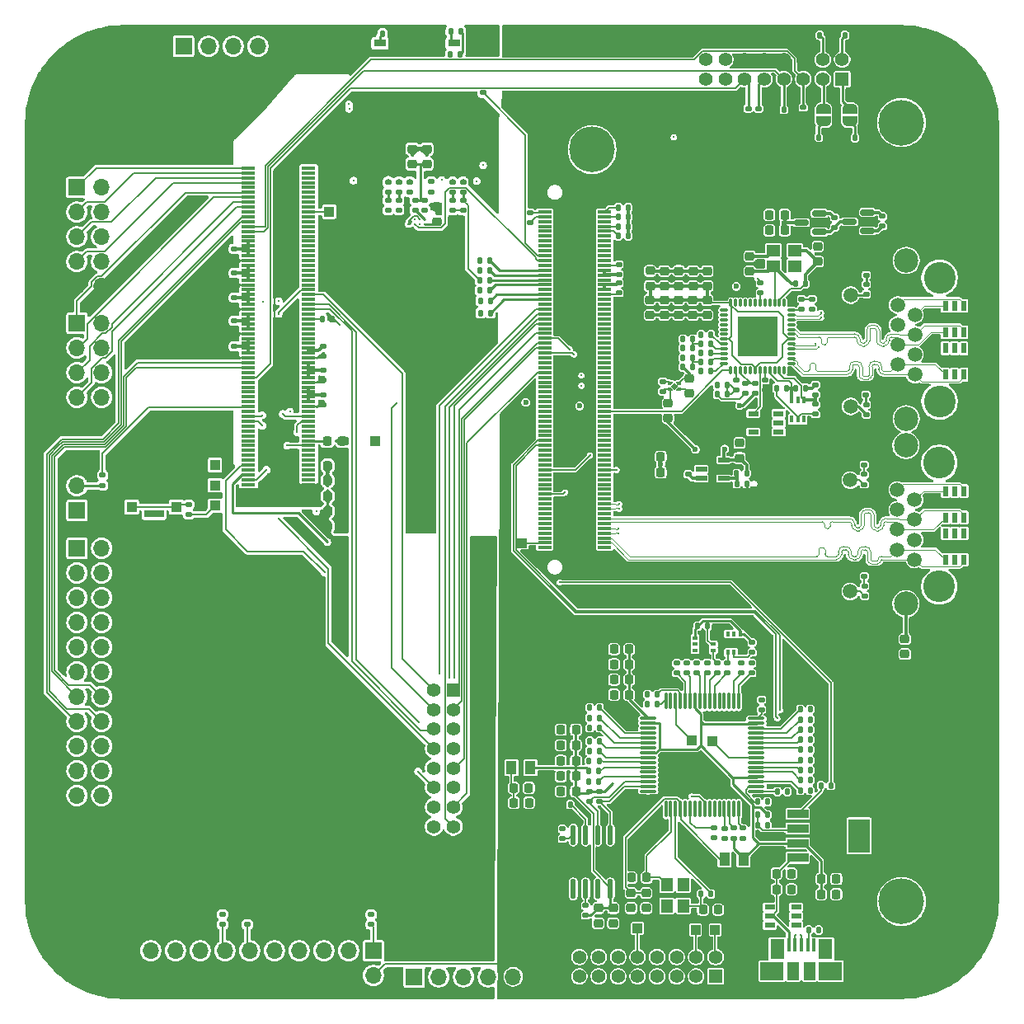
<source format=gbr>
%TF.GenerationSoftware,KiCad,Pcbnew,9.0.3*%
%TF.CreationDate,2025-07-11T15:18:26-07:00*%
%TF.ProjectId,imx8x_carrier_v1,696d7838-785f-4636-9172-726965725f76,A*%
%TF.SameCoordinates,Original*%
%TF.FileFunction,Copper,L1,Top*%
%TF.FilePolarity,Positive*%
%FSLAX46Y46*%
G04 Gerber Fmt 4.6, Leading zero omitted, Abs format (unit mm)*
G04 Created by KiCad (PCBNEW 9.0.3) date 2025-07-11 15:18:26*
%MOMM*%
%LPD*%
G01*
G04 APERTURE LIST*
G04 Aperture macros list*
%AMRoundRect*
0 Rectangle with rounded corners*
0 $1 Rounding radius*
0 $2 $3 $4 $5 $6 $7 $8 $9 X,Y pos of 4 corners*
0 Add a 4 corners polygon primitive as box body*
4,1,4,$2,$3,$4,$5,$6,$7,$8,$9,$2,$3,0*
0 Add four circle primitives for the rounded corners*
1,1,$1+$1,$2,$3*
1,1,$1+$1,$4,$5*
1,1,$1+$1,$6,$7*
1,1,$1+$1,$8,$9*
0 Add four rect primitives between the rounded corners*
20,1,$1+$1,$2,$3,$4,$5,0*
20,1,$1+$1,$4,$5,$6,$7,0*
20,1,$1+$1,$6,$7,$8,$9,0*
20,1,$1+$1,$8,$9,$2,$3,0*%
%AMRotRect*
0 Rectangle, with rotation*
0 The origin of the aperture is its center*
0 $1 length*
0 $2 width*
0 $3 Rotation angle, in degrees counterclockwise*
0 Add horizontal line*
21,1,$1,$2,0,0,$3*%
%AMFreePoly0*
4,1,15,0.215355,0.145355,0.230000,0.110000,0.230000,0.030000,0.215355,-0.005355,0.210697,-0.009468,0.030697,-0.149468,0.000000,-0.160000,-0.180000,-0.160000,-0.215355,-0.145355,-0.230000,-0.110000,-0.230000,0.110000,-0.215355,0.145355,-0.180000,0.160000,0.180000,0.160000,0.215355,0.145355,0.215355,0.145355,$1*%
%AMFreePoly1*
4,1,15,0.030697,0.139468,0.210697,-0.000532,0.229614,-0.033798,0.230000,-0.040000,0.230000,-0.120000,0.215355,-0.155355,0.180000,-0.170000,-0.180000,-0.170000,-0.215355,-0.155355,-0.230000,-0.120000,-0.230000,0.100000,-0.215355,0.135355,-0.180000,0.150000,0.000000,0.150000,0.030697,0.139468,0.030697,0.139468,$1*%
%AMFreePoly2*
4,1,15,0.215355,0.135355,0.230000,0.100000,0.230000,-0.120000,0.215355,-0.155355,0.180000,-0.170000,-0.180000,-0.170000,-0.215355,-0.155355,-0.230000,-0.120000,-0.230000,-0.040000,-0.215355,-0.004645,-0.210697,-0.000532,-0.030697,0.139468,0.000000,0.150000,0.180000,0.150000,0.215355,0.135355,0.215355,0.135355,$1*%
%AMFreePoly3*
4,1,15,0.215355,0.145355,0.230000,0.110000,0.230000,-0.110000,0.215355,-0.145355,0.180000,-0.160000,0.000000,-0.160000,-0.030697,-0.149468,-0.210697,-0.009468,-0.229614,0.023798,-0.230000,0.030000,-0.230000,0.110000,-0.215355,0.145355,-0.180000,0.160000,0.180000,0.160000,0.215355,0.145355,0.215355,0.145355,$1*%
%AMFreePoly4*
4,1,23,0.500000,-0.750000,0.000000,-0.750000,0.000000,-0.745722,-0.065263,-0.745722,-0.191342,-0.711940,-0.304381,-0.646677,-0.396677,-0.554381,-0.461940,-0.441342,-0.495722,-0.315263,-0.495722,-0.250000,-0.500000,-0.250000,-0.500000,0.250000,-0.495722,0.250000,-0.495722,0.315263,-0.461940,0.441342,-0.396677,0.554381,-0.304381,0.646677,-0.191342,0.711940,-0.065263,0.745722,0.000000,0.745722,
0.000000,0.750000,0.500000,0.750000,0.500000,-0.750000,0.500000,-0.750000,$1*%
%AMFreePoly5*
4,1,23,0.000000,0.745722,0.065263,0.745722,0.191342,0.711940,0.304381,0.646677,0.396677,0.554381,0.461940,0.441342,0.495722,0.315263,0.495722,0.250000,0.500000,0.250000,0.500000,-0.250000,0.495722,-0.250000,0.495722,-0.315263,0.461940,-0.441342,0.396677,-0.554381,0.304381,-0.646677,0.191342,-0.711940,0.065263,-0.745722,0.000000,-0.745722,0.000000,-0.750000,-0.500000,-0.750000,
-0.500000,0.750000,0.000000,0.750000,0.000000,0.745722,0.000000,0.745722,$1*%
G04 Aperture macros list end*
%TA.AperFunction,SMDPad,CuDef*%
%ADD10RoundRect,0.135000X-0.135000X-0.185000X0.135000X-0.185000X0.135000X0.185000X-0.135000X0.185000X0*%
%TD*%
%TA.AperFunction,ComponentPad*%
%ADD11O,1.700000X1.700000*%
%TD*%
%TA.AperFunction,ComponentPad*%
%ADD12R,1.700000X1.700000*%
%TD*%
%TA.AperFunction,ComponentPad*%
%ADD13C,1.400000*%
%TD*%
%TA.AperFunction,ComponentPad*%
%ADD14R,1.400000X1.400000*%
%TD*%
%TA.AperFunction,SMDPad,CuDef*%
%ADD15RoundRect,0.135000X0.185000X-0.135000X0.185000X0.135000X-0.185000X0.135000X-0.185000X-0.135000X0*%
%TD*%
%TA.AperFunction,SMDPad,CuDef*%
%ADD16RoundRect,0.135000X-0.185000X0.135000X-0.185000X-0.135000X0.185000X-0.135000X0.185000X0.135000X0*%
%TD*%
%TA.AperFunction,SMDPad,CuDef*%
%ADD17R,1.450000X0.305000*%
%TD*%
%TA.AperFunction,ComponentPad*%
%ADD18C,2.500000*%
%TD*%
%TA.AperFunction,ComponentPad*%
%ADD19C,1.520000*%
%TD*%
%TA.AperFunction,ComponentPad*%
%ADD20C,3.250000*%
%TD*%
%TA.AperFunction,SMDPad,CuDef*%
%ADD21RoundRect,0.135000X0.135000X0.185000X-0.135000X0.185000X-0.135000X-0.185000X0.135000X-0.185000X0*%
%TD*%
%TA.AperFunction,SMDPad,CuDef*%
%ADD22RoundRect,0.225000X-0.225000X-0.250000X0.225000X-0.250000X0.225000X0.250000X-0.225000X0.250000X0*%
%TD*%
%TA.AperFunction,SMDPad,CuDef*%
%ADD23RoundRect,0.225000X0.225000X0.250000X-0.225000X0.250000X-0.225000X-0.250000X0.225000X-0.250000X0*%
%TD*%
%TA.AperFunction,SMDPad,CuDef*%
%ADD24R,1.400000X1.150000*%
%TD*%
%TA.AperFunction,SMDPad,CuDef*%
%ADD25RoundRect,0.225000X0.250000X-0.225000X0.250000X0.225000X-0.250000X0.225000X-0.250000X-0.225000X0*%
%TD*%
%TA.AperFunction,SMDPad,CuDef*%
%ADD26R,0.450000X1.380000*%
%TD*%
%TA.AperFunction,SMDPad,CuDef*%
%ADD27R,2.380000X1.900000*%
%TD*%
%TA.AperFunction,SMDPad,CuDef*%
%ADD28R,1.480000X2.100000*%
%TD*%
%TA.AperFunction,SMDPad,CuDef*%
%ADD29R,1.180000X1.900000*%
%TD*%
%TA.AperFunction,SMDPad,CuDef*%
%ADD30R,0.600000X1.100000*%
%TD*%
%TA.AperFunction,SMDPad,CuDef*%
%ADD31R,0.420000X0.600000*%
%TD*%
%TA.AperFunction,SMDPad,CuDef*%
%ADD32RoundRect,0.225000X-0.250000X0.225000X-0.250000X-0.225000X0.250000X-0.225000X0.250000X0.225000X0*%
%TD*%
%TA.AperFunction,SMDPad,CuDef*%
%ADD33FreePoly0,180.000000*%
%TD*%
%TA.AperFunction,SMDPad,CuDef*%
%ADD34FreePoly1,180.000000*%
%TD*%
%TA.AperFunction,SMDPad,CuDef*%
%ADD35FreePoly2,180.000000*%
%TD*%
%TA.AperFunction,SMDPad,CuDef*%
%ADD36FreePoly3,180.000000*%
%TD*%
%TA.AperFunction,SMDPad,CuDef*%
%ADD37RotRect,0.480000X0.480000X225.000000*%
%TD*%
%TA.AperFunction,ComponentPad*%
%ADD38R,1.000000X1.000000*%
%TD*%
%TA.AperFunction,SMDPad,CuDef*%
%ADD39R,1.130000X1.380000*%
%TD*%
%TA.AperFunction,SMDPad,CuDef*%
%ADD40R,1.200000X1.400000*%
%TD*%
%TA.AperFunction,SMDPad,CuDef*%
%ADD41R,0.380000X0.780000*%
%TD*%
%TA.AperFunction,SMDPad,CuDef*%
%ADD42RoundRect,0.150000X0.587500X0.150000X-0.587500X0.150000X-0.587500X-0.150000X0.587500X-0.150000X0*%
%TD*%
%TA.AperFunction,ComponentPad*%
%ADD43C,4.700000*%
%TD*%
%TA.AperFunction,SMDPad,CuDef*%
%ADD44R,1.270000X0.760000*%
%TD*%
%TA.AperFunction,SMDPad,CuDef*%
%ADD45R,1.000000X1.100000*%
%TD*%
%TA.AperFunction,SMDPad,CuDef*%
%ADD46R,2.000000X0.700000*%
%TD*%
%TA.AperFunction,SMDPad,CuDef*%
%ADD47R,1.100000X0.600000*%
%TD*%
%TA.AperFunction,SMDPad,CuDef*%
%ADD48FreePoly4,270.000000*%
%TD*%
%TA.AperFunction,SMDPad,CuDef*%
%ADD49FreePoly5,270.000000*%
%TD*%
%TA.AperFunction,SMDPad,CuDef*%
%ADD50R,2.200000X0.900000*%
%TD*%
%TA.AperFunction,SMDPad,CuDef*%
%ADD51R,2.200000X3.500000*%
%TD*%
%TA.AperFunction,SMDPad,CuDef*%
%ADD52O,0.850000X0.280000*%
%TD*%
%TA.AperFunction,SMDPad,CuDef*%
%ADD53O,0.280000X0.850000*%
%TD*%
%TA.AperFunction,SMDPad,CuDef*%
%ADD54R,4.100000X4.100000*%
%TD*%
%TA.AperFunction,SMDPad,CuDef*%
%ADD55O,0.590000X2.050000*%
%TD*%
%TA.AperFunction,SMDPad,CuDef*%
%ADD56R,1.160000X0.490000*%
%TD*%
%TA.AperFunction,SMDPad,CuDef*%
%ADD57R,1.180000X0.490000*%
%TD*%
%TA.AperFunction,SMDPad,CuDef*%
%ADD58C,0.200000*%
%TD*%
%TA.AperFunction,SMDPad,CuDef*%
%ADD59R,0.600000X0.420000*%
%TD*%
%TA.AperFunction,SMDPad,CuDef*%
%ADD60O,0.280000X1.800000*%
%TD*%
%TA.AperFunction,SMDPad,CuDef*%
%ADD61O,1.800000X0.280000*%
%TD*%
%TA.AperFunction,ViaPad*%
%ADD62C,0.300000*%
%TD*%
%TA.AperFunction,ViaPad*%
%ADD63C,0.600000*%
%TD*%
%TA.AperFunction,Conductor*%
%ADD64C,0.250000*%
%TD*%
%TA.AperFunction,Conductor*%
%ADD65C,0.150000*%
%TD*%
%TA.AperFunction,Conductor*%
%ADD66C,0.300000*%
%TD*%
%TA.AperFunction,Conductor*%
%ADD67C,0.156500*%
%TD*%
%TA.AperFunction,Conductor*%
%ADD68C,0.124000*%
%TD*%
%TA.AperFunction,Conductor*%
%ADD69C,0.158200*%
%TD*%
G04 APERTURE END LIST*
D10*
%TO.P,R138,1*%
%TO.N,GND*%
X131390000Y-86900000D03*
%TO.P,R138,2*%
%TO.N,Net-(R115-Pad1)*%
X132410000Y-86900000D03*
%TD*%
%TO.P,R137,1*%
%TO.N,GND*%
X131390000Y-85900000D03*
%TO.P,R137,2*%
%TO.N,Net-(R115-Pad1)*%
X132410000Y-85900000D03*
%TD*%
D11*
%TO.P,J5,20,GND1*%
%TO.N,GND*%
X71215000Y-135375000D03*
%TO.P,J5,19,NC1*%
%TO.N,unconnected-(J5-NC1-Pad19)*%
X71215000Y-132835000D03*
%TO.P,J5,18,GND2*%
%TO.N,GND*%
X73755000Y-135375000D03*
%TO.P,J5,17,NC2*%
%TO.N,unconnected-(J5-NC2-Pad17)*%
X73755000Y-132835000D03*
%TO.P,J5,16,GND3*%
%TO.N,GND*%
X76295000Y-135375000D03*
%TO.P,J5,15,JTAG_SRST*%
%TO.N,X_POR_B_3V3*%
X76294999Y-132835000D03*
%TO.P,J5,14,GND4*%
%TO.N,GND*%
X78835000Y-135375000D03*
%TO.P,J5,13,JTAG_TDO*%
%TO.N,Net-(J5-JTAG_TDO)*%
X78835000Y-132835000D03*
%TO.P,J5,12,GND5*%
%TO.N,GND*%
X81375000Y-135375000D03*
%TO.P,J5,11,JTAG_RTCK*%
%TO.N,Net-(J5-JTAG_RTCK)*%
X81375000Y-132835000D03*
%TO.P,J5,10,GND6*%
%TO.N,GND*%
X83915000Y-135375000D03*
%TO.P,J5,9,JTAG_TCK*%
%TO.N,X_SCU_JTAG_TCK*%
X83915000Y-132835000D03*
%TO.P,J5,8,GND7*%
%TO.N,GND*%
X86455000Y-135375000D03*
%TO.P,J5,7,JTAG_TMS*%
%TO.N,X_SCU_JTAG_TMS*%
X86455000Y-132835000D03*
%TO.P,J5,6,GND8*%
%TO.N,GND*%
X88995000Y-135375000D03*
%TO.P,J5,5,JTAG_TDI*%
%TO.N,X_SCU_JTAG_TDI*%
X88995001Y-132835000D03*
%TO.P,J5,4,GND9*%
%TO.N,GND*%
X91535000Y-135375000D03*
%TO.P,J5,3,nJTAG_TRST*%
%TO.N,X_SCU_JTAG_TRST_B*%
X91535000Y-132835000D03*
%TO.P,J5,2,VSUPPLY*%
%TO.N,VCC_3V3_OUT*%
X94075000Y-135375000D03*
D12*
%TO.P,J5,1,TREF*%
%TO.N,Net-(J5-TREF)*%
X94075000Y-132835000D03*
%TD*%
D13*
%TO.P,CN1,16,16*%
%TO.N,X_SCU_WDOG0_WDOG_OUT*%
X115224800Y-133467600D03*
%TO.P,CN1,15,15*%
%TO.N,GND*%
X115224800Y-135467600D03*
%TO.P,CN1,14,14*%
%TO.N,X_LSIO_GPIO0_IO14*%
X117224800Y-133467600D03*
%TO.P,CN1,13,13*%
%TO.N,GND*%
X117224800Y-135467600D03*
%TO.P,CN1,12,12*%
%TO.N,X_LSIO_GPIO0_IO13*%
X119224800Y-133467600D03*
%TO.P,CN1,11,11*%
%TO.N,GND*%
X119224800Y-135467600D03*
%TO.P,CN1,10,10*%
%TO.N,Net-(CN1-Pad10)*%
X121224800Y-133467600D03*
%TO.P,CN1,9,9*%
%TO.N,GND*%
X121224800Y-135467600D03*
%TO.P,CN1,8,8*%
%TO.N,X_ADMA_I2C0_SCL*%
X123224800Y-133467600D03*
%TO.P,CN1,7,7*%
%TO.N,VCC_3V3*%
X123224800Y-135467600D03*
%TO.P,CN1,6,6*%
%TO.N,X_ADMA_I2C0_SDA*%
X125224800Y-133467600D03*
%TO.P,CN1,5,5*%
%TO.N,VCC_3V3*%
X125224800Y-135467600D03*
%TO.P,CN1,4,4*%
%TO.N,Net-(CN1-Pad4)*%
X127224800Y-133467600D03*
%TO.P,CN1,3,3*%
%TO.N,VCC_3V3*%
X127224800Y-135467600D03*
%TO.P,CN1,2,2*%
%TO.N,Net-(CN1-Pad2)*%
X129224800Y-133467600D03*
D14*
%TO.P,CN1,1,1*%
%TO.N,VCC_3V3*%
X129224800Y-135467600D03*
%TD*%
D15*
%TO.P,R111,2*%
%TO.N,GND*%
X81132600Y-129113801D03*
%TO.P,R111,1*%
%TO.N,Net-(J5-JTAG_RTCK)*%
X81132600Y-130133799D03*
%TD*%
D16*
%TO.P,R113,2*%
%TO.N,Net-(J5-JTAG_TDO)*%
X78592600Y-130131799D03*
%TO.P,R113,1*%
%TO.N,X_SCU_JTAG_TDO*%
X78592600Y-129111801D03*
%TD*%
D17*
%TO.P,J1,140,B70*%
%TO.N,GND*%
X117838600Y-91437800D03*
%TO.P,J1,139,A70*%
X111666600Y-91437800D03*
%TO.P,J1,138,B69*%
%TO.N,X_ETH0_A_TX_P*%
X117838600Y-90937800D03*
%TO.P,J1,137,A69*%
%TO.N,X_ETH0_INT*%
X111666600Y-90937800D03*
%TO.P,J1,136,B68*%
%TO.N,X_ETH0_A_TX_N*%
X117838600Y-90437800D03*
%TO.P,J1,135,A68*%
%TO.N,X_CONN_ETH0_MDC*%
X111666600Y-90437800D03*
%TO.P,J1,134,B67*%
%TO.N,X_ETH0_B_TX_P*%
X117838600Y-89937800D03*
%TO.P,J1,133,A67*%
%TO.N,X_CONN_ETH0_MDIO*%
X111666600Y-89937800D03*
%TO.P,J1,132,B66*%
%TO.N,X_ETH0_B_TX_N*%
X117838600Y-89437800D03*
%TO.P,J1,131,A66*%
%TO.N,GND*%
X111666600Y-89437800D03*
%TO.P,J1,130,B65*%
%TO.N,X_ETH0_C_TXCLK_P*%
X117838600Y-88937800D03*
%TO.P,J1,129,A65*%
%TO.N,X_ETH_GPIO1*%
X111666600Y-88937800D03*
%TO.P,J1,128,B64*%
%TO.N,X_ETH0_C_TXCLK_N*%
X117838600Y-88437800D03*
%TO.P,J1,127,A64*%
%TO.N,X_ETH_GPIO0*%
X111666600Y-88437800D03*
%TO.P,J1,126,B63*%
%TO.N,GND*%
X117838600Y-87937800D03*
%TO.P,J1,125,A63*%
%TO.N,X_ETH0_LED1*%
X111666600Y-87937800D03*
%TO.P,J1,124,B62*%
%TO.N,X_ETH0_D_RXDV_P*%
X117838600Y-87437800D03*
%TO.P,J1,123,A62*%
%TO.N,X_ETH0_LED0*%
X111666600Y-87437800D03*
%TO.P,J1,122,B61*%
%TO.N,X_ETH0_D_RXDV_N*%
X117838600Y-86937800D03*
%TO.P,J1,121,A61*%
%TO.N,GND*%
X111666600Y-86937800D03*
%TO.P,J1,120,B60*%
X117838600Y-86437800D03*
%TO.P,J1,119,A60*%
%TO.N,X_ADMA_UART1_TX*%
X111666600Y-86437800D03*
%TO.P,J1,118,B59*%
%TO.N,X_LSIO_GPIO0_IO14*%
X117838600Y-85937800D03*
%TO.P,J1,117,A59*%
%TO.N,X_ADMA_UART1_RX*%
X111666600Y-85937800D03*
%TO.P,J1,116,B58*%
%TO.N,X_LSIO_GPIO0_IO15*%
X117838600Y-85437800D03*
%TO.P,J1,115,A58*%
%TO.N,X_ADMA_UART1_RTS_B*%
X111666600Y-85437800D03*
%TO.P,J1,114,B57*%
%TO.N,X_LSIO_GPIO0_IO13*%
X117838600Y-84937800D03*
%TO.P,J1,113,A57*%
%TO.N,X_ADMA_UART1_CTS_B*%
X111666600Y-84937800D03*
%TO.P,J1,112,B56*%
%TO.N,X_ADMA_I2C3_SCL*%
X117838600Y-84437800D03*
%TO.P,J1,111,A56*%
%TO.N,GND*%
X111666600Y-84437800D03*
%TO.P,J1,110,B55*%
%TO.N,X_LSIO_GPIO0_IO16*%
X117838600Y-83937800D03*
%TO.P,J1,109,A55*%
%TO.N,X_LSO_GPIO0_IO20*%
X111666600Y-83937800D03*
%TO.P,J1,108,B54*%
%TO.N,GND*%
X117838600Y-83437800D03*
%TO.P,J1,107,A54*%
%TO.N,X_ADMA_I2C3_SDA*%
X111666600Y-83437800D03*
%TO.P,J1,106,B53*%
%TO.N,X_CONN_ENET1_REFCLK*%
X117838600Y-82937800D03*
%TO.P,J1,105,A53*%
%TO.N,X_LSO_GPIO0_IO19*%
X111666600Y-82937800D03*
%TO.P,J1,104,B52*%
%TO.N,X_CONN_ENET1_RX_CTL*%
X117838600Y-82437800D03*
%TO.P,J1,103,A52*%
%TO.N,GND*%
X111666600Y-82437800D03*
%TO.P,J1,102,B51*%
%TO.N,X_CONN_ENET1_RXD0*%
X117838600Y-81937800D03*
%TO.P,J1,101,A51*%
%TO.N,X_ADMA_UART2_TX*%
X111666600Y-81937800D03*
%TO.P,J1,100,B50*%
%TO.N,GND*%
X117838600Y-81437800D03*
%TO.P,J1,99,A50*%
%TO.N,X_ADMA_UART2_RX*%
X111666600Y-81437800D03*
%TO.P,J1,98,B49*%
%TO.N,X_CONN_ENET1_TXD1*%
X117838600Y-80937800D03*
%TO.P,J1,97,A49*%
%TO.N,X_ADMA_UART0_RX*%
X111666600Y-80937800D03*
%TO.P,J1,96,B48*%
%TO.N,X_CONN_ENET1_TXD0*%
X117838600Y-80437800D03*
%TO.P,J1,95,A48*%
%TO.N,X_ADMA_UART0_TX*%
X111666600Y-80437800D03*
%TO.P,J1,94,B47*%
%TO.N,X_CONN_ENET1_RXD1*%
X117838600Y-79937800D03*
%TO.P,J1,93,A47*%
%TO.N,X_LSO_GPIO1_IO19*%
X111666600Y-79937800D03*
%TO.P,J1,92,B46*%
%TO.N,X_CONN_ENET1_RXD2*%
X117838600Y-79437800D03*
%TO.P,J1,91,A46*%
%TO.N,X_LSO_GPIO1_IO20*%
X111666600Y-79437800D03*
%TO.P,J1,90,B45*%
%TO.N,GND*%
X117838600Y-78937800D03*
%TO.P,J1,89,A45*%
X111666600Y-78937800D03*
%TO.P,J1,88,B44*%
%TO.N,X_CONN_ENET1_RXD3*%
X117838600Y-78437800D03*
%TO.P,J1,87,A44*%
%TO.N,X_LSO_GPIO1_IO18*%
X111666600Y-78437800D03*
%TO.P,J1,86,B43*%
%TO.N,X_CONN_ENET1_RXC*%
X117838600Y-77937800D03*
%TO.P,J1,85,A43*%
%TO.N,X_LSO_GPIO1_IO17*%
X111666600Y-77937800D03*
%TO.P,J1,84,B42*%
%TO.N,X_CONN_ENET1_TX_CTL*%
X117838600Y-77437800D03*
%TO.P,J1,83,A42*%
%TO.N,X_ADMA_UART0_RTS_B*%
X111666600Y-77437800D03*
%TO.P,J1,82,B41*%
%TO.N,X_CONN_ENET1_TXD3*%
X117838600Y-76937800D03*
%TO.P,J1,81,A41*%
%TO.N,X_ADMA_UART0_CTS_B*%
X111666600Y-76937800D03*
%TO.P,J1,80,B40*%
%TO.N,GND*%
X117838600Y-76437800D03*
%TO.P,J1,79,A40*%
X111666600Y-76437800D03*
%TO.P,J1,78,B39*%
%TO.N,X_CONN_ENET1_TXC*%
X117838600Y-75937800D03*
%TO.P,J1,77,A39*%
%TO.N,X_LSO_GPIO0_IO31*%
X111666600Y-75937800D03*
%TO.P,J1,76,B38*%
%TO.N,X_CONN_ENET1_TXD2*%
X117838600Y-75437800D03*
%TO.P,J1,75,A38*%
%TO.N,X_LSO_GPIO0_IO30*%
X111666600Y-75437800D03*
%TO.P,J1,74,B37*%
%TO.N,GND*%
X117838600Y-74937800D03*
%TO.P,J1,73,A37*%
%TO.N,X_ADMA_SPI1_CS1*%
X111666600Y-74937800D03*
%TO.P,J1,72,B36*%
%TO.N,X_BOOT_MODE3*%
X117838600Y-74437800D03*
%TO.P,J1,71,A36*%
%TO.N,GND*%
X111666600Y-74437800D03*
%TO.P,J1,70,B35*%
%TO.N,X_BOOT_MODE2*%
X117838600Y-73937800D03*
%TO.P,J1,69,A35*%
%TO.N,unconnected-(J1-A35-Pad69)*%
X111666600Y-73937800D03*
%TO.P,J1,68,B34*%
%TO.N,X_BOOT_MODE1*%
X117838600Y-73437800D03*
%TO.P,J1,67,A34*%
%TO.N,X_ADMA_SPI2_CS1*%
X111666600Y-73437800D03*
%TO.P,J1,66,B33*%
%TO.N,X_BOOT_MODE0*%
X117838600Y-72937800D03*
%TO.P,J1,65,A33*%
%TO.N,unconnected-(J1-A33-Pad65)*%
X111666600Y-72937800D03*
%TO.P,J1,64,B32*%
%TO.N,GND*%
X117838600Y-72437800D03*
%TO.P,J1,63,A32*%
%TO.N,unconnected-(J1-A32-Pad63)*%
X111666600Y-72437800D03*
%TO.P,J1,62,B31*%
%TO.N,unconnected-(J1-B31-Pad62)*%
X117838600Y-71937800D03*
%TO.P,J1,61,A31*%
%TO.N,GND*%
X111666600Y-71937800D03*
%TO.P,J1,60,B30*%
%TO.N,unconnected-(J1-B30-Pad60)*%
X117838600Y-71437800D03*
%TO.P,J1,59,A30*%
%TO.N,X_ADMA_SPI0_SDI*%
X111666600Y-71437800D03*
%TO.P,J1,58,B29*%
%TO.N,GND*%
X117838600Y-70937800D03*
%TO.P,J1,57,A29*%
%TO.N,X_ADMA_SPI0_SDO*%
X111666600Y-70937800D03*
%TO.P,J1,56,B28*%
%TO.N,unconnected-(J1-B28-Pad56)*%
X117838600Y-70437800D03*
%TO.P,J1,55,A28*%
%TO.N,X_ADMA_SPI0_CS1*%
X111666600Y-70437800D03*
%TO.P,J1,54,B27*%
%TO.N,unconnected-(J1-B27-Pad54)*%
X117838600Y-69937800D03*
%TO.P,J1,53,A27*%
%TO.N,X_ADMA_SPI0_SCK*%
X111666600Y-69937800D03*
%TO.P,J1,52,B26*%
%TO.N,GND*%
X117838600Y-69437800D03*
%TO.P,J1,51,A26*%
%TO.N,X_ADMA_SPI0_CS0*%
X111666600Y-69437800D03*
%TO.P,J1,50,B25*%
%TO.N,unconnected-(J1-B25-Pad50)*%
X117838600Y-68937800D03*
%TO.P,J1,49,A25*%
%TO.N,GND*%
X111666600Y-68937800D03*
%TO.P,J1,48,B24*%
%TO.N,unconnected-(J1-B24-Pad48)*%
X117838600Y-68437800D03*
%TO.P,J1,47,A24*%
%TO.N,X_ADMA_SPI2_SDO*%
X111666600Y-68437800D03*
%TO.P,J1,46,B23*%
%TO.N,GND*%
X117838600Y-67937800D03*
%TO.P,J1,45,A23*%
%TO.N,X_ADMA_SPI2_SDI*%
X111666600Y-67937800D03*
%TO.P,J1,44,B22*%
%TO.N,unconnected-(J1-B22-Pad44)*%
X117838600Y-67437800D03*
%TO.P,J1,43,A22*%
%TO.N,X_ADMA_SPI2_SCK*%
X111666600Y-67437800D03*
%TO.P,J1,42,B21*%
%TO.N,unconnected-(J1-B21-Pad42)*%
X117838600Y-66937800D03*
%TO.P,J1,41,A21*%
%TO.N,X_ADMA_SPI2_CS0*%
X111666600Y-66937800D03*
%TO.P,J1,40,B20*%
%TO.N,GND*%
X117838600Y-66437800D03*
%TO.P,J1,39,A20*%
X111666600Y-66437800D03*
%TO.P,J1,38,B19*%
%TO.N,unconnected-(J1-B19-Pad38)*%
X117838600Y-65937800D03*
%TO.P,J1,37,A19*%
%TO.N,Net-(J1-A19)*%
X111666600Y-65937800D03*
%TO.P,J1,36,B18*%
%TO.N,GND*%
X117838600Y-65437800D03*
%TO.P,J1,35,A18*%
%TO.N,Net-(J1-A18)*%
X111666600Y-65437800D03*
%TO.P,J1,34,B17*%
%TO.N,Net-(J1-B16)*%
X117838600Y-64937800D03*
%TO.P,J1,33,A17*%
%TO.N,VCC_LDO_SD1*%
X111666600Y-64937800D03*
%TO.P,J1,32,B16*%
%TO.N,Net-(J1-B16)*%
X117838600Y-64437800D03*
%TO.P,J1,31,A16*%
%TO.N,Net-(J1-A16)*%
X111666600Y-64437800D03*
%TO.P,J1,30,B15*%
%TO.N,GND*%
X117838600Y-63937800D03*
%TO.P,J1,29,A15*%
%TO.N,Net-(J1-A15)*%
X111666600Y-63937800D03*
%TO.P,J1,28,B14*%
%TO.N,Net-(J1-B13)*%
X117838600Y-63437800D03*
%TO.P,J1,27,A14*%
%TO.N,Net-(J1-A14)*%
X111666600Y-63437800D03*
%TO.P,J1,26,B13*%
%TO.N,Net-(J1-B13)*%
X117838600Y-62937800D03*
%TO.P,J1,25,A13*%
%TO.N,Net-(J1-A13)*%
X111666600Y-62937800D03*
%TO.P,J1,24,B12*%
%TO.N,GND*%
X117838600Y-62437800D03*
%TO.P,J1,23,A12*%
X111666600Y-62437800D03*
%TO.P,J1,22,B11*%
%TO.N,X_CONN_USB_OTG2_OC*%
X117838600Y-61937800D03*
%TO.P,J1,21,A11*%
%TO.N,X_CONN_USDHC1_RESET_B*%
X111666600Y-61937800D03*
%TO.P,J1,20,B10*%
%TO.N,unconnected-(J1-B10-Pad20)*%
X117838600Y-61437800D03*
%TO.P,J1,19,A10*%
%TO.N,X_CONN_USDHC1_CD_B*%
X111666600Y-61437800D03*
%TO.P,J1,18,B9*%
%TO.N,GND*%
X117838600Y-60937800D03*
%TO.P,J1,17,A9*%
%TO.N,X_CONN_USDHC1_WP*%
X111666600Y-60937800D03*
%TO.P,J1,16,B8*%
%TO.N,X_CONN_USB_OTG2_PWR*%
X117838600Y-60437800D03*
%TO.P,J1,15,A8*%
%TO.N,X_CONN_USDHC1_VSELECT*%
X111666600Y-60437800D03*
%TO.P,J1,14,B7*%
%TO.N,unconnected-(J1-B7-Pad14)*%
X117838600Y-59937800D03*
%TO.P,J1,13,A7*%
%TO.N,GND*%
X111666600Y-59937800D03*
%TO.P,J1,12,B6*%
X117838600Y-59437800D03*
%TO.P,J1,11,A6*%
%TO.N,unconnected-(J1-A6-Pad11)*%
X111666600Y-59437800D03*
%TO.P,J1,10,B5*%
%TO.N,X_CONN_USB_OTG2_DP*%
X117838600Y-58937800D03*
%TO.P,J1,09,A5*%
%TO.N,GND*%
X111666600Y-58937800D03*
%TO.P,J1,08,B4*%
%TO.N,X_CONN_USB_OTG2_DN*%
X117838600Y-58437800D03*
%TO.P,J1,07,A4*%
%TO.N,unconnected-(J1-A4-Pad07)*%
X111666600Y-58437800D03*
%TO.P,J1,06,B3*%
%TO.N,GND*%
X117838600Y-57937800D03*
%TO.P,J1,05,A3*%
%TO.N,unconnected-(J1-A3-Pad05)*%
X111666600Y-57937800D03*
%TO.P,J1,04,B2*%
%TO.N,X_CONN_USB_OTG2_ID*%
X117838600Y-57437800D03*
%TO.P,J1,03,A2*%
%TO.N,GND*%
X111666600Y-57437800D03*
%TO.P,J1,02,B1*%
%TO.N,USB_OTG2_VBUS*%
X117838600Y-56937800D03*
%TO.P,J1,01,A1*%
%TO.N,Net-(J1-A1)*%
X111666600Y-56937800D03*
%TD*%
%TO.P,J4,140,D70*%
%TO.N,VCC_3V3*%
X87422000Y-86950000D03*
%TO.P,J4,139,C70*%
X81250000Y-86950000D03*
%TO.P,J4,138,D69*%
X87422000Y-86450000D03*
%TO.P,J4,137,C69*%
X81250000Y-86450000D03*
%TO.P,J4,136,D68*%
X87422000Y-85950000D03*
%TO.P,J4,135,C68*%
X81250000Y-85950000D03*
%TO.P,J4,134,D67*%
X87422000Y-85450000D03*
%TO.P,J4,133,C67*%
X81250000Y-85450000D03*
%TO.P,J4,132,D66*%
X87422000Y-84950000D03*
%TO.P,J4,131,C66*%
%TO.N,unconnected-(J4-C66-Pad131)*%
X81250000Y-84950000D03*
%TO.P,J4,130,D65*%
%TO.N,GND*%
X87422000Y-84450000D03*
%TO.P,J4,129,C65*%
%TO.N,VCC_3V3_OUT*%
X81250000Y-84450000D03*
%TO.P,J4,128,D64*%
%TO.N,X_LSIO_GPIO1_IO13*%
X87422000Y-83950000D03*
%TO.P,J4,127,C64*%
%TO.N,VCC_1V8_OUT*%
X81250000Y-83950000D03*
%TO.P,J4,126,D63*%
%TO.N,X_LSIO_GPIO1_IO12*%
X87422000Y-83450000D03*
%TO.P,J4,125,C63*%
%TO.N,GND*%
X81250000Y-83450000D03*
%TO.P,J4,124,D62*%
%TO.N,X_M40_UART0_TX*%
X87422000Y-82950000D03*
%TO.P,J4,123,C62*%
%TO.N,X_SCU_WDOG0_WDOG_OUT*%
X81250000Y-82950000D03*
%TO.P,J4,122,D61*%
%TO.N,X_LSIO_GPIO1_IO14*%
X87422000Y-82450000D03*
%TO.P,J4,121,C61*%
%TO.N,X_M40_UART0_RX*%
X81250000Y-82450000D03*
%TO.P,J4,120,D60*%
%TO.N,GND*%
X87422000Y-81950000D03*
%TO.P,J4,119,C60*%
%TO.N,X_PMIC_WDI*%
X81250000Y-81950000D03*
%TO.P,J4,118,D59*%
%TO.N,X_LSIO_GPIO1_IO10*%
X87422000Y-81450000D03*
%TO.P,J4,117,C59*%
%TO.N,X_PMIC_INT_B*%
X81250000Y-81450000D03*
%TO.P,J4,116,D58*%
%TO.N,X_LSIO_GPIO1_IO09*%
X87422000Y-80950000D03*
%TO.P,J4,115,C58*%
%TO.N,GND*%
X81250000Y-80950000D03*
%TO.P,J4,114,D57*%
%TO.N,VDD_ADC_1V8*%
X87422000Y-80450000D03*
%TO.P,J4,113,C57*%
%TO.N,X_SCU_PMIC_STANDBY*%
X81250000Y-80450000D03*
%TO.P,J4,112,D56*%
%TO.N,GND*%
X87422000Y-79950000D03*
%TO.P,J4,111,C56*%
%TO.N,X_SCU_PMIC_ON_REQ*%
X81250000Y-79950000D03*
%TO.P,J4,110,D55*%
%TO.N,X_SCU_JTAG_TRST_B*%
X87422000Y-79450000D03*
%TO.P,J4,109,C55*%
%TO.N,X_PMIC_EWARN*%
X81250000Y-79450000D03*
%TO.P,J4,108,D54*%
%TO.N,X_SCU_JTAG_TMS*%
X87422000Y-78950000D03*
%TO.P,J4,107,C54*%
%TO.N,GND*%
X81250000Y-78950000D03*
%TO.P,J4,106,D53*%
%TO.N,X_SCU_JTAG_TDI*%
X87422000Y-78450000D03*
%TO.P,J4,105,C53*%
%TO.N,X_PGOOD*%
X81250000Y-78450000D03*
%TO.P,J4,104,D52*%
%TO.N,X_SCU_JTAG_TDO*%
X87422000Y-77950000D03*
%TO.P,J4,103,C52*%
%TO.N,X_POR_B_3V3*%
X81250000Y-77950000D03*
%TO.P,J4,102,D51*%
%TO.N,X_SCU_JTAG_TCK*%
X87422000Y-77450000D03*
%TO.P,J4,101,C51*%
%TO.N,X_POR_B_1V8*%
X81250000Y-77450000D03*
%TO.P,J4,100,D50*%
%TO.N,GND*%
X87422000Y-76950000D03*
%TO.P,J4,99,C50*%
%TO.N,X_ON_OFF_BUTTON*%
X81250000Y-76950000D03*
%TO.P,J4,98,D49*%
%TO.N,Net-(J4-D46)*%
X87422000Y-76450000D03*
%TO.P,J4,97,C49*%
%TO.N,unconnected-(J4-C49-Pad97)*%
X81250000Y-76450000D03*
%TO.P,J4,96,D48*%
%TO.N,Net-(J4-D46)*%
X87422000Y-75950000D03*
%TO.P,J4,95,C48*%
%TO.N,GND*%
X81250000Y-75950000D03*
%TO.P,J4,94,D47*%
%TO.N,Net-(J4-D46)*%
X87422000Y-75450000D03*
%TO.P,J4,93,C47*%
%TO.N,VCC_SCU_1V8*%
X81250000Y-75450000D03*
%TO.P,J4,92,D46*%
%TO.N,Net-(J4-D46)*%
X87422000Y-74950000D03*
%TO.P,J4,91,C46*%
%TO.N,~{X_nRESET_IN}*%
X81250000Y-74950000D03*
%TO.P,J4,90,D45*%
%TO.N,GND*%
X87422000Y-74450000D03*
%TO.P,J4,89,C45*%
X81250000Y-74450000D03*
%TO.P,J4,88,D44*%
%TO.N,Net-(J4-D41)*%
X87422000Y-73950000D03*
%TO.P,J4,87,C44*%
%TO.N,X_ADMA_I2C2_SDA*%
X81250000Y-73950000D03*
%TO.P,J4,86,D43*%
%TO.N,Net-(J4-D41)*%
X87422000Y-73450000D03*
%TO.P,J4,85,C43*%
%TO.N,X_ADMA_I2C2_SCL*%
X81250000Y-73450000D03*
%TO.P,J4,84,D42*%
%TO.N,Net-(J4-D41)*%
X87422000Y-72950000D03*
%TO.P,J4,83,C42*%
%TO.N,X_LSIO_GPIO1_IO30*%
X81250000Y-72950000D03*
%TO.P,J4,82,D41*%
%TO.N,Net-(J4-D41)*%
X87422000Y-72450000D03*
%TO.P,J4,81,C41*%
%TO.N,X_LSIO_GPIO1_IO29*%
X81250000Y-72450000D03*
%TO.P,J4,80,D40*%
%TO.N,GND*%
X87422000Y-71950000D03*
%TO.P,J4,79,C40*%
X81250000Y-71950000D03*
%TO.P,J4,78,D39*%
%TO.N,Net-(J4-D38)*%
X87422000Y-71450000D03*
%TO.P,J4,77,C39*%
%TO.N,Net-(J4-C36)*%
X81250000Y-71450000D03*
%TO.P,J4,76,D38*%
%TO.N,Net-(J4-D38)*%
X87422000Y-70950000D03*
%TO.P,J4,75,C38*%
%TO.N,Net-(J4-C36)*%
X81250000Y-70950000D03*
%TO.P,J4,74,D37*%
%TO.N,unconnected-(J4-D37-Pad74)*%
X87422000Y-70450000D03*
%TO.P,J4,73,C37*%
%TO.N,Net-(J4-C36)*%
X81250000Y-70450000D03*
%TO.P,J4,72,D36*%
%TO.N,unconnected-(J4-D36-Pad72)*%
X87422000Y-69950000D03*
%TO.P,J4,71,C36*%
%TO.N,Net-(J4-C36)*%
X81250000Y-69950000D03*
%TO.P,J4,70,D35*%
%TO.N,GND*%
X87422000Y-69450000D03*
%TO.P,J4,69,C35*%
X81250000Y-69450000D03*
%TO.P,J4,68,D34*%
%TO.N,X_ADMA_I2C0_SDA*%
X87422000Y-68950000D03*
%TO.P,J4,67,C34*%
%TO.N,Net-(J4-C31)*%
X81250000Y-68950000D03*
%TO.P,J4,66,D33*%
%TO.N,X_ADMA_I2C0_SCL*%
X87422000Y-68450000D03*
%TO.P,J4,65,C33*%
%TO.N,Net-(J4-C31)*%
X81250000Y-68450000D03*
%TO.P,J4,64,D32*%
%TO.N,Net-(J4-D32)*%
X87422000Y-67950000D03*
%TO.P,J4,63,C32*%
%TO.N,Net-(J4-C31)*%
X81250000Y-67950000D03*
%TO.P,J4,62,D31*%
%TO.N,GND*%
X87422000Y-67450000D03*
%TO.P,J4,61,C31*%
%TO.N,Net-(J4-C31)*%
X81250000Y-67450000D03*
%TO.P,J4,60,D30*%
%TO.N,X_ADMA_SPI1_SCK*%
X87422000Y-66950000D03*
%TO.P,J4,59,C30*%
%TO.N,GND*%
X81250000Y-66950000D03*
%TO.P,J4,58,D29*%
%TO.N,X_ADMA_SPI1_SDO*%
X87422000Y-66450000D03*
%TO.P,J4,57,C29*%
%TO.N,Net-(J4-C26)*%
X81250000Y-66450000D03*
%TO.P,J4,56,D28*%
%TO.N,GND*%
X87422000Y-65950000D03*
%TO.P,J4,55,C28*%
%TO.N,Net-(J4-C26)*%
X81250000Y-65950000D03*
%TO.P,J4,54,D27*%
%TO.N,X_ADMA_SPI1_CS0*%
X87422000Y-65450000D03*
%TO.P,J4,53,C27*%
%TO.N,Net-(J4-C26)*%
X81250000Y-65450000D03*
%TO.P,J4,52,D26*%
%TO.N,X_ADMA_SPI1_SDI*%
X87422000Y-64950000D03*
%TO.P,J4,51,C26*%
%TO.N,Net-(J4-C26)*%
X81250000Y-64950000D03*
%TO.P,J4,50,D25*%
%TO.N,unconnected-(J4-D25-Pad50)*%
X87422000Y-64450000D03*
%TO.P,J4,49,C25*%
%TO.N,GND*%
X81250000Y-64450000D03*
%TO.P,J4,48,D24*%
%TO.N,unconnected-(J4-D24-Pad48)*%
X87422000Y-63950000D03*
%TO.P,J4,47,C24*%
%TO.N,Net-(J4-C21)*%
X81250000Y-63950000D03*
%TO.P,J4,46,D23*%
%TO.N,GND*%
X87422000Y-63450000D03*
%TO.P,J4,45,C23*%
%TO.N,Net-(J4-C21)*%
X81250000Y-63450000D03*
%TO.P,J4,44,D22*%
%TO.N,unconnected-(J4-D22-Pad44)*%
X87422000Y-62950000D03*
%TO.P,J4,43,C22*%
%TO.N,Net-(J4-C21)*%
X81250000Y-62950000D03*
%TO.P,J4,42,D21*%
%TO.N,unconnected-(J4-D21-Pad42)*%
X87422000Y-62450000D03*
%TO.P,J4,41,C21*%
%TO.N,Net-(J4-C21)*%
X81250000Y-62450000D03*
%TO.P,J4,40,D20*%
%TO.N,unconnected-(J4-D20-Pad40)*%
X87422000Y-61950000D03*
%TO.P,J4,39,C20*%
%TO.N,GND*%
X81250000Y-61950000D03*
%TO.P,J4,38,D19*%
%TO.N,unconnected-(J4-D19-Pad38)*%
X87422000Y-61450000D03*
%TO.P,J4,37,C19*%
%TO.N,Net-(J4-C16)*%
X81250000Y-61450000D03*
%TO.P,J4,36,D18*%
%TO.N,GND*%
X87422000Y-60950000D03*
%TO.P,J4,35,C18*%
%TO.N,Net-(J4-C16)*%
X81250000Y-60950000D03*
%TO.P,J4,34,D17*%
%TO.N,unconnected-(J4-D17-Pad34)*%
X87422000Y-60450000D03*
%TO.P,J4,33,C17*%
%TO.N,Net-(J4-C16)*%
X81250000Y-60450000D03*
%TO.P,J4,32,D16*%
%TO.N,unconnected-(J4-D16-Pad32)*%
X87422000Y-59950000D03*
%TO.P,J4,31,C16*%
%TO.N,Net-(J4-C16)*%
X81250000Y-59950000D03*
%TO.P,J4,30,D15*%
%TO.N,unconnected-(J4-D15-Pad30)*%
X87422000Y-59450000D03*
%TO.P,J4,29,C15*%
%TO.N,GND*%
X81250000Y-59450000D03*
%TO.P,J4,28,D14*%
%TO.N,unconnected-(J4-D14-Pad28)*%
X87422000Y-58950000D03*
%TO.P,J4,27,C14*%
%TO.N,X_ADMA_I2C1_SDA*%
X81250000Y-58950000D03*
%TO.P,J4,26,D13*%
%TO.N,unconnected-(J4-D13-Pad26)*%
X87422000Y-58450000D03*
%TO.P,J4,25,C13*%
%TO.N,X_ADMA_I2C1_SCL*%
X81250000Y-58450000D03*
%TO.P,J4,24,D12*%
%TO.N,unconnected-(J4-D12-Pad24)*%
X87422000Y-57950000D03*
%TO.P,J4,23,C12*%
%TO.N,X_LSIO_GPIO1_IO25*%
X81250000Y-57950000D03*
%TO.P,J4,22,D11*%
%TO.N,GND*%
X87422000Y-57450000D03*
%TO.P,J4,21,C11*%
%TO.N,X_LSIO_GPIO1_IO26*%
X81250000Y-57450000D03*
%TO.P,J4,20,D10*%
%TO.N,VCC_QSPI_1V8*%
X87422000Y-56950000D03*
%TO.P,J4,19,C10*%
%TO.N,GND*%
X81250000Y-56950000D03*
%TO.P,J4,18,D9*%
%TO.N,X_LSIO_QSPI0B_DATA3*%
X87422000Y-56450000D03*
%TO.P,J4,17,C9*%
%TO.N,X_LSIO_QSPI0B_DQS*%
X81250000Y-56450000D03*
%TO.P,J4,16,D8*%
%TO.N,X_LSIO_QSPI0B_DATA2*%
X87422000Y-55950000D03*
%TO.P,J4,15,C8*%
%TO.N,X_LSIO_QSPI0B_SCLK*%
X81250000Y-55950000D03*
%TO.P,J4,14,D7*%
%TO.N,X_LSIO_QSPI0B_DATA1*%
X87422000Y-55450000D03*
%TO.P,J4,13,C7*%
%TO.N,X_LSIO_QSPIOB_SS1_B*%
X81250000Y-55450000D03*
%TO.P,J4,12,D6*%
%TO.N,X_LSIO_QSPI0B_DATA0*%
X87422000Y-54950000D03*
%TO.P,J4,11,C6*%
%TO.N,X_LSIO_QSPIOB_SS0_B*%
X81250000Y-54950000D03*
%TO.P,J4,10,D5*%
%TO.N,GND*%
X87422000Y-54450000D03*
%TO.P,J4,09,C5*%
X81250000Y-54450000D03*
%TO.P,J4,08,D4*%
%TO.N,X_LSIO_QSPI0A_DATA3*%
X87422000Y-53950000D03*
%TO.P,J4,07,C4*%
%TO.N,X_LSIO_QSPI0A_DQS*%
X81250000Y-53950000D03*
%TO.P,J4,06,D3*%
%TO.N,X_LSIO_QSPI0A_DATA2*%
X87422000Y-53450000D03*
%TO.P,J4,05,C3*%
%TO.N,X_LSIO_QSPI0A_SCLK*%
X81250000Y-53450000D03*
%TO.P,J4,04,D2*%
%TO.N,X_LSIO_QSPI0A_DATA1*%
X87422000Y-52950000D03*
%TO.P,J4,03,C2*%
%TO.N,X_LSIO_QSPI0A_SS1_B*%
X81250000Y-52950000D03*
%TO.P,J4,02,D1*%
%TO.N,X_LSIO_QSPI0A_DATA0*%
X87422000Y-52450000D03*
%TO.P,J4,01,C1*%
%TO.N,X_LSIO_QSPI0A_SS0_B*%
X81250000Y-52450000D03*
%TD*%
D18*
%TO.P,RJ1,14,SHELL*%
%TO.N,GNDPWR*%
X148769999Y-97200000D03*
%TO.P,RJ1,13,SHELL*%
X148769999Y-80940000D03*
D19*
%TO.P,RJ1,12,R+*%
%TO.N,VCC_3V3_OUT*%
X143059999Y-82210000D03*
%TO.P,RJ1,11,R-*%
%TO.N,Net-(RJ1-R-)*%
X143060000Y-84500000D03*
%TO.P,RJ1,10,L+*%
%TO.N,VCC_3V3_OUT*%
X143060000Y-93640000D03*
%TO.P,RJ1,9,L-*%
%TO.N,Net-(RJ1-L-)*%
X143059999Y-95930000D03*
%TO.P,RJ1,8,8*%
%TO.N,X_ETH0_D_RXDV_N*%
X147879999Y-85510000D03*
%TO.P,RJ1,7,7*%
%TO.N,X_ETH0_D_RXDV_P*%
X149659999Y-86530000D03*
%TO.P,RJ1,6,6*%
%TO.N,X_ETH0_B_TX_N*%
X147879999Y-87550000D03*
%TO.P,RJ1,5,5*%
%TO.N,X_ETH0_C_TXCLK_N*%
X149659999Y-88570000D03*
%TO.P,RJ1,4,4*%
%TO.N,X_ETH0_C_TXCLK_P*%
X147879999Y-89590000D03*
%TO.P,RJ1,3,3*%
%TO.N,X_ETH0_B_TX_P*%
X149659999Y-90610000D03*
%TO.P,RJ1,2,2*%
%TO.N,X_ETH0_A_TX_N*%
X147879999Y-91630000D03*
%TO.P,RJ1,1,1*%
%TO.N,X_ETH0_A_TX_P*%
X149659999Y-92650000D03*
D20*
%TO.P,RJ1,*%
%TO.N,*%
X152200000Y-95420000D03*
X152200000Y-82720000D03*
%TD*%
D18*
%TO.P,RJ2,14,SHELL*%
%TO.N,GNDPWR*%
X148799999Y-78200000D03*
%TO.P,RJ2,13,SHELL*%
X148799999Y-61940000D03*
D19*
%TO.P,RJ2,12,R+*%
%TO.N,VCC_3V3_OUT*%
X143089999Y-63210000D03*
%TO.P,RJ2,11,R-*%
%TO.N,Net-(RJ2-R-)*%
X143090000Y-65500000D03*
%TO.P,RJ2,10,L+*%
%TO.N,VCC_3V3_OUT*%
X143090000Y-74640000D03*
%TO.P,RJ2,9,L-*%
%TO.N,Net-(RJ2-L-)*%
X143089999Y-76930000D03*
%TO.P,RJ2,8,8*%
%TO.N,ETH1_D_RXDV_N*%
X147909999Y-66510000D03*
%TO.P,RJ2,7,7*%
%TO.N,ETH1_D_RXDV_P*%
X149689999Y-67530000D03*
%TO.P,RJ2,6,6*%
%TO.N,ETH1_B_TX_N*%
X147909999Y-68550000D03*
%TO.P,RJ2,5,5*%
%TO.N,ETH1_C_TXCLK_N*%
X149689999Y-69570000D03*
%TO.P,RJ2,4,4*%
%TO.N,ETH1_C_TXCLK_P*%
X147909999Y-70590000D03*
%TO.P,RJ2,3,3*%
%TO.N,ETH1_B_TX_P*%
X149689999Y-71610000D03*
%TO.P,RJ2,2,2*%
%TO.N,ETH1_A_TX_N*%
X147909999Y-72630000D03*
%TO.P,RJ2,1,1*%
%TO.N,ETH1_A_TX_P*%
X149689999Y-73650000D03*
D20*
%TO.P,RJ2,*%
%TO.N,*%
X152230000Y-76420000D03*
X152230000Y-63720000D03*
%TD*%
D15*
%TO.P,R87,1*%
%TO.N,VCC_LDO_SD1*%
X100010000Y-54879999D03*
%TO.P,R87,2*%
%TO.N,X_CONN_USDHC1_CLK*%
X100010000Y-53860001D03*
%TD*%
D10*
%TO.P,R62,1*%
%TO.N,GND*%
X116230400Y-113334800D03*
%TO.P,R62,2*%
%TO.N,Net-(U4-BCBUS6)*%
X117250400Y-113334800D03*
%TD*%
D21*
%TO.P,R66,1*%
%TO.N,Net-(U4-OSCO)*%
X128758200Y-127011000D03*
%TO.P,R66,2*%
%TO.N,/Debug USB - UART/FTDI_OSCO*%
X127738200Y-127011000D03*
%TD*%
D22*
%TO.P,C50,1*%
%TO.N,VBUS_DEBUG_USB*%
X135475000Y-126532600D03*
%TO.P,C50,2*%
%TO.N,GND*%
X137025000Y-126532600D03*
%TD*%
D23*
%TO.P,C39,1*%
%TO.N,3V3_FTDI*%
X114886400Y-116464400D03*
%TO.P,C39,2*%
%TO.N,GND*%
X113336400Y-116464400D03*
%TD*%
D24*
%TO.P,Y1,1,1*%
%TO.N,Net-(U1-X_I)*%
X135179999Y-62500000D03*
%TO.P,Y1,2,2*%
%TO.N,GND*%
X137379999Y-62500000D03*
%TO.P,Y1,3,3*%
%TO.N,Net-(U1-X_O)*%
X137379999Y-60900000D03*
%TO.P,Y1,4,4*%
%TO.N,GND*%
X135179999Y-60900000D03*
%TD*%
D16*
%TO.P,R119,1*%
%TO.N,GND*%
X119297600Y-62345901D03*
%TO.P,R119,2*%
%TO.N,Net-(J1-B13)*%
X119297600Y-63365899D03*
%TD*%
D21*
%TO.P,R51,1*%
%TO.N,GND*%
X138944000Y-109067600D03*
%TO.P,R51,2*%
%TO.N,Net-(U4-ACBUS3)*%
X137924000Y-109067600D03*
%TD*%
D25*
%TO.P,C18,1*%
%TO.N,VDD_ETH_1V0*%
X125429998Y-64560000D03*
%TO.P,C18,2*%
%TO.N,GND*%
X125429998Y-63010000D03*
%TD*%
D21*
%TO.P,R71,1*%
%TO.N,3V3_FTDI*%
X134545800Y-118872000D03*
%TO.P,R71,2*%
%TO.N,Net-(U5-ADJ)*%
X133525800Y-118872000D03*
%TD*%
D15*
%TO.P,R86,1*%
%TO.N,VCC_LDO_SD1*%
X96690000Y-56759999D03*
%TO.P,R86,2*%
%TO.N,X_CONN_USDHC1_DATA3*%
X96690000Y-55740001D03*
%TD*%
D23*
%TO.P,C41,1*%
%TO.N,3V3_FTDI*%
X114886400Y-113324200D03*
%TO.P,C41,2*%
%TO.N,GND*%
X113336400Y-113324200D03*
%TD*%
D22*
%TO.P,C43,1*%
%TO.N,Net-(U4-VPLL)*%
X108500000Y-116100000D03*
%TO.P,C43,2*%
%TO.N,GND*%
X110050000Y-116100000D03*
%TD*%
D21*
%TO.P,R36,1*%
%TO.N,GND*%
X134550000Y-117530000D03*
%TO.P,R36,2*%
%TO.N,Net-(U4-ADBUS2)*%
X133530000Y-117530000D03*
%TD*%
D26*
%TO.P,USB1,1,VBUS*%
%TO.N,VBUS_DEBUG_USB*%
X136740000Y-132260000D03*
%TO.P,USB1,2,Data-*%
%TO.N,/Debug USB - UART/DEBUG_USB_DN*%
X137390000Y-132260000D03*
%TO.P,USB1,3,Data+*%
%TO.N,/Debug USB - UART/DEBUG_USB_DP*%
X138040000Y-132260000D03*
%TO.P,USB1,4,ID*%
%TO.N,/Debug USB - UART/DEBUG_USB_ID*%
X138690000Y-132260000D03*
%TO.P,USB1,5,GND*%
%TO.N,GND*%
X139340000Y-132260000D03*
D27*
%TO.P,USB1,6*%
X135010000Y-134920000D03*
D28*
X135580000Y-132620000D03*
D29*
X137200000Y-134920000D03*
X138880000Y-134920000D03*
D28*
X140500000Y-132620000D03*
D27*
X141030000Y-134920000D03*
%TD*%
D14*
%TO.P,CN3,1,1*%
%TO.N,X_ADMA_SPI0_CS0*%
X102300000Y-106075000D03*
D13*
%TO.P,CN3,2,2*%
%TO.N,X_ADMA_SPI1_CS0*%
X100300000Y-106075000D03*
%TO.P,CN3,3,3*%
%TO.N,X_ADMA_SPI0_CS1*%
X102300000Y-108075000D03*
%TO.P,CN3,4,4*%
%TO.N,X_ADMA_SPI1_CS1*%
X100300000Y-108075000D03*
%TO.P,CN3,5,5*%
%TO.N,X_ADMA_SPI0_SCK*%
X102300000Y-110075000D03*
%TO.P,CN3,6,6*%
%TO.N,X_ADMA_SPI1_SCK*%
X100300000Y-110075000D03*
%TO.P,CN3,7,7*%
%TO.N,X_ADMA_SPI0_SDI*%
X102300000Y-112075000D03*
%TO.P,CN3,8,8*%
%TO.N,X_ADMA_SPI1_SDI*%
X100300000Y-112075000D03*
%TO.P,CN3,9,9*%
%TO.N,X_ADMA_SPI0_SDO*%
X102300000Y-114075000D03*
%TO.P,CN3,10,10*%
%TO.N,X_ADMA_SPI1_SDO*%
X100300000Y-114075000D03*
%TO.P,CN3,11,11*%
%TO.N,X_ADMA_SPI2_CS0*%
X102300000Y-116075000D03*
%TO.P,CN3,12,12*%
%TO.N,X_ADMA_SPI2_SDI*%
X100300000Y-116075000D03*
%TO.P,CN3,13,13*%
%TO.N,X_ADMA_SPI2_CS1*%
X102300000Y-118075000D03*
%TO.P,CN3,14,14*%
%TO.N,X_ADMA_SPI2_SDO*%
X100300000Y-118075000D03*
%TO.P,CN3,15,15*%
%TO.N,X_ADMA_SPI2_SCK*%
X102300000Y-120075000D03*
%TO.P,CN3,16,16*%
%TO.N,unconnected-(CN3-Pad16)*%
X100300000Y-120075000D03*
%TD*%
D22*
%TO.P,C52,1*%
%TO.N,3V3_FTDI*%
X140081000Y-127025400D03*
%TO.P,C52,2*%
%TO.N,GND*%
X141631000Y-127025400D03*
%TD*%
D25*
%TO.P,C56,1*%
%TO.N,VCC_ENET_2V5*%
X131678202Y-82231599D03*
%TO.P,C56,2*%
%TO.N,GND*%
X131678202Y-80681599D03*
%TD*%
D10*
%TO.P,R58,1*%
%TO.N,GND*%
X116293800Y-108904600D03*
%TO.P,R58,2*%
%TO.N,Net-(U4-BCBUS2)*%
X117313800Y-108904600D03*
%TD*%
D23*
%TO.P,C68,1*%
%TO.N,VCC_3V3*%
X90940956Y-89228255D03*
%TO.P,C68,2*%
%TO.N,GND*%
X89390956Y-89228255D03*
%TD*%
%TO.P,C65,1*%
%TO.N,VCC_3V3*%
X90952820Y-87676830D03*
%TO.P,C65,2*%
%TO.N,GND*%
X89402820Y-87676830D03*
%TD*%
D22*
%TO.P,C70,1*%
%TO.N,VDD_ADC_1V8*%
X89339600Y-80478900D03*
%TO.P,C70,2*%
%TO.N,GND*%
X90889600Y-80478900D03*
%TD*%
D21*
%TO.P,R132,1*%
%TO.N,GND*%
X120257600Y-57455900D03*
%TO.P,R132,2*%
%TO.N,X_CONN_USB_OTG2_ID*%
X119237600Y-57455900D03*
%TD*%
D12*
%TO.P,J6,1,Pin_1*%
%TO.N,X_LSIO_QSPIOB_SS0_B*%
X63650000Y-68375000D03*
D11*
%TO.P,J6,2,Pin_2*%
%TO.N,X_LSIO_QSPI0B_DATA0*%
X66190000Y-68375000D03*
%TO.P,J6,3,Pin_3*%
%TO.N,X_LSIO_QSPIOB_SS1_B*%
X63650000Y-70915000D03*
%TO.P,J6,4,Pin_4*%
%TO.N,X_LSIO_QSPI0B_DATA1*%
X66190000Y-70915000D03*
%TO.P,J6,5,Pin_5*%
%TO.N,X_LSIO_QSPI0B_SCLK*%
X63650000Y-73455000D03*
%TO.P,J6,6,Pin_6*%
%TO.N,X_LSIO_QSPI0B_DATA2*%
X66190000Y-73455000D03*
%TO.P,J6,7,Pin_7*%
%TO.N,X_LSIO_QSPI0B_DQS*%
X63650000Y-75995000D03*
%TO.P,J6,8,Pin_8*%
%TO.N,X_LSIO_QSPI0B_DATA3*%
X66190000Y-75995000D03*
%TO.P,J6,9,Pin_9*%
%TO.N,GND*%
X63650000Y-78535000D03*
%TO.P,J6,10,Pin_10*%
X66190000Y-78535000D03*
%TD*%
D23*
%TO.P,C38,1*%
%TO.N,1V8_FTDI*%
X120345400Y-101843400D03*
%TO.P,C38,2*%
%TO.N,GND*%
X118795400Y-101843400D03*
%TD*%
D22*
%TO.P,C44,1*%
%TO.N,Net-(U4-VPLL)*%
X108511800Y-117633400D03*
%TO.P,C44,2*%
%TO.N,GND*%
X110061800Y-117633400D03*
%TD*%
D10*
%TO.P,R101,1*%
%TO.N,X_CONN_USDHC1_DATA0*%
X105047600Y-65021900D03*
%TO.P,R101,2*%
%TO.N,Net-(J1-A16)*%
X106067600Y-65021900D03*
%TD*%
D16*
%TO.P,R44,1*%
%TO.N,GND*%
X127304800Y-103297800D03*
%TO.P,R44,2*%
%TO.N,Net-(U4-BDBUS3)*%
X127304800Y-104317800D03*
%TD*%
D21*
%TO.P,R49,1*%
%TO.N,GND*%
X138944000Y-111150400D03*
%TO.P,R49,2*%
%TO.N,Net-(U4-ACBUS1)*%
X137924000Y-111150400D03*
%TD*%
D10*
%TO.P,R47,1*%
%TO.N,GND*%
X122210000Y-106491600D03*
%TO.P,R47,2*%
%TO.N,Net-(U4-BDBUS6)*%
X123230000Y-106491600D03*
%TD*%
D16*
%TO.P,R29,1*%
%TO.N,X_ETH0_LED0*%
X144530399Y-95366401D03*
%TO.P,R29,2*%
%TO.N,Net-(RJ1-L-)*%
X144530399Y-96386399D03*
%TD*%
D21*
%TO.P,R74,1*%
%TO.N,Net-(U4-EEDATA)*%
X117248400Y-115417600D03*
%TO.P,R74,2*%
%TO.N,Net-(U6-ORG)*%
X116228400Y-115417600D03*
%TD*%
D16*
%TO.P,R45,1*%
%TO.N,GND*%
X126263400Y-103299800D03*
%TO.P,R45,2*%
%TO.N,Net-(U4-BDBUS4)*%
X126263400Y-104319800D03*
%TD*%
D30*
%TO.P,TV4,1,1*%
%TO.N,ETH1_C_TXCLK_P*%
X152819998Y-69309999D03*
%TO.P,TV4,2,2*%
%TO.N,GND*%
X153769998Y-69309999D03*
%TO.P,TV4,3,3*%
%TO.N,ETH1_C_TXCLK_N*%
X154719998Y-69309999D03*
%TO.P,TV4,4,4*%
%TO.N,ETH1_D_RXDV_N*%
X154719998Y-66609999D03*
%TO.P,TV4,5,5*%
%TO.N,unconnected-(TV4-Pad5)*%
X153769998Y-66609999D03*
%TO.P,TV4,6,6*%
%TO.N,ETH1_D_RXDV_P*%
X152819998Y-66609999D03*
%TD*%
D10*
%TO.P,R105,1*%
%TO.N,X_CONN_USDHC1_DATA3*%
X105047600Y-61973900D03*
%TO.P,R105,2*%
%TO.N,Net-(J1-A13)*%
X106067600Y-61973900D03*
%TD*%
D16*
%TO.P,R80,1*%
%TO.N,Net-(Card1-DAT2)*%
X95590000Y-53890001D03*
%TO.P,R80,2*%
%TO.N,X_CONN_USDHC1_DATA2*%
X95590000Y-54909999D03*
%TD*%
D31*
%TO.P,U8,1,VCCA*%
%TO.N,VCC_1V8_OUT*%
X131775000Y-100300000D03*
%TO.P,U8,2,GND*%
%TO.N,GND*%
X131125000Y-100300000D03*
%TO.P,U8,3,A*%
%TO.N,X_M40_UART0_RX*%
X130475000Y-100300000D03*
%TO.P,U8,4,B*%
%TO.N,/Debug USB - UART/M40_UART0_RX*%
X130475000Y-102200000D03*
%TO.P,U8,5,OE*%
%TO.N,Net-(U8-OE)*%
X131125000Y-102200000D03*
%TO.P,U8,6,VCCB*%
%TO.N,VCC_3V3_OUT*%
X131775000Y-102200000D03*
%TD*%
D23*
%TO.P,C37,1*%
%TO.N,1V8_FTDI*%
X120345400Y-103418200D03*
%TO.P,C37,2*%
%TO.N,GND*%
X118795400Y-103418200D03*
%TD*%
D32*
%TO.P,C1,1*%
%TO.N,GND*%
X132721798Y-61508400D03*
%TO.P,C1,2*%
%TO.N,Net-(U1-X_I)*%
X132721798Y-63058400D03*
%TD*%
D10*
%TO.P,R104,1*%
%TO.N,VCC_3V3_OUT*%
X142512800Y-49330800D03*
%TO.P,R104,2*%
%TO.N,Net-(JP1-B)*%
X143532798Y-49330800D03*
%TD*%
D25*
%TO.P,C62,1*%
%TO.N,Net-(Card1-VDD)*%
X98090000Y-52050000D03*
%TO.P,C62,2*%
%TO.N,GND*%
X98090000Y-50500000D03*
%TD*%
D15*
%TO.P,R91,1*%
%TO.N,VCC_LDO_SD1*%
X99370000Y-56759998D03*
%TO.P,R91,2*%
%TO.N,Net-(Card1-VDD)*%
X99370000Y-55740000D03*
%TD*%
D32*
%TO.P,C34,1*%
%TO.N,3V3_FTDI*%
X117174800Y-128447800D03*
%TO.P,C34,2*%
%TO.N,GND*%
X117174800Y-129997800D03*
%TD*%
D10*
%TO.P,R100,1*%
%TO.N,X_CONN_USDHC1_DATA1*%
X105047600Y-64005900D03*
%TO.P,R100,2*%
%TO.N,Net-(J1-A15)*%
X106067600Y-64005900D03*
%TD*%
D16*
%TO.P,R7,1*%
%TO.N,X_CONN_ENET1_REFCLK*%
X133819999Y-64260001D03*
%TO.P,R7,2*%
%TO.N,Net-(U1-CLK_OUT)*%
X133819999Y-65279999D03*
%TD*%
D12*
%TO.P,J9,1,Pin_1*%
%TO.N,X_LSIO_GPIO0_IO13*%
X63650000Y-91485000D03*
D11*
%TO.P,J9,2,Pin_2*%
%TO.N,X_LSIO_GPIO0_IO14*%
X66190000Y-91485000D03*
%TO.P,J9,3,Pin_3*%
%TO.N,X_LSIO_GPIO0_IO15*%
X63650000Y-94025000D03*
%TO.P,J9,4,Pin_4*%
%TO.N,X_LSIO_GPIO0_IO16*%
X66190000Y-94025000D03*
%TO.P,J9,5,Pin_5*%
%TO.N,X_LSO_GPIO0_IO19*%
X63650000Y-96564999D03*
%TO.P,J9,6,Pin_6*%
%TO.N,X_LSO_GPIO0_IO20*%
X66190000Y-96565000D03*
%TO.P,J9,7,Pin_7*%
%TO.N,X_LSO_GPIO0_IO30*%
X63650000Y-99105000D03*
%TO.P,J9,8,Pin_8*%
%TO.N,X_LSO_GPIO0_IO31*%
X66190000Y-99105000D03*
%TO.P,J9,9,Pin_9*%
%TO.N,X_LSIO_GPIO1_IO09*%
X63650000Y-101645000D03*
%TO.P,J9,10,Pin_10*%
%TO.N,X_LSIO_GPIO1_IO10*%
X66190000Y-101645000D03*
%TO.P,J9,11,Pin_11*%
%TO.N,X_LSIO_GPIO1_IO12*%
X63650000Y-104185000D03*
%TO.P,J9,12,Pin_12*%
%TO.N,unconnected-(J9-Pin_12-Pad12)*%
X66190000Y-104185000D03*
%TO.P,J9,13,Pin_13*%
%TO.N,X_LSIO_GPIO1_IO29*%
X63650000Y-106725000D03*
%TO.P,J9,14,Pin_14*%
%TO.N,X_LSIO_GPIO1_IO30*%
X66190000Y-106725000D03*
%TO.P,J9,15,Pin_15*%
%TO.N,X_LSIO_GPIO1_IO26*%
X63650000Y-109265001D03*
%TO.P,J9,16,Pin_16*%
%TO.N,X_LSIO_GPIO1_IO25*%
X66190000Y-109265000D03*
%TO.P,J9,17,Pin_17*%
%TO.N,X_LSO_GPIO1_IO20*%
X63650000Y-111805000D03*
%TO.P,J9,18,Pin_18*%
%TO.N,X_LSO_GPIO1_IO19*%
X66190000Y-111805000D03*
%TO.P,J9,19,Pin_19*%
%TO.N,X_LSO_GPIO1_IO18*%
X63650000Y-114345000D03*
%TO.P,J9,20,Pin_20*%
%TO.N,X_LSO_GPIO1_IO17*%
X66190000Y-114345000D03*
%TO.P,J9,21,Pin_21*%
%TO.N,X_LSIO_GPIO1_IO14*%
X63650000Y-116885000D03*
%TO.P,J9,22,Pin_22*%
%TO.N,X_LSIO_GPIO1_IO13*%
X66190000Y-116885000D03*
%TD*%
D10*
%TO.P,R63,1*%
%TO.N,3V3_FTDI*%
X116228400Y-114376200D03*
%TO.P,R63,2*%
%TO.N,Net-(U4-BCBUS7)*%
X117248400Y-114376200D03*
%TD*%
D16*
%TO.P,R46,1*%
%TO.N,GND*%
X125247400Y-103299800D03*
%TO.P,R46,2*%
%TO.N,Net-(U4-BDBUS5)*%
X125247400Y-104319800D03*
%TD*%
D25*
%TO.P,C64,1*%
%TO.N,VCC_3V3_OUT*%
X100580000Y-57965000D03*
%TO.P,C64,2*%
%TO.N,GND*%
X100580000Y-56415000D03*
%TD*%
D16*
%TO.P,R67,1*%
%TO.N,Net-(U4-~{RESET})*%
X131100000Y-120240000D03*
%TO.P,R67,2*%
%TO.N,3V3_FTDI*%
X131100000Y-121260000D03*
%TD*%
D21*
%TO.P,R2,1*%
%TO.N,Net-(U1-RX_D1)*%
X128729998Y-71440000D03*
%TO.P,R2,2*%
%TO.N,X_CONN_ENET1_RXD1*%
X127710000Y-71440000D03*
%TD*%
%TO.P,R20,1*%
%TO.N,X_CONN_ENET1_RXD2*%
X126859998Y-72900000D03*
%TO.P,R20,2*%
%TO.N,GND*%
X125840000Y-72900000D03*
%TD*%
D25*
%TO.P,C9,1*%
%TO.N,VDD_ETH_1V0*%
X122503402Y-64555000D03*
%TO.P,C9,2*%
%TO.N,GND*%
X122503402Y-63005000D03*
%TD*%
%TO.P,C10,1*%
%TO.N,VDD_ETH_1V0*%
X123963400Y-64565000D03*
%TO.P,C10,2*%
%TO.N,GND*%
X123963400Y-63015000D03*
%TD*%
D32*
%TO.P,C54,1*%
%TO.N,VCC_1V8_OUT*%
X124329999Y-76585000D03*
%TO.P,C54,2*%
%TO.N,GND*%
X124329999Y-78135000D03*
%TD*%
D15*
%TO.P,R125,1*%
%TO.N,GND*%
X79797600Y-71765899D03*
%TO.P,R125,2*%
%TO.N,Net-(J4-C36)*%
X79797600Y-70745901D03*
%TD*%
D16*
%TO.P,R8,1*%
%TO.N,X_CONN_ETH1_PHY_INT*%
X134299999Y-74240000D03*
%TO.P,R8,2*%
%TO.N,VCC_3V3_OUT*%
X134299999Y-75259998D03*
%TD*%
D15*
%TO.P,R123,1*%
%TO.N,GND*%
X79797600Y-66765899D03*
%TO.P,R123,2*%
%TO.N,Net-(J4-C26)*%
X79797600Y-65745901D03*
%TD*%
D12*
%TO.P,J2,1,Pin_1*%
%TO.N,X_ADMA_UART1_RX*%
X74590000Y-39950000D03*
D11*
%TO.P,J2,2,Pin_2*%
%TO.N,X_ADMA_UART1_TX*%
X77130000Y-39950000D03*
%TO.P,J2,3,Pin_3*%
%TO.N,X_ADMA_UART1_RTS_B*%
X79669999Y-39950000D03*
%TO.P,J2,4,Pin_4*%
%TO.N,X_ADMA_UART1_CTS_B*%
X82210000Y-39950000D03*
%TO.P,J2,5,Pin_5*%
%TO.N,GND*%
X84750000Y-39950000D03*
%TD*%
D21*
%TO.P,R48,1*%
%TO.N,GND*%
X138942000Y-112191800D03*
%TO.P,R48,2*%
%TO.N,Net-(U4-ACBUS0)*%
X137922000Y-112191800D03*
%TD*%
D16*
%TO.P,R79,1*%
%TO.N,VCC_1V8_OUT*%
X132975000Y-101155000D03*
%TO.P,R79,2*%
%TO.N,Net-(U8-OE)*%
X132975000Y-102175000D03*
%TD*%
D23*
%TO.P,C36,1*%
%TO.N,1V8_FTDI*%
X120345400Y-104967600D03*
%TO.P,C36,2*%
%TO.N,GND*%
X118795400Y-104967600D03*
%TD*%
D21*
%TO.P,R37,1*%
%TO.N,GND*%
X138942000Y-116357400D03*
%TO.P,R37,2*%
%TO.N,Net-(U4-ADBUS3)*%
X137922000Y-116357400D03*
%TD*%
D33*
%TO.P,U9,1,OUT*%
%TO.N,VDD_ETH_1V0*%
X125459999Y-75180000D03*
D34*
%TO.P,U9,2,GND*%
%TO.N,GND*%
X125459999Y-74540000D03*
D35*
%TO.P,U9,3,EN*%
%TO.N,Net-(U9-EN)*%
X124599999Y-74540000D03*
D36*
%TO.P,U9,4,IN*%
%TO.N,VCC_1V8_OUT*%
X124599999Y-75180000D03*
D37*
%TO.P,U9,5,PAD*%
%TO.N,GND*%
X125029999Y-74860000D03*
%TD*%
D38*
%TO.P,TP12,1,1*%
%TO.N,VCC_1V8_OUT*%
X77801600Y-85019800D03*
%TD*%
D10*
%TO.P,R70,1*%
%TO.N,Net-(U5-ADJ)*%
X133525800Y-119938800D03*
%TO.P,R70,2*%
%TO.N,GND*%
X134545800Y-119938800D03*
%TD*%
%TO.P,R60,1*%
%TO.N,GND*%
X116291800Y-111277400D03*
%TO.P,R60,2*%
%TO.N,Net-(U4-BCBUS4)*%
X117311800Y-111277400D03*
%TD*%
D23*
%TO.P,C53,1*%
%TO.N,3V3_FTDI*%
X114885200Y-111724000D03*
%TO.P,C53,2*%
%TO.N,GND*%
X113335200Y-111724000D03*
%TD*%
D22*
%TO.P,C49,1*%
%TO.N,VBUS_DEBUG_USB*%
X135462600Y-124907000D03*
%TO.P,C49,2*%
%TO.N,GND*%
X137012600Y-124907000D03*
%TD*%
D15*
%TO.P,R122,1*%
%TO.N,GND*%
X79797600Y-64265899D03*
%TO.P,R122,2*%
%TO.N,Net-(J4-C21)*%
X79797600Y-63245901D03*
%TD*%
D39*
%TO.P,L4,1,1*%
%TO.N,3V3_FTDI*%
X132095000Y-123400000D03*
%TO.P,L4,2,2*%
%TO.N,Net-(U4-VPHY)*%
X130155000Y-123400000D03*
%TD*%
D10*
%TO.P,R110,1*%
%TO.N,VCC_3V3_OUT*%
X138915002Y-38825000D03*
%TO.P,R110,2*%
%TO.N,X_ADMA_I2C3_SDA*%
X139935000Y-38825000D03*
%TD*%
D23*
%TO.P,C58,1*%
%TO.N,VCC_3V3_OUT*%
X125143202Y-82106599D03*
%TO.P,C58,2*%
%TO.N,GND*%
X123593202Y-82106599D03*
%TD*%
D15*
%TO.P,R136,1*%
%TO.N,SD1_SPWR*%
X98370000Y-56759998D03*
%TO.P,R136,2*%
%TO.N,Net-(Card1-VDD)*%
X98370000Y-55740000D03*
%TD*%
D21*
%TO.P,R133,1*%
%TO.N,GND*%
X120257600Y-58455900D03*
%TO.P,R133,2*%
%TO.N,X_CONN_USB_OTG2_DN*%
X119237600Y-58455900D03*
%TD*%
D16*
%TO.P,R75,1*%
%TO.N,3V3_FTDI*%
X117300000Y-116480000D03*
%TO.P,R75,2*%
%TO.N,Net-(U4-EECS)*%
X117300000Y-117500000D03*
%TD*%
%TO.P,R95,1*%
%TO.N,~{X_nRESET_IN}*%
X75120000Y-87010000D03*
%TO.P,R95,2*%
%TO.N,VCC_3V3_OUT*%
X75120000Y-88030000D03*
%TD*%
D15*
%TO.P,R124,1*%
%TO.N,GND*%
X79797600Y-69165899D03*
%TO.P,R124,2*%
%TO.N,Net-(J4-C31)*%
X79797600Y-68145901D03*
%TD*%
D21*
%TO.P,R3,1*%
%TO.N,Net-(U1-RX_D2)*%
X128719998Y-72380000D03*
%TO.P,R3,2*%
%TO.N,X_CONN_ENET1_RXD2*%
X127700000Y-72380000D03*
%TD*%
D23*
%TO.P,C69,1*%
%TO.N,VCC_3V3*%
X90939819Y-86127430D03*
%TO.P,C69,2*%
%TO.N,GND*%
X89389819Y-86127430D03*
%TD*%
%TO.P,C42,1*%
%TO.N,3V3_FTDI*%
X114885200Y-110123800D03*
%TO.P,C42,2*%
%TO.N,GND*%
X113335200Y-110123800D03*
%TD*%
D16*
%TO.P,R117,1*%
%TO.N,VCC_3V3_OUT*%
X126398202Y-82886600D03*
%TO.P,R117,2*%
%TO.N,Net-(U10-EN)*%
X126398202Y-83906598D03*
%TD*%
D25*
%TO.P,C16,1*%
%TO.N,VDD_ETH_1V0*%
X128389998Y-64570000D03*
%TO.P,C16,2*%
%TO.N,GND*%
X128389998Y-63020000D03*
%TD*%
D21*
%TO.P,R72,1*%
%TO.N,Net-(U6-DI)*%
X114293800Y-117819000D03*
%TO.P,R72,2*%
%TO.N,VCC_3V3_OUT*%
X113273800Y-117819000D03*
%TD*%
D16*
%TO.P,R41,1*%
%TO.N,/Debug USB - UART/M40_UART0_RX*%
X130403600Y-103299800D03*
%TO.P,R41,2*%
%TO.N,Net-(U4-BDBUS0)*%
X130403600Y-104319800D03*
%TD*%
D32*
%TO.P,C46,1*%
%TO.N,Net-(U4-VPHY)*%
X120548400Y-126898400D03*
%TO.P,C46,2*%
%TO.N,GND*%
X120548400Y-128448400D03*
%TD*%
D21*
%TO.P,R126,1*%
%TO.N,GND*%
X89867600Y-67955900D03*
%TO.P,R126,2*%
%TO.N,Net-(J4-D32)*%
X88847600Y-67955900D03*
%TD*%
D16*
%TO.P,R76,1*%
%TO.N,3V3_FTDI*%
X116250000Y-116490000D03*
%TO.P,R76,2*%
%TO.N,Net-(U4-EECLK)*%
X116250000Y-117510000D03*
%TD*%
D32*
%TO.P,C13,1*%
%TO.N,VDD_ETH_1V0*%
X123949998Y-65980000D03*
%TO.P,C13,2*%
%TO.N,GND*%
X123949998Y-67530000D03*
%TD*%
D40*
%TO.P,Y2,1,1*%
%TO.N,/Debug USB - UART/FTDI_OSCO*%
X125911400Y-128204800D03*
%TO.P,Y2,2,2*%
%TO.N,GND*%
X125911400Y-126004800D03*
%TO.P,Y2,3,3*%
%TO.N,/Debug USB - UART/FTDI_OSCI*%
X124211400Y-126004800D03*
%TO.P,Y2,4,4*%
%TO.N,GND*%
X124211400Y-128204800D03*
%TD*%
D21*
%TO.P,R131,1*%
%TO.N,GND*%
X120257600Y-56505900D03*
%TO.P,R131,2*%
%TO.N,USB_OTG2_VBUS*%
X119237600Y-56505900D03*
%TD*%
D16*
%TO.P,R64,1*%
%TO.N,Net-(U4-TEST)*%
X130124200Y-120241600D03*
%TO.P,R64,2*%
%TO.N,GND*%
X130124200Y-121261600D03*
%TD*%
D21*
%TO.P,R52,1*%
%TO.N,GND*%
X138944000Y-108026200D03*
%TO.P,R52,2*%
%TO.N,Net-(U4-ACBUS4)*%
X137924000Y-108026200D03*
%TD*%
D41*
%TO.P,U3,1,1A*%
%TO.N,LED0_LINK*%
X138310801Y-76260000D03*
%TO.P,U3,2,GND*%
%TO.N,GND*%
X137660801Y-76260000D03*
%TO.P,U3,3,2A*%
%TO.N,LED2_ACT*%
X137010801Y-76260000D03*
%TO.P,U3,4,2Y*%
%TO.N,ETH1_LED1*%
X137010801Y-78240000D03*
%TO.P,U3,5,VCC*%
%TO.N,VCC_1V8_OUT*%
X137660801Y-78240000D03*
%TO.P,U3,6,1Y*%
%TO.N,ETH1_LED0*%
X138310801Y-78240000D03*
%TD*%
D16*
%TO.P,R130,1*%
%TO.N,X_ON_OFF_BUTTON*%
X66280000Y-84000000D03*
%TO.P,R130,2*%
%TO.N,Net-(J8-Pin_2)*%
X66280000Y-85019998D03*
%TD*%
D42*
%TO.P,Q2,1,G*%
%TO.N,VCC_ENET_2V5*%
X144847725Y-58910271D03*
%TO.P,Q2,2,S*%
%TO.N,GND*%
X144847725Y-57010271D03*
%TO.P,Q2,3,D*%
%TO.N,Net-(Q1-G)*%
X142972724Y-57960271D03*
%TD*%
D32*
%TO.P,C45,1*%
%TO.N,Net-(U4-VPHY)*%
X122104800Y-126902800D03*
%TO.P,C45,2*%
%TO.N,GND*%
X122104800Y-128452800D03*
%TD*%
D21*
%TO.P,R134,1*%
%TO.N,GND*%
X120257600Y-59405900D03*
%TO.P,R134,2*%
%TO.N,X_CONN_USB_OTG2_DP*%
X119237600Y-59405900D03*
%TD*%
D43*
%TO.P,H3,1,MP*%
%TO.N,GND*%
X148318400Y-127769800D03*
%TD*%
D12*
%TO.P,J3,1,Pin_1*%
%TO.N,X_ADMA_UART2_RX*%
X98270000Y-135500000D03*
D11*
%TO.P,J3,2,Pin_2*%
%TO.N,X_ADMA_UART2_TX*%
X100810000Y-135500000D03*
%TO.P,J3,3,Pin_3*%
%TO.N,unconnected-(J3-Pin_3-Pad3)*%
X103349999Y-135500000D03*
%TO.P,J3,4,Pin_4*%
%TO.N,unconnected-(J3-Pin_4-Pad4)*%
X105890000Y-135500000D03*
%TO.P,J3,5,Pin_5*%
%TO.N,GND*%
X108430000Y-135500000D03*
%TD*%
D12*
%TO.P,J8,1,Pin_1*%
%TO.N,VCC_3V3_OUT*%
X63650000Y-87625000D03*
D11*
%TO.P,J8,2,Pin_2*%
%TO.N,Net-(J8-Pin_2)*%
X63650000Y-85085000D03*
%TO.P,J8,3,Pin_3*%
%TO.N,GND*%
X63650000Y-82545001D03*
%TD*%
D30*
%TO.P,TV2,1,1*%
%TO.N,X_ETH0_C_TXCLK_P*%
X152830399Y-88326400D03*
%TO.P,TV2,2,2*%
%TO.N,GND*%
X153780399Y-88326400D03*
%TO.P,TV2,3,3*%
%TO.N,X_ETH0_C_TXCLK_N*%
X154730399Y-88326400D03*
%TO.P,TV2,4,4*%
%TO.N,X_ETH0_D_RXDV_N*%
X154730399Y-85626400D03*
%TO.P,TV2,5,5*%
%TO.N,unconnected-(TV2-Pad5)*%
X153780399Y-85626400D03*
%TO.P,TV2,6,6*%
%TO.N,X_ETH0_D_RXDV_P*%
X152830399Y-85626400D03*
%TD*%
D42*
%TO.P,Q1,1,G*%
%TO.N,Net-(Q1-G)*%
X139877499Y-59002501D03*
%TO.P,Q1,2,S*%
%TO.N,VDD_ETH_1V0*%
X139877499Y-57102501D03*
%TO.P,Q1,3,D*%
%TO.N,Net-(Q1-D)*%
X138002498Y-58052501D03*
%TD*%
D15*
%TO.P,R129,1*%
%TO.N,GND*%
X88897600Y-76765899D03*
%TO.P,R129,2*%
%TO.N,Net-(J4-D46)*%
X88897600Y-75745901D03*
%TD*%
%TO.P,R107,1*%
%TO.N,VCC_3V3_OUT*%
X138224999Y-47234999D03*
%TO.P,R107,2*%
%TO.N,X_ADMA_I2C1_SCL*%
X138224999Y-46215001D03*
%TD*%
D30*
%TO.P,TV3,1,1*%
%TO.N,ETH1_A_TX_N*%
X152809999Y-73660000D03*
%TO.P,TV3,2,2*%
%TO.N,GND*%
X153759999Y-73660000D03*
%TO.P,TV3,3,3*%
%TO.N,ETH1_A_TX_P*%
X154709999Y-73660000D03*
%TO.P,TV3,4,4*%
%TO.N,ETH1_B_TX_P*%
X154709999Y-70960000D03*
%TO.P,TV3,5,5*%
%TO.N,unconnected-(TV3-Pad5)*%
X153759999Y-70960000D03*
%TO.P,TV3,6,6*%
%TO.N,ETH1_B_TX_N*%
X152809999Y-70960000D03*
%TD*%
D32*
%TO.P,C33,1*%
%TO.N,3V3_FTDI*%
X118719600Y-128447800D03*
%TO.P,C33,2*%
%TO.N,GND*%
X118719600Y-129997800D03*
%TD*%
D21*
%TO.P,R98,1*%
%TO.N,VCC_SCU_1V8*%
X103039999Y-38439999D03*
%TO.P,R98,2*%
%TO.N,X_BOOT_MODE0*%
X102020001Y-38439999D03*
%TD*%
D16*
%TO.P,R17,1*%
%TO.N,Net-(R10-Pad2)*%
X139149999Y-65900001D03*
%TO.P,R17,2*%
%TO.N,GND*%
X139149999Y-66919999D03*
%TD*%
D15*
%TO.P,R77,1*%
%TO.N,3V3_FTDI*%
X115877400Y-129212800D03*
%TO.P,R77,2*%
%TO.N,Net-(U6-ORG)*%
X115877400Y-128192800D03*
%TD*%
D43*
%TO.P,H2,1,MP*%
%TO.N,GND*%
X148318400Y-47769800D03*
%TD*%
D16*
%TO.P,R53,1*%
%TO.N,GND*%
X133946800Y-107046400D03*
%TO.P,R53,2*%
%TO.N,Net-(U4-ACBUS5)*%
X133946800Y-108066400D03*
%TD*%
D10*
%TO.P,R92,1*%
%TO.N,X_CONN_USDHC1_DATA2*%
X105047600Y-62989900D03*
%TO.P,R92,2*%
%TO.N,Net-(J1-A14)*%
X106067600Y-62989900D03*
%TD*%
D44*
%TO.P,SW1,1*%
%TO.N,Net-(R99-Pad1)*%
X94760000Y-39630000D03*
%TO.P,SW1,2*%
%TO.N,X_BOOT_MODE0*%
X102380000Y-39630000D03*
%TD*%
D15*
%TO.P,R114,1*%
%TO.N,VCC_1V8_OUT*%
X123799999Y-75390000D03*
%TO.P,R114,2*%
%TO.N,Net-(U9-EN)*%
X123799999Y-74370002D03*
%TD*%
D16*
%TO.P,R65,1*%
%TO.N,Net-(U4-REF)*%
X129075000Y-120215000D03*
%TO.P,R65,2*%
%TO.N,GND*%
X129075000Y-121235000D03*
%TD*%
%TO.P,R27,1*%
%TO.N,VCC_3V3_OUT*%
X144504999Y-93359801D03*
%TO.P,R27,2*%
%TO.N,X_ETH0_LED0*%
X144504999Y-94379799D03*
%TD*%
%TO.P,R30,1*%
%TO.N,VCC_3V3_OUT*%
X144689999Y-62410004D03*
%TO.P,R30,2*%
%TO.N,ETH1_LED1*%
X144689999Y-63430002D03*
%TD*%
D15*
%TO.P,R10,1*%
%TO.N,Net-(U1-RBIAS)*%
X138049999Y-66919999D03*
%TO.P,R10,2*%
%TO.N,Net-(R10-Pad2)*%
X138049999Y-65900001D03*
%TD*%
D21*
%TO.P,R40,1*%
%TO.N,GND*%
X138938000Y-113233200D03*
%TO.P,R40,2*%
%TO.N,Net-(U4-ADBUS6)*%
X137918000Y-113233200D03*
%TD*%
D15*
%TO.P,R34,1*%
%TO.N,X_ADMA_UART0_RX*%
X132050000Y-121259999D03*
%TO.P,R34,2*%
%TO.N,Net-(U4-ADBUS0)*%
X132050000Y-120240001D03*
%TD*%
D16*
%TO.P,R55,1*%
%TO.N,GND*%
X131876800Y-103301800D03*
%TO.P,R55,2*%
%TO.N,Net-(U4-ACBUS7)*%
X131876800Y-104321800D03*
%TD*%
D45*
%TO.P,SW2,1,1*%
%TO.N,~{X_nRESET_IN}*%
X73860000Y-87260000D03*
%TO.P,SW2,2,2*%
X69260000Y-87260000D03*
%TO.P,SW2,3,3*%
%TO.N,GND*%
X73860000Y-85660000D03*
%TO.P,SW2,4,4*%
X69260000Y-85660000D03*
D46*
%TO.P,SW2,5,5*%
%TO.N,unconnected-(SW2-Pad5)*%
X71560000Y-87980000D03*
%TD*%
D21*
%TO.P,R99,1*%
%TO.N,Net-(R99-Pad1)*%
X95020000Y-38639999D03*
%TO.P,R99,2*%
%TO.N,GND*%
X94000002Y-38639999D03*
%TD*%
D23*
%TO.P,C35,1*%
%TO.N,1V8_FTDI*%
X120345400Y-106533200D03*
%TO.P,C35,2*%
%TO.N,GND*%
X118795400Y-106533200D03*
%TD*%
D21*
%TO.P,R108,1*%
%TO.N,VCC_3V3_OUT*%
X143534999Y-38825000D03*
%TO.P,R108,2*%
%TO.N,X_ADMA_I2C3_SCL*%
X142515001Y-38825000D03*
%TD*%
D16*
%TO.P,R112,1*%
%TO.N,VCC_1V8_OUT*%
X93857999Y-129111800D03*
%TO.P,R112,2*%
%TO.N,Net-(J5-TREF)*%
X93857999Y-130131798D03*
%TD*%
D15*
%TO.P,R90,1*%
%TO.N,VCC_3V3*%
X105350000Y-45729999D03*
%TO.P,R90,2*%
%TO.N,X_CONN_USDHC1_CD_B*%
X105350000Y-44710001D03*
%TD*%
D10*
%TO.P,R9,1*%
%TO.N,Net-(U1-X_I)*%
X137411800Y-64333400D03*
%TO.P,R9,2*%
%TO.N,Net-(U1-X_O)*%
X138431798Y-64333400D03*
%TD*%
D16*
%TO.P,R84,1*%
%TO.N,Net-(Card1-DAT1)*%
X103290000Y-53920001D03*
%TO.P,R84,2*%
%TO.N,X_CONN_USDHC1_DATA1*%
X103290000Y-54939999D03*
%TD*%
D15*
%TO.P,R109,1*%
%TO.N,GND*%
X110197600Y-58015899D03*
%TO.P,R109,2*%
%TO.N,Net-(J1-A1)*%
X110197600Y-56995901D03*
%TD*%
D21*
%TO.P,R4,1*%
%TO.N,Net-(U1-RX_D3)*%
X128719998Y-73320000D03*
%TO.P,R4,2*%
%TO.N,X_CONN_ENET1_RXD3*%
X127700000Y-73320000D03*
%TD*%
D16*
%TO.P,R82,1*%
%TO.N,Net-(Card1-CMD)*%
X97800000Y-53870001D03*
%TO.P,R82,2*%
%TO.N,X_CONN_USDHC1_CMD*%
X97800000Y-54889999D03*
%TD*%
D32*
%TO.P,C14,1*%
%TO.N,VDD_ETH_1V0*%
X122479998Y-65970000D03*
%TO.P,C14,2*%
%TO.N,GND*%
X122479998Y-67520000D03*
%TD*%
D16*
%TO.P,R12,1*%
%TO.N,X_ETH_GPIO0*%
X133259999Y-74590001D03*
%TO.P,R12,2*%
%TO.N,GND*%
X133259999Y-75609999D03*
%TD*%
D22*
%TO.P,C51,1*%
%TO.N,3V3_FTDI*%
X140081000Y-125455200D03*
%TO.P,C51,2*%
%TO.N,GND*%
X141631000Y-125455200D03*
%TD*%
D10*
%TO.P,R24,1*%
%TO.N,LED2_ACT*%
X137481002Y-75031802D03*
%TO.P,R24,2*%
%TO.N,GND*%
X138501000Y-75031802D03*
%TD*%
D15*
%TO.P,R118,1*%
%TO.N,VCC_3V3_OUT*%
X132575000Y-47369998D03*
%TO.P,R118,2*%
%TO.N,X_ADMA_I2C2_SDA*%
X132575000Y-46350000D03*
%TD*%
D21*
%TO.P,R39,1*%
%TO.N,GND*%
X138940000Y-114274600D03*
%TO.P,R39,2*%
%TO.N,Net-(U4-ADBUS5)*%
X137920000Y-114274600D03*
%TD*%
D43*
%TO.P,H4,1,MP*%
%TO.N,GND*%
X68318400Y-127769800D03*
%TD*%
D10*
%TO.P,R61,1*%
%TO.N,GND*%
X116253800Y-112293400D03*
%TO.P,R61,2*%
%TO.N,Net-(U4-BCBUS5)*%
X117273800Y-112293400D03*
%TD*%
D15*
%TO.P,R28,1*%
%TO.N,Net-(RJ1-R-)*%
X144480399Y-84936399D03*
%TO.P,R28,2*%
%TO.N,X_ETH0_LED1*%
X144480399Y-83916401D03*
%TD*%
D43*
%TO.P,H6,1,MP*%
%TO.N,GND*%
X116556000Y-50557700D03*
%TD*%
D22*
%TO.P,C47,1*%
%TO.N,GND*%
X120600000Y-125300000D03*
%TO.P,C47,2*%
%TO.N,/Debug USB - UART/FTDI_OSCI*%
X122150000Y-125300000D03*
%TD*%
D23*
%TO.P,C22,1*%
%TO.N,Net-(Q1-D)*%
X136317499Y-57252502D03*
%TO.P,C22,2*%
%TO.N,GND*%
X134767499Y-57252502D03*
%TD*%
D25*
%TO.P,C63,1*%
%TO.N,Net-(Card1-VDD)*%
X99559998Y-52060000D03*
%TO.P,C63,2*%
%TO.N,GND*%
X99559998Y-50510000D03*
%TD*%
D47*
%TO.P,TV5,1,1*%
%TO.N,/Debug USB - UART/DEBUG_USB_DN*%
X137486000Y-130212000D03*
%TO.P,TV5,2,2*%
%TO.N,GND*%
X137486000Y-129262000D03*
%TO.P,TV5,3,3*%
%TO.N,unconnected-(TV5-Pad3)*%
X137486000Y-128312000D03*
%TO.P,TV5,4,4*%
%TO.N,unconnected-(TV5-Pad4)*%
X134786000Y-128312000D03*
%TO.P,TV5,5,5*%
%TO.N,VBUS_DEBUG_USB*%
X134786000Y-129262000D03*
%TO.P,TV5,6,6*%
%TO.N,/Debug USB - UART/DEBUG_USB_DP*%
X134786000Y-130212000D03*
%TD*%
D21*
%TO.P,R115,1*%
%TO.N,Net-(R115-Pad1)*%
X132419999Y-84870000D03*
%TO.P,R115,2*%
%TO.N,Net-(U10-ADJ)*%
X131400001Y-84870000D03*
%TD*%
D32*
%TO.P,C12,1*%
%TO.N,VDD_ETH_1V0*%
X125419998Y-65980000D03*
%TO.P,C12,2*%
%TO.N,GND*%
X125419998Y-67530000D03*
%TD*%
%TO.P,C2,1*%
%TO.N,GND*%
X139721799Y-60508400D03*
%TO.P,C2,2*%
%TO.N,Net-(U1-X_O)*%
X139721799Y-62058400D03*
%TD*%
D21*
%TO.P,R35,1*%
%TO.N,X_ADMA_UART0_TX*%
X136600000Y-116500000D03*
%TO.P,R35,2*%
%TO.N,Net-(U4-ADBUS1)*%
X135580000Y-116500000D03*
%TD*%
%TO.P,R1,1*%
%TO.N,Net-(U1-RX_D0)*%
X128739998Y-70490000D03*
%TO.P,R1,2*%
%TO.N,X_CONN_ENET1_RXD0*%
X127720000Y-70490000D03*
%TD*%
D38*
%TO.P,TP4,1,1*%
%TO.N,VDD_ADC_1V8*%
X94247600Y-80455900D03*
%TD*%
D15*
%TO.P,R89,1*%
%TO.N,VCC_LDO_SD1*%
X103300000Y-56809999D03*
%TO.P,R89,2*%
%TO.N,X_CONN_USDHC1_DATA1*%
X103300000Y-55790001D03*
%TD*%
%TO.P,R85,1*%
%TO.N,VCC_LDO_SD1*%
X95600000Y-56779998D03*
%TO.P,R85,2*%
%TO.N,X_CONN_USDHC1_DATA2*%
X95600000Y-55760000D03*
%TD*%
%TO.P,R88,1*%
%TO.N,VCC_LDO_SD1*%
X102206999Y-56800601D03*
%TO.P,R88,2*%
%TO.N,X_CONN_USDHC1_DATA0*%
X102206999Y-55780603D03*
%TD*%
D48*
%TO.P,JP2,1,A*%
%TO.N,X_ADMA_I2C0_SDA*%
X140305000Y-46374001D03*
D49*
%TO.P,JP2,2,B*%
%TO.N,Net-(JP2-B)*%
X140305000Y-47673999D03*
%TD*%
D38*
%TO.P,TP10,1,1*%
%TO.N,Net-(CN1-Pad4)*%
X127177800Y-130683000D03*
%TD*%
D50*
%TO.P,U5,1,EN*%
%TO.N,Net-(U5-EN)*%
X137667600Y-118781800D03*
%TO.P,U5,2,ADJ*%
%TO.N,Net-(U5-ADJ)*%
X137667600Y-120281800D03*
%TO.P,U5,3,OUT*%
%TO.N,3V3_FTDI*%
X137667600Y-121781800D03*
%TO.P,U5,4,IN*%
%TO.N,VBUS_DEBUG_USB*%
X137667600Y-123281800D03*
D51*
%TO.P,U5,5,GND*%
%TO.N,GND*%
X143967600Y-121031800D03*
%TD*%
D16*
%TO.P,R54,1*%
%TO.N,GND*%
X132918200Y-103297800D03*
%TO.P,R54,2*%
%TO.N,Net-(U4-ACBUS6)*%
X132918200Y-104317800D03*
%TD*%
D25*
%TO.P,C55,1*%
%TO.N,VDD_ETH_1V0*%
X126509999Y-75620000D03*
%TO.P,C55,2*%
%TO.N,GND*%
X126509999Y-74070000D03*
%TD*%
D23*
%TO.P,C40,1*%
%TO.N,3V3_FTDI*%
X114885200Y-114899000D03*
%TO.P,C40,2*%
%TO.N,GND*%
X113335200Y-114899000D03*
%TD*%
D21*
%TO.P,R38,1*%
%TO.N,GND*%
X138938000Y-115316000D03*
%TO.P,R38,2*%
%TO.N,Net-(U4-ADBUS4)*%
X137918000Y-115316000D03*
%TD*%
D16*
%TO.P,R5,1*%
%TO.N,Net-(U1-RX_CTRL)*%
X131319999Y-74220000D03*
%TO.P,R5,2*%
%TO.N,X_CONN_ENET1_RX_CTRL*%
X131319999Y-75239998D03*
%TD*%
D52*
%TO.P,U1,1,TD_P_A*%
%TO.N,ETH1_A_TX_P*%
X137009999Y-72520000D03*
%TO.P,U1,2,TD_M_A*%
%TO.N,ETH1_A_TX_N*%
X137009999Y-72020000D03*
%TO.P,U1,3,VDDA2P5*%
%TO.N,VCC_ENET_2V5*%
X137009999Y-71519999D03*
%TO.P,U1,4,TD_P_B*%
%TO.N,ETH1_B_TX_P*%
X137009999Y-71020000D03*
%TO.P,U1,5,TD_M_B*%
%TO.N,ETH1_B_TX_N*%
X137009999Y-70520001D03*
%TO.P,U1,6,VDD1P0*%
%TO.N,VDD_ETH_1V0*%
X137009999Y-70020000D03*
%TO.P,U1,7,TD_P_C*%
%TO.N,ETH1_C_TXCLK_P*%
X137009999Y-69520000D03*
%TO.P,U1,8,TD_M_C*%
%TO.N,ETH1_C_TXCLK_N*%
X137009999Y-69019999D03*
%TO.P,U1,9,VDDA2P5*%
%TO.N,VCC_ENET_2V5*%
X137009999Y-68520000D03*
%TO.P,U1,10,TD_P_D*%
%TO.N,ETH1_D_RXDV_P*%
X137009999Y-68020001D03*
%TO.P,U1,11,TD_M_D*%
%TO.N,ETH1_D_RXDV_N*%
X137009999Y-67520000D03*
%TO.P,U1,12,RBIAS*%
%TO.N,Net-(U1-RBIAS)*%
X137009999Y-67020000D03*
D53*
%TO.P,U1,13,VDDA1P8*%
%TO.N,Net-(Q1-D)*%
X136289999Y-66300000D03*
%TO.P,U1,14,X_O*%
%TO.N,Net-(U1-X_O)*%
X135789999Y-66300000D03*
%TO.P,U1,15,X_I*%
%TO.N,Net-(U1-X_I)*%
X135289998Y-66300000D03*
%TO.P,U1,16,MDC*%
%TO.N,X_CONN_ETH0_MDC*%
X134789999Y-66300000D03*
%TO.P,U1,17,MDIO*%
%TO.N,X_CONN_ETH0_MDIO*%
X134290000Y-66300000D03*
%TO.P,U1,18,CLK_OUT*%
%TO.N,Net-(U1-CLK_OUT)*%
X133789999Y-66300000D03*
%TO.P,U1,19,VDDIO*%
%TO.N,VCC_ENET_2V5*%
X133289999Y-66300000D03*
%TO.P,U1,20,JTAG_CLK*%
%TO.N,unconnected-(U1-JTAG_CLK-Pad20)*%
X132789998Y-66300000D03*
%TO.P,U1,21,JTAG_TDO*%
%TO.N,unconnected-(U1-JTAG_TDO-Pad21)*%
X132289999Y-66300000D03*
%TO.P,U1,22,JTAG_TMS*%
%TO.N,unconnected-(U1-JTAG_TMS-Pad22)*%
X131790000Y-66300000D03*
%TO.P,U1,23,JTAG_TDI*%
%TO.N,unconnected-(U1-JTAG_TDI-Pad23)*%
X131289999Y-66300000D03*
%TO.P,U1,24,VDD1P0*%
%TO.N,VDD_ETH_1V0*%
X130789999Y-66300000D03*
D52*
%TO.P,U1,25,TX_D3*%
%TO.N,X_CONN_ENET1_TXD3*%
X130069999Y-67020000D03*
%TO.P,U1,26,TX_D2*%
%TO.N,X_CONN_ENET1_TXD2*%
X130069999Y-67520000D03*
%TO.P,U1,27,TX_D1*%
%TO.N,X_CONN_ENET1_TXD1*%
X130069999Y-68020001D03*
%TO.P,U1,28,TX_D0*%
%TO.N,X_CONN_ENET1_TXD0*%
X130069999Y-68520000D03*
%TO.P,U1,29,GTX_CLK*%
%TO.N,X_CONN_ENET1_TXC*%
X130069999Y-69019999D03*
%TO.P,U1,30,VDDIO*%
%TO.N,VCC_ENET_2V5*%
X130069999Y-69520000D03*
%TO.P,U1,31,VDD1P0*%
%TO.N,VDD_ETH_1V0*%
X130069999Y-70020000D03*
%TO.P,U1,32,RX_CLK*%
%TO.N,Net-(U1-RX_CLK)*%
X130069999Y-70520001D03*
%TO.P,U1,33,RX_D0*%
%TO.N,Net-(U1-RX_D0)*%
X130069999Y-71020000D03*
%TO.P,U1,34,RX_D1*%
%TO.N,Net-(U1-RX_D1)*%
X130069999Y-71519999D03*
%TO.P,U1,35,RX_D2*%
%TO.N,Net-(U1-RX_D2)*%
X130069999Y-72020000D03*
%TO.P,U1,36,RX_D3*%
%TO.N,Net-(U1-RX_D3)*%
X130069999Y-72520000D03*
D53*
%TO.P,U1,37,TX_CTRL*%
%TO.N,X_CONN_ENET1_TX_CTL*%
X130789999Y-73240000D03*
%TO.P,U1,38,RX_CTRL*%
%TO.N,Net-(U1-RX_CTRL)*%
X131289999Y-73240000D03*
%TO.P,U1,39,GPIO_0*%
%TO.N,X_ETH_GPIO0*%
X131790000Y-73240000D03*
%TO.P,U1,40,GPIO_1*%
%TO.N,X_ETH_GPIO1*%
X132289999Y-73240000D03*
%TO.P,U1,41,VDDIO*%
%TO.N,VCC_ENET_2V5*%
X132789998Y-73240000D03*
%TO.P,U1,42,VDD1P0*%
%TO.N,VDD_ETH_1V0*%
X133289999Y-73240000D03*
%TO.P,U1,43,RESET_N*%
%TO.N,Net-(U1-RESET_N)*%
X133789999Y-73240000D03*
%TO.P,U1,44,INT/PWDN*%
%TO.N,X_CONN_ETH1_PHY_INT*%
X134290000Y-73240000D03*
%TO.P,U1,45,LED_2*%
%TO.N,LED2_ACT*%
X134789999Y-73240000D03*
%TO.P,U1,46,LED_1*%
%TO.N,unconnected-(U1-LED_1-Pad46)*%
X135289998Y-73240000D03*
%TO.P,U1,47,LED_0*%
%TO.N,LED0_LINK*%
X135789999Y-73240000D03*
%TO.P,U1,48,VDDA1P8*%
%TO.N,Net-(Q1-D)*%
X136289999Y-73240000D03*
D54*
%TO.P,U1,49,GND*%
%TO.N,GND*%
X133539999Y-69770000D03*
%TD*%
D32*
%TO.P,C15,1*%
%TO.N,VDD_ETH_1V0*%
X128359998Y-65990000D03*
%TO.P,C15,2*%
%TO.N,GND*%
X128359998Y-67540000D03*
%TD*%
D39*
%TO.P,L3,1,1*%
%TO.N,3V3_FTDI*%
X110206800Y-114033400D03*
%TO.P,L3,2,2*%
%TO.N,Net-(U4-VPLL)*%
X108266800Y-114033400D03*
%TD*%
D47*
%TO.P,U2,1,A*%
%TO.N,X_POR_B_1V8*%
X135699999Y-79560000D03*
%TO.P,U2,2,B*%
%TO.N,X_ADMA_SPI0_CS1*%
X135699999Y-78610000D03*
%TO.P,U2,3,GND*%
%TO.N,GND*%
X135699999Y-77660000D03*
%TO.P,U2,4,Y*%
%TO.N,Net-(U1-RESET_N)*%
X133099999Y-77660000D03*
%TO.P,U2,5,VCC*%
%TO.N,VCC_1V8_OUT*%
X133099999Y-79560000D03*
%TD*%
D15*
%TO.P,R31,1*%
%TO.N,Net-(RJ2-R-)*%
X144689999Y-65400000D03*
%TO.P,R31,2*%
%TO.N,ETH1_LED1*%
X144689999Y-64380002D03*
%TD*%
D38*
%TO.P,TP8,1,1*%
%TO.N,X_SCU_WDOG0_WDOG_OUT*%
X77800000Y-82950000D03*
%TD*%
D16*
%TO.P,R32,1*%
%TO.N,ETH1_LED0*%
X144689999Y-76750001D03*
%TO.P,R32,2*%
%TO.N,Net-(RJ2-L-)*%
X144689999Y-77769999D03*
%TD*%
D30*
%TO.P,TV1,1,1*%
%TO.N,X_ETH0_A_TX_N*%
X152830399Y-92676399D03*
%TO.P,TV1,2,2*%
%TO.N,GND*%
X153780399Y-92676399D03*
%TO.P,TV1,3,3*%
%TO.N,X_ETH0_A_TX_P*%
X154730399Y-92676399D03*
%TO.P,TV1,4,4*%
%TO.N,X_ETH0_B_TX_P*%
X154730399Y-89976399D03*
%TO.P,TV1,5,5*%
%TO.N,unconnected-(TV1-Pad5)*%
X153780399Y-89976399D03*
%TO.P,TV1,6,6*%
%TO.N,X_ETH0_B_TX_N*%
X152830399Y-89976399D03*
%TD*%
D55*
%TO.P,U6,1,CS*%
%TO.N,Net-(U4-EECS)*%
X118419800Y-120928000D03*
%TO.P,U6,2,SK*%
%TO.N,Net-(U4-EECLK)*%
X117139800Y-120928000D03*
%TO.P,U6,3,DI*%
%TO.N,Net-(U6-DI)*%
X115879800Y-120928000D03*
%TO.P,U6,4,DO*%
%TO.N,Net-(U6-DO)*%
X114609800Y-120928000D03*
%TO.P,U6,5,GND*%
%TO.N,GND*%
X114609800Y-126468000D03*
%TO.P,U6,6,ORG*%
%TO.N,Net-(U6-ORG)*%
X115879800Y-126468000D03*
%TO.P,U6,7,NC*%
%TO.N,unconnected-(U6-NC-Pad7)*%
X117139800Y-126468000D03*
%TO.P,U6,8,VCC*%
%TO.N,3V3_FTDI*%
X118419800Y-126468000D03*
%TD*%
D14*
%TO.P,CN4,1,1*%
%TO.N,X_ADMA_I2C0_SCL*%
X142225000Y-43325000D03*
D13*
%TO.P,CN4,2,2*%
%TO.N,X_ADMA_I2C3_SCL*%
X142225000Y-41325000D03*
%TO.P,CN4,3,3*%
%TO.N,X_ADMA_I2C0_SDA*%
X140225000Y-43325000D03*
%TO.P,CN4,4,4*%
%TO.N,X_ADMA_I2C3_SDA*%
X140225000Y-41325000D03*
%TO.P,CN4,5,5*%
%TO.N,X_ADMA_I2C1_SCL*%
X138225000Y-43325000D03*
%TO.P,CN4,6,6*%
%TO.N,VCC_3V3_OUT*%
X138225000Y-41325000D03*
%TO.P,CN4,7,7*%
%TO.N,X_ADMA_I2C1_SDA*%
X136225000Y-43325000D03*
%TO.P,CN4,8,8*%
%TO.N,VCC_3V3_OUT*%
X136225000Y-41325000D03*
%TO.P,CN4,9,9*%
%TO.N,X_ADMA_I2C2_SCL*%
X134225000Y-43325000D03*
%TO.P,CN4,10,10*%
%TO.N,VCC_3V3_OUT*%
X134225000Y-41325000D03*
%TO.P,CN4,11,11*%
%TO.N,X_ADMA_I2C2_SDA*%
X132225000Y-43325000D03*
%TO.P,CN4,12,12*%
%TO.N,VCC_3V3_OUT*%
X132225000Y-41325000D03*
%TO.P,CN4,13,13*%
%TO.N,GND*%
X130225000Y-43325000D03*
%TO.P,CN4,14,14*%
X130225000Y-41325000D03*
%TO.P,CN4,15,15*%
X128225000Y-43325000D03*
%TO.P,CN4,16,16*%
X128225000Y-41325000D03*
%TD*%
D10*
%TO.P,R59,1*%
%TO.N,GND*%
X116293800Y-109946000D03*
%TO.P,R59,2*%
%TO.N,Net-(U4-BCBUS3)*%
X117313800Y-109946000D03*
%TD*%
D15*
%TO.P,R15,1*%
%TO.N,VCC_ENET_2V5*%
X146357499Y-58432500D03*
%TO.P,R15,2*%
%TO.N,GND*%
X146357499Y-57412502D03*
%TD*%
%TO.P,R127,1*%
%TO.N,GND*%
X88897600Y-71765899D03*
%TO.P,R127,2*%
%TO.N,Net-(J4-D38)*%
X88897600Y-70745901D03*
%TD*%
D16*
%TO.P,R83,1*%
%TO.N,Net-(Card1-DAT0)*%
X102190000Y-53900002D03*
%TO.P,R83,2*%
%TO.N,X_CONN_USDHC1_DATA0*%
X102190000Y-54920000D03*
%TD*%
D38*
%TO.P,TP5,1,1*%
%TO.N,VCC_QSPI_1V8*%
X89555800Y-56933100D03*
%TD*%
%TO.P,TP7,1,1*%
%TO.N,VCC_3V3_OUT*%
X77800000Y-87125000D03*
%TD*%
%TO.P,TP9,1,1*%
%TO.N,Net-(CN1-Pad2)*%
X129184400Y-130683000D03*
%TD*%
D10*
%TO.P,R56,1*%
%TO.N,GND*%
X122210000Y-107533000D03*
%TO.P,R56,2*%
%TO.N,Net-(U4-BCBUS0)*%
X123230000Y-107533000D03*
%TD*%
D23*
%TO.P,C21,1*%
%TO.N,Net-(Q1-D)*%
X136317503Y-58852502D03*
%TO.P,C21,2*%
%TO.N,GND*%
X134767503Y-58852502D03*
%TD*%
D43*
%TO.P,H5,1,MP*%
%TO.N,GND*%
X82545400Y-94575900D03*
%TD*%
D12*
%TO.P,J10,1,Pin_1*%
%TO.N,X_LSIO_QSPI0A_SS0_B*%
X63640000Y-54440001D03*
D11*
%TO.P,J10,2,Pin_2*%
%TO.N,X_LSIO_QSPI0A_DATA0*%
X66180000Y-54440001D03*
%TO.P,J10,3,Pin_3*%
%TO.N,X_LSIO_QSPI0A_SS1_B*%
X63640000Y-56980001D03*
%TO.P,J10,4,Pin_4*%
%TO.N,X_LSIO_QSPI0A_DATA1*%
X66180000Y-56980001D03*
%TO.P,J10,5,Pin_5*%
%TO.N,X_LSIO_QSPI0A_SCLK*%
X63640000Y-59520000D03*
%TO.P,J10,6,Pin_6*%
%TO.N,X_LSIO_QSPI0A_DATA2*%
X66180000Y-59520001D03*
%TO.P,J10,7,Pin_7*%
%TO.N,X_LSIO_QSPI0A_DQS*%
X63640000Y-62060001D03*
%TO.P,J10,8,Pin_8*%
%TO.N,X_LSIO_QSPI0A_DATA3*%
X66180000Y-62060001D03*
%TO.P,J10,9,Pin_9*%
%TO.N,GND*%
X63640000Y-64600001D03*
%TO.P,J10,10,Pin_10*%
X66180000Y-64600001D03*
%TD*%
D56*
%TO.P,U10,1,VIN*%
%TO.N,VCC_3V3_OUT*%
X127749999Y-82430000D03*
%TO.P,U10,2,GND*%
%TO.N,GND*%
X127749999Y-83380000D03*
%TO.P,U10,3,EN*%
%TO.N,Net-(U10-EN)*%
X127749999Y-84330000D03*
D57*
%TO.P,U10,4,ADJ*%
%TO.N,Net-(U10-ADJ)*%
X130049999Y-84330000D03*
%TO.P,U10,5,OUT*%
%TO.N,VCC_ENET_2V5*%
X130049999Y-82430000D03*
%TD*%
D21*
%TO.P,R97,1*%
%TO.N,VCC_SCU_1V8*%
X103009998Y-40799999D03*
%TO.P,R97,2*%
%TO.N,X_BOOT_MODE1*%
X101990000Y-40799999D03*
%TD*%
%TO.P,R50,1*%
%TO.N,GND*%
X138940000Y-110109000D03*
%TO.P,R50,2*%
%TO.N,Net-(U4-ACBUS2)*%
X137920000Y-110109000D03*
%TD*%
D23*
%TO.P,C66,1*%
%TO.N,VCC_3V3*%
X90928019Y-84527230D03*
%TO.P,C66,2*%
%TO.N,GND*%
X89378019Y-84527230D03*
%TD*%
D58*
%TO.P,U11,A1,VIN1*%
%TO.N,VCC_3V3_OUT*%
X99350000Y-58180000D03*
%TO.P,U11,A2,VIN2*%
%TO.N,unconnected-(U11-VIN2-PadA2)*%
X98850000Y-58180000D03*
%TO.P,U11,A3,EN*%
%TO.N,X_CONN_USDHC1_RESET_B*%
X98350000Y-58180000D03*
%TO.P,U11,B1,VOUT*%
%TO.N,SD1_SPWR*%
X99350000Y-57680000D03*
%TO.P,U11,B2,GND*%
%TO.N,GND*%
X98850000Y-57680000D03*
%TO.P,U11,B3,SEL*%
%TO.N,unconnected-(U11-SEL-PadB3)*%
X98350000Y-57680000D03*
%TD*%
D15*
%TO.P,R23,1*%
%TO.N,VCC_1V8_OUT*%
X139481001Y-77721799D03*
%TO.P,R23,2*%
%TO.N,LED0_LINK*%
X139481001Y-76701801D03*
%TD*%
D16*
%TO.P,R43,1*%
%TO.N,GND*%
X128346200Y-103299800D03*
%TO.P,R43,2*%
%TO.N,Net-(U4-BDBUS2)*%
X128346200Y-104319800D03*
%TD*%
D21*
%TO.P,R6,1*%
%TO.N,Net-(U1-RX_CLK)*%
X128739999Y-69540000D03*
%TO.P,R6,2*%
%TO.N,X_CONN_ENET1_RXC*%
X127720001Y-69540000D03*
%TD*%
D59*
%TO.P,U7,1,VCCA*%
%TO.N,VCC_1V8_OUT*%
X127100000Y-100700000D03*
%TO.P,U7,2,GND*%
%TO.N,GND*%
X127100000Y-101350000D03*
%TO.P,U7,3,A*%
%TO.N,X_M40_UART0_TX*%
X127100000Y-102000000D03*
%TO.P,U7,4,B*%
%TO.N,/Debug USB - UART/M40_UART0_TX*%
X129000000Y-102000000D03*
%TO.P,U7,5,OE*%
%TO.N,Net-(U7-OE)*%
X129000000Y-101350000D03*
%TO.P,U7,6,VCCB*%
%TO.N,VCC_3V3_OUT*%
X129000000Y-100700000D03*
%TD*%
D48*
%TO.P,JP1,1,A*%
%TO.N,X_ADMA_I2C0_SCL*%
X142997399Y-46359001D03*
D49*
%TO.P,JP1,2,B*%
%TO.N,Net-(JP1-B)*%
X142997399Y-47658999D03*
%TD*%
D10*
%TO.P,R78,1*%
%TO.N,VCC_1V8_OUT*%
X127390000Y-99475000D03*
%TO.P,R78,2*%
%TO.N,Net-(U7-OE)*%
X128410000Y-99475000D03*
%TD*%
D32*
%TO.P,C11,1*%
%TO.N,VDD_ETH_1V0*%
X126879998Y-65990000D03*
%TO.P,C11,2*%
%TO.N,GND*%
X126879998Y-67540000D03*
%TD*%
D10*
%TO.P,R22,1*%
%TO.N,VCC_1V8_OUT*%
X135461003Y-75028403D03*
%TO.P,R22,2*%
%TO.N,LED2_ACT*%
X136481001Y-75028403D03*
%TD*%
D21*
%TO.P,R21,1*%
%TO.N,X_CONN_ENET1_RXD0*%
X126869998Y-70000000D03*
%TO.P,R21,2*%
%TO.N,GND*%
X125850000Y-70000000D03*
%TD*%
D60*
%TO.P,U4,1,GND*%
%TO.N,GND*%
X124113600Y-118275200D03*
%TO.P,U4,2,OSCI*%
%TO.N,/Debug USB - UART/FTDI_OSCI*%
X124613600Y-118275200D03*
%TO.P,U4,3,OSCO*%
%TO.N,Net-(U4-OSCO)*%
X125113600Y-118275200D03*
%TO.P,U4,4,VPHY*%
%TO.N,Net-(U4-VPHY)*%
X125613600Y-118275200D03*
%TO.P,U4,5,GND*%
%TO.N,GND*%
X126113600Y-118275200D03*
%TO.P,U4,6,REF*%
%TO.N,Net-(U4-REF)*%
X126613600Y-118275200D03*
%TO.P,U4,7,DM*%
%TO.N,/Debug USB - UART/DEBUG_USB_DN*%
X127113600Y-118275200D03*
%TO.P,U4,8,DP*%
%TO.N,/Debug USB - UART/DEBUG_USB_DP*%
X127613600Y-118275200D03*
%TO.P,U4,9,VPLL*%
%TO.N,Net-(U4-VPLL)*%
X128113600Y-118275200D03*
%TO.P,U4,10,AGND*%
%TO.N,GND*%
X128613600Y-118275200D03*
%TO.P,U4,11,GND*%
X129113600Y-118275200D03*
%TO.P,U4,12,VCORE*%
%TO.N,1V8_FTDI*%
X129613600Y-118275200D03*
%TO.P,U4,13,TEST*%
%TO.N,Net-(U4-TEST)*%
X130113600Y-118275200D03*
%TO.P,U4,14,~{RESET}*%
%TO.N,Net-(U4-~{RESET})*%
X130613600Y-118275200D03*
%TO.P,U4,15,GND*%
%TO.N,GND*%
X131113600Y-118275200D03*
%TO.P,U4,16,ADBUS0*%
%TO.N,Net-(U4-ADBUS0)*%
X131613600Y-118275200D03*
D61*
%TO.P,U4,17,ADBUS1*%
%TO.N,Net-(U4-ADBUS1)*%
X133413600Y-116475200D03*
%TO.P,U4,18,ADBUS2*%
%TO.N,Net-(U4-ADBUS2)*%
X133413600Y-115975200D03*
%TO.P,U4,19,ADBUS3*%
%TO.N,Net-(U4-ADBUS3)*%
X133413600Y-115475200D03*
%TO.P,U4,20,VCCIO*%
%TO.N,3V3_FTDI*%
X133413600Y-114975200D03*
%TO.P,U4,21,ADBUS4*%
%TO.N,Net-(U4-ADBUS4)*%
X133413600Y-114475200D03*
%TO.P,U4,22,ADBUS5*%
%TO.N,Net-(U4-ADBUS5)*%
X133413600Y-113975200D03*
%TO.P,U4,23,ADBUS6*%
%TO.N,Net-(U4-ADBUS6)*%
X133413600Y-113475200D03*
%TO.P,U4,24,ADBUS7*%
%TO.N,Net-(U4-ADBUS7)*%
X133413600Y-112975200D03*
%TO.P,U4,25,GND*%
%TO.N,GND*%
X133413600Y-112475200D03*
%TO.P,U4,26,ACBUS0*%
%TO.N,Net-(U4-ACBUS0)*%
X133413600Y-111975200D03*
%TO.P,U4,27,ACBUS1*%
%TO.N,Net-(U4-ACBUS1)*%
X133413600Y-111475200D03*
%TO.P,U4,28,ACBUS2*%
%TO.N,Net-(U4-ACBUS2)*%
X133413600Y-110975200D03*
%TO.P,U4,29,ACBUS3*%
%TO.N,Net-(U4-ACBUS3)*%
X133413600Y-110475200D03*
%TO.P,U4,30,ACBUS4*%
%TO.N,Net-(U4-ACBUS4)*%
X133413600Y-109975200D03*
%TO.P,U4,31,VCCIO*%
%TO.N,3V3_FTDI*%
X133413600Y-109475200D03*
%TO.P,U4,32,ACBUS5*%
%TO.N,Net-(U4-ACBUS5)*%
X133413600Y-108975200D03*
D60*
%TO.P,U4,33,ACBUS6*%
%TO.N,Net-(U4-ACBUS6)*%
X131613600Y-107175200D03*
%TO.P,U4,34,ACBUS7*%
%TO.N,Net-(U4-ACBUS7)*%
X131113600Y-107175200D03*
%TO.P,U4,35,GND*%
%TO.N,GND*%
X130613600Y-107175200D03*
%TO.P,U4,36,~{SUSPEND}*%
%TO.N,unconnected-(U4-~{SUSPEND}-Pad36)*%
X130113600Y-107175200D03*
%TO.P,U4,37,VCORE*%
%TO.N,1V8_FTDI*%
X129613600Y-107175200D03*
%TO.P,U4,38,BDBUS0*%
%TO.N,Net-(U4-BDBUS0)*%
X129113600Y-107175200D03*
%TO.P,U4,39,BDBUS1*%
%TO.N,Net-(U4-BDBUS1)*%
X128613600Y-107175200D03*
%TO.P,U4,40,BDBUS2*%
%TO.N,Net-(U4-BDBUS2)*%
X128113600Y-107175200D03*
%TO.P,U4,41,BDBUS3*%
%TO.N,Net-(U4-BDBUS3)*%
X127613600Y-107175200D03*
%TO.P,U4,42,VCCIO*%
%TO.N,3V3_FTDI*%
X127113600Y-107175200D03*
%TO.P,U4,43,BDBUS4*%
%TO.N,Net-(U4-BDBUS4)*%
X126613600Y-107175200D03*
%TO.P,U4,44,BDBUS5*%
%TO.N,Net-(U4-BDBUS5)*%
X126113600Y-107175200D03*
%TO.P,U4,45,BDBUS6*%
%TO.N,Net-(U4-BDBUS6)*%
X125613600Y-107175200D03*
%TO.P,U4,46,BDBUS7*%
%TO.N,Net-(U4-BDBUS7)*%
X125113600Y-107175200D03*
%TO.P,U4,47,GND*%
%TO.N,GND*%
X124613600Y-107175200D03*
%TO.P,U4,48,BCBUS0*%
%TO.N,Net-(U4-BCBUS0)*%
X124113600Y-107175200D03*
D61*
%TO.P,U4,49,VREGOUT*%
%TO.N,1V8_FTDI*%
X122313600Y-108975200D03*
%TO.P,U4,50,VREGIN*%
%TO.N,3V3_FTDI*%
X122313600Y-109475200D03*
%TO.P,U4,51,GND*%
%TO.N,GND*%
X122313600Y-109975200D03*
%TO.P,U4,52,BCBUS1*%
%TO.N,Net-(U4-BCBUS1)*%
X122313600Y-110475200D03*
%TO.P,U4,53,BCBUS2*%
%TO.N,Net-(U4-BCBUS2)*%
X122313600Y-110975200D03*
%TO.P,U4,54,BCBUS3*%
%TO.N,Net-(U4-BCBUS3)*%
X122313600Y-111475200D03*
%TO.P,U4,55,BCBUS4*%
%TO.N,Net-(U4-BCBUS4)*%
X122313600Y-111975200D03*
%TO.P,U4,56,VCCIO*%
%TO.N,3V3_FTDI*%
X122313600Y-112475200D03*
%TO.P,U4,57,BCBUS5*%
%TO.N,Net-(U4-BCBUS5)*%
X122313600Y-112975200D03*
%TO.P,U4,58,BCBUS6*%
%TO.N,Net-(U4-BCBUS6)*%
X122313600Y-113475200D03*
%TO.P,U4,59,BCBUS7*%
%TO.N,Net-(U4-BCBUS7)*%
X122313600Y-113975200D03*
%TO.P,U4,60,~{PWREN}*%
%TO.N,unconnected-(U4-~{PWREN}-Pad60)*%
X122313600Y-114475200D03*
%TO.P,U4,61,EEDATA*%
%TO.N,Net-(U4-EEDATA)*%
X122313600Y-114975200D03*
%TO.P,U4,62,EECLK*%
%TO.N,Net-(U4-EECLK)*%
X122313600Y-115475200D03*
%TO.P,U4,63,EECS*%
%TO.N,Net-(U4-EECS)*%
X122313600Y-115975200D03*
%TO.P,U4,64,VCORE*%
%TO.N,1V8_FTDI*%
X122313600Y-116475200D03*
%TD*%
D10*
%TO.P,R69,1*%
%TO.N,Net-(U5-EN)*%
X140053600Y-115849400D03*
%TO.P,R69,2*%
%TO.N,X_PGOOD*%
X141073600Y-115849400D03*
%TD*%
D21*
%TO.P,R116,1*%
%TO.N,VCC_ENET_2V5*%
X132408201Y-83806599D03*
%TO.P,R116,2*%
%TO.N,Net-(U10-ADJ)*%
X131388203Y-83806599D03*
%TD*%
D16*
%TO.P,R26,1*%
%TO.N,VCC_3V3_OUT*%
X144480399Y-81884401D03*
%TO.P,R26,2*%
%TO.N,X_ETH0_LED1*%
X144480399Y-82904399D03*
%TD*%
D25*
%TO.P,C59,1*%
%TO.N,GND*%
X148660000Y-102355000D03*
%TO.P,C59,2*%
%TO.N,GNDPWR*%
X148660000Y-100805000D03*
%TD*%
D10*
%TO.P,R106,1*%
%TO.N,VCC_3V3_OUT*%
X135211202Y-46425200D03*
%TO.P,R106,2*%
%TO.N,X_ADMA_I2C1_SDA*%
X136231200Y-46425200D03*
%TD*%
D15*
%TO.P,R128,1*%
%TO.N,GND*%
X88897600Y-74265899D03*
%TO.P,R128,2*%
%TO.N,Net-(J4-D41)*%
X88897600Y-73245901D03*
%TD*%
%TO.P,R11,1*%
%TO.N,VCC_1V8_OUT*%
X132289999Y-75610000D03*
%TO.P,R11,2*%
%TO.N,X_ETH_GPIO0*%
X132289999Y-74590002D03*
%TD*%
D21*
%TO.P,R16,1*%
%TO.N,X_CONN_ENET1_RX_CTRL*%
X130379997Y-74750000D03*
%TO.P,R16,2*%
%TO.N,GND*%
X129359999Y-74750000D03*
%TD*%
D38*
%TO.P,TP11,1,1*%
%TO.N,Net-(CN1-Pad10)*%
X121200000Y-130530000D03*
%TD*%
D10*
%TO.P,R103,1*%
%TO.N,X_CONN_USDHC1_CMD*%
X105087600Y-67335900D03*
%TO.P,R103,2*%
%TO.N,Net-(J1-A19)*%
X106107600Y-67335900D03*
%TD*%
%TO.P,R102,1*%
%TO.N,X_CONN_USDHC1_CLK*%
X105080200Y-66054900D03*
%TO.P,R102,2*%
%TO.N,Net-(J1-A18)*%
X106100200Y-66054900D03*
%TD*%
D16*
%TO.P,R13,1*%
%TO.N,VDD_ETH_1V0*%
X141427501Y-57527529D03*
%TO.P,R13,2*%
%TO.N,Net-(Q1-G)*%
X141427501Y-58547527D03*
%TD*%
%TO.P,R42,1*%
%TO.N,/Debug USB - UART/M40_UART0_TX*%
X129387600Y-103299800D03*
%TO.P,R42,2*%
%TO.N,Net-(U4-BDBUS1)*%
X129387600Y-104319800D03*
%TD*%
D15*
%TO.P,R25,1*%
%TO.N,LED0_LINK*%
X139484402Y-75740001D03*
%TO.P,R25,2*%
%TO.N,GND*%
X139484402Y-74720003D03*
%TD*%
D10*
%TO.P,R68,1*%
%TO.N,/Debug USB - UART/DEBUG_USB_ID*%
X138790000Y-130700000D03*
%TO.P,R68,2*%
%TO.N,GND*%
X139810000Y-130700000D03*
%TD*%
D16*
%TO.P,R33,1*%
%TO.N,VCC_3V3_OUT*%
X144664599Y-74692601D03*
%TO.P,R33,2*%
%TO.N,ETH1_LED0*%
X144664599Y-75712599D03*
%TD*%
D23*
%TO.P,C48,1*%
%TO.N,GND*%
X129475000Y-128600000D03*
%TO.P,C48,2*%
%TO.N,/Debug USB - UART/FTDI_OSCO*%
X127925000Y-128600000D03*
%TD*%
D43*
%TO.P,H1,1,MP*%
%TO.N,GND*%
X68318400Y-47769800D03*
%TD*%
D15*
%TO.P,R120,1*%
%TO.N,GND*%
X119297600Y-65265899D03*
%TO.P,R120,2*%
%TO.N,Net-(J1-B16)*%
X119297600Y-64245901D03*
%TD*%
D21*
%TO.P,R93,1*%
%TO.N,VCC_3V3_OUT*%
X140814999Y-49335400D03*
%TO.P,R93,2*%
%TO.N,Net-(JP2-B)*%
X139795001Y-49335400D03*
%TD*%
D16*
%TO.P,R73,1*%
%TO.N,GND*%
X113489800Y-120316800D03*
%TO.P,R73,2*%
%TO.N,Net-(U6-DO)*%
X113489800Y-121336800D03*
%TD*%
%TO.P,R81,1*%
%TO.N,Net-(Card1-CD{slash}DAT3)*%
X96700000Y-53880002D03*
%TO.P,R81,2*%
%TO.N,X_CONN_USDHC1_DATA3*%
X96700000Y-54900000D03*
%TD*%
D25*
%TO.P,C17,1*%
%TO.N,VDD_ETH_1V0*%
X126909999Y-64565000D03*
%TO.P,C17,2*%
%TO.N,GND*%
X126909999Y-63015000D03*
%TD*%
D23*
%TO.P,C67,1*%
%TO.N,VCC_3V3*%
X90928019Y-83027231D03*
%TO.P,C67,2*%
%TO.N,GND*%
X89378019Y-83027231D03*
%TD*%
%TO.P,C57,1*%
%TO.N,VCC_3V3_OUT*%
X125143202Y-83709999D03*
%TO.P,C57,2*%
%TO.N,GND*%
X123593202Y-83709999D03*
%TD*%
D10*
%TO.P,R18,1*%
%TO.N,VCC_1V8_OUT*%
X125838200Y-71956600D03*
%TO.P,R18,2*%
%TO.N,X_CONN_ENET1_RXD2*%
X126858198Y-71956600D03*
%TD*%
D15*
%TO.P,R121,1*%
%TO.N,GND*%
X79797600Y-61765899D03*
%TO.P,R121,2*%
%TO.N,Net-(J4-C16)*%
X79797600Y-60745901D03*
%TD*%
D10*
%TO.P,R57,1*%
%TO.N,GND*%
X116291800Y-107863200D03*
%TO.P,R57,2*%
%TO.N,Net-(U4-BCBUS1)*%
X117311800Y-107863200D03*
%TD*%
D15*
%TO.P,R135,1*%
%TO.N,VCC_3V3_OUT*%
X133660698Y-47372797D03*
%TO.P,R135,2*%
%TO.N,X_ADMA_I2C2_SCL*%
X133660698Y-46352799D03*
%TD*%
D38*
%TO.P,TP6,1,1*%
%TO.N,X_ETH0_INT*%
X109375000Y-90950000D03*
%TD*%
D10*
%TO.P,R19,1*%
%TO.N,VCC_1V8_OUT*%
X125850001Y-70940000D03*
%TO.P,R19,2*%
%TO.N,X_CONN_ENET1_RXD0*%
X126869999Y-70940000D03*
%TD*%
%TO.P,R14,1*%
%TO.N,VCC_1V8_OUT*%
X129360001Y-75690000D03*
%TO.P,R14,2*%
%TO.N,X_CONN_ENET1_RX_CTRL*%
X130379999Y-75690000D03*
%TD*%
D38*
%TO.P,TP2,1,1*%
%TO.N,Net-(U4-ADBUS7)*%
X128900000Y-111300000D03*
%TD*%
%TO.P,TP1,1,1*%
%TO.N,Net-(U4-BDBUS7)*%
X126771400Y-111201200D03*
%TD*%
D62*
%TO.N,GND*%
X131900000Y-86400000D03*
X130600000Y-85900000D03*
X81125000Y-129125000D03*
%TO.N,X_SCU_JTAG_TDO*%
X78600000Y-129100000D03*
%TO.N,Net-(Card1-CD{slash}DAT3)*%
X96690000Y-53650000D03*
%TO.N,GND*%
X138900000Y-134925000D03*
X120600000Y-125310000D03*
X114625000Y-126475000D03*
X87422000Y-79950000D03*
X138950000Y-108025000D03*
X118800000Y-106525000D03*
X115440000Y-73750000D03*
X87422000Y-65950000D03*
X116250000Y-112300000D03*
X138925000Y-113225000D03*
X69240000Y-85660000D03*
X94000002Y-38639999D03*
X117838600Y-59437800D03*
X110075000Y-117650000D03*
X131150000Y-100300000D03*
X117838600Y-91437800D03*
X143250000Y-122525000D03*
X128350000Y-103300000D03*
X143250000Y-119650000D03*
X117838600Y-72437800D03*
X115440000Y-74790000D03*
X113375000Y-111750000D03*
X111666600Y-78937800D03*
X117838600Y-62437800D03*
X118725000Y-130000000D03*
X89400000Y-83025000D03*
X81250000Y-74450000D03*
X117838600Y-86437800D03*
X140500000Y-132550000D03*
X118800000Y-103400000D03*
X120260000Y-58440000D03*
X87422000Y-67450000D03*
X133925000Y-107050000D03*
X117838600Y-65437800D03*
X139750000Y-60500000D03*
X99580000Y-50500000D03*
X141625000Y-125450000D03*
X124125000Y-118300000D03*
X131875000Y-103300000D03*
X87422000Y-76950000D03*
X135000000Y-134950000D03*
X134560000Y-117560000D03*
X111666600Y-66437800D03*
X153770000Y-73700000D03*
X141050000Y-134950000D03*
X87422000Y-71950000D03*
X135575000Y-132625000D03*
X111666600Y-59937800D03*
X153780000Y-88300000D03*
X117838600Y-63937800D03*
X137225000Y-134925000D03*
X111666600Y-86937800D03*
X111666600Y-84437800D03*
X87422000Y-60950000D03*
X132925000Y-103325000D03*
X90900000Y-80475000D03*
X87422000Y-84450000D03*
X105350000Y-52160000D03*
X130600000Y-107200000D03*
X122460000Y-67510000D03*
D63*
X123593201Y-82856599D03*
D62*
X116250000Y-113325000D03*
X139825000Y-130725000D03*
X137032400Y-124899000D03*
X122200000Y-107550000D03*
X144880000Y-57030000D03*
X81250000Y-71950000D03*
X116300000Y-109950000D03*
X81250000Y-56950000D03*
X120280000Y-57460000D03*
X138950000Y-109075000D03*
X141625000Y-127025000D03*
X137379999Y-62500000D03*
X87422000Y-57450000D03*
X111666600Y-82437800D03*
X118800000Y-101850000D03*
X89375000Y-84525000D03*
X138950000Y-114275000D03*
X129100000Y-118250000D03*
X111666600Y-74437800D03*
X113350000Y-113375000D03*
X134770000Y-57250000D03*
X116300000Y-108900000D03*
X117838600Y-66437800D03*
X90620000Y-68520000D03*
D63*
X133539999Y-69770000D03*
D62*
X92040000Y-53740000D03*
X111666600Y-62437800D03*
X111666600Y-58937800D03*
X128625000Y-118250000D03*
X125420000Y-67530000D03*
D63*
X128396799Y-63031803D03*
D62*
X81250000Y-66950000D03*
X113500000Y-120325000D03*
D63*
X135699999Y-77660000D03*
D62*
X111666600Y-89437800D03*
X138925000Y-110125000D03*
X135179999Y-60900000D03*
X137660801Y-76260001D03*
X116300000Y-111300000D03*
X81250000Y-75950000D03*
X87422000Y-74450000D03*
X81250000Y-54450000D03*
X110050000Y-116125000D03*
X134550000Y-119950000D03*
X89400000Y-87675000D03*
X125950000Y-126025000D03*
X144000000Y-121025000D03*
X101090000Y-53650000D03*
X125029999Y-74860000D03*
X122300000Y-109975000D03*
X117838600Y-76437800D03*
X81250000Y-83450000D03*
X81250000Y-78950000D03*
X124925000Y-49285000D03*
X133425000Y-112475000D03*
X122125000Y-128450000D03*
X73870000Y-85650000D03*
X111666600Y-91437800D03*
X123950000Y-67530000D03*
X127100000Y-101325000D03*
X138900000Y-112175000D03*
X81250000Y-61950000D03*
X153790000Y-92710000D03*
X127300000Y-103300000D03*
X87422000Y-81950000D03*
X130125000Y-121250000D03*
X116275000Y-107850000D03*
X97725000Y-58200000D03*
X104700001Y-53790000D03*
X87422000Y-54450000D03*
X124620000Y-107170000D03*
X129075000Y-121250000D03*
X139149999Y-66919999D03*
X129500000Y-128575000D03*
X153750000Y-69300000D03*
X137032400Y-126524000D03*
X134780000Y-58860000D03*
X111666600Y-68937800D03*
X113350000Y-116500000D03*
X139051001Y-75031803D03*
X91960000Y-38880000D03*
X124225000Y-128225000D03*
X111666600Y-71937800D03*
X111666600Y-57437800D03*
X126275000Y-103300000D03*
X117838600Y-78937800D03*
X87422000Y-69450000D03*
X98070000Y-50470000D03*
X120550000Y-128450000D03*
X144725000Y-122525000D03*
X117838600Y-81437800D03*
X117838600Y-57937800D03*
X137475000Y-129250000D03*
X129350000Y-74750000D03*
X117838600Y-87937800D03*
X120280000Y-56490000D03*
X117838600Y-74937800D03*
X117838600Y-69437800D03*
X120260000Y-59440000D03*
D63*
X127749999Y-83380000D03*
D62*
X117838600Y-70937800D03*
X111666600Y-76437800D03*
X113350000Y-114925000D03*
X139350000Y-132275000D03*
D63*
X127154999Y-81350001D03*
D62*
X117175000Y-130000000D03*
X113350000Y-110150000D03*
X81250000Y-80950000D03*
X105240000Y-38890000D03*
X81250000Y-64450000D03*
X89400000Y-89250000D03*
X89400000Y-86125000D03*
X144725000Y-119650000D03*
X131670000Y-80660000D03*
X148670000Y-102330000D03*
X138925000Y-115300000D03*
X118800000Y-104975000D03*
X126125000Y-118275000D03*
X100600000Y-56230000D03*
X87422000Y-63450000D03*
X125850000Y-70000000D03*
X119060000Y-83450000D03*
X125840000Y-72900000D03*
X138925000Y-111150000D03*
X122225000Y-106475000D03*
D63*
X131689999Y-76840000D03*
D62*
X117838600Y-67937800D03*
X138950000Y-116350000D03*
X125250000Y-103300000D03*
X81250000Y-69450000D03*
X81250000Y-59450000D03*
X117838600Y-60937800D03*
X131100000Y-118250000D03*
%TO.N,Net-(Card1-VDD)*%
X98890000Y-53650000D03*
%TO.N,X_CONN_USDHC1_CD_B*%
X105350000Y-44690000D03*
X111666600Y-61437800D03*
%TO.N,Net-(Card1-CMD)*%
X97790000Y-53650000D03*
%TO.N,Net-(Card1-DAT0)*%
X102190000Y-53650001D03*
%TO.N,X_CONN_USDHC1_CLK*%
X99990001Y-53650000D03*
X105080200Y-66054900D03*
%TO.N,Net-(Card1-DAT2)*%
X95590000Y-53650000D03*
%TO.N,Net-(Card1-DAT1)*%
X103290000Y-53650000D03*
X103290000Y-53650000D03*
%TO.N,X_LSIO_GPIO0_IO13*%
X117838600Y-84937800D03*
%TO.N,VCC_3V3*%
X87425000Y-86950000D03*
X90950000Y-87675000D03*
X90950000Y-83025000D03*
X81250000Y-85450000D03*
X90925000Y-84525000D03*
X87425000Y-84950000D03*
X87425000Y-85450000D03*
X87425000Y-85950000D03*
X81250000Y-85950000D03*
X90950000Y-89250000D03*
X87425000Y-86450000D03*
X90975000Y-86125000D03*
%TO.N,X_ADMA_I2C0_SDA*%
X91575000Y-45900000D03*
X87425000Y-68950000D03*
%TO.N,X_ADMA_I2C0_SCL*%
X87425000Y-68450000D03*
X91618005Y-46373051D03*
X88225000Y-87700000D03*
%TO.N,X_SCU_WDOG0_WDOG_OUT*%
X81250000Y-82950000D03*
%TO.N,X_LSIO_GPIO0_IO14*%
X117838600Y-85937800D03*
%TO.N,X_ADMA_I2C2_SCL*%
X81250000Y-73450000D03*
%TO.N,VDD_ADC_1V8*%
X89350000Y-80450000D03*
%TO.N,VDD_ETH_1V0*%
X130789999Y-66300000D03*
X137009999Y-70020000D03*
D63*
X139877498Y-57102501D03*
D62*
X125509999Y-75180000D03*
X133289999Y-73240000D03*
X130069999Y-70020000D03*
D63*
%TO.N,VCC_ENET_2V5*%
X130149999Y-81300000D03*
D62*
X137009999Y-68520000D03*
X133289999Y-66300000D03*
D63*
X144847724Y-58910271D03*
D62*
X130069999Y-69520000D03*
D63*
X131333400Y-64595000D03*
D62*
X137009999Y-71519999D03*
X132789998Y-73240000D03*
D63*
X130049999Y-82430000D03*
D62*
%TO.N,3V3_FTDI*%
X122340000Y-112480000D03*
X116225000Y-114375000D03*
X118660000Y-115610000D03*
%TO.N,1V8_FTDI*%
X122300000Y-108975000D03*
X129625000Y-107150000D03*
X129625000Y-118225000D03*
X122275000Y-116475000D03*
%TO.N,X_ADMA_I2C3_SDA*%
X111666600Y-83437800D03*
X116325000Y-81950000D03*
%TO.N,X_ADMA_I2C3_SCL*%
X117838600Y-84437800D03*
%TO.N,X_LSO_GPIO1_IO20*%
X111666600Y-79437800D03*
%TO.N,X_ETH_GPIO1*%
X111666600Y-88937800D03*
X132289999Y-73240000D03*
%TO.N,X_LSO_GPIO1_IO17*%
X111640000Y-77940000D03*
%TO.N,Net-(J1-A19)*%
X111666600Y-65937800D03*
%TO.N,X_CONN_ENET1_TXD1*%
X117838600Y-80937800D03*
X130069999Y-68020001D03*
%TO.N,X_ADMA_UART1_RX*%
X113750000Y-85750000D03*
%TO.N,X_CONN_ENET1_RXD3*%
X117838600Y-78437800D03*
X127700000Y-73320000D03*
%TO.N,X_CONN_ENET1_RXD2*%
X117838600Y-79437800D03*
X126858198Y-72410000D03*
%TO.N,X_ADMA_UART2_TX*%
X111666600Y-81937800D03*
%TO.N,X_ADMA_SPI0_SDI*%
X114675000Y-71575000D03*
%TO.N,X_ETH0_INT*%
X111666600Y-90937800D03*
%TO.N,X_ADMA_SPI2_SDO*%
X102350000Y-104750000D03*
%TO.N,X_CONN_ENET1_RXD0*%
X126869999Y-70490000D03*
X117838600Y-81937800D03*
%TO.N,X_ADMA_UART1_TX*%
X111666600Y-86437800D03*
%TO.N,Net-(J1-A15)*%
X111666600Y-63937800D03*
%TO.N,X_ADMA_SPI2_CS0*%
X111666600Y-66937800D03*
X100875000Y-104325000D03*
%TO.N,Net-(J1-A13)*%
X111666600Y-62937800D03*
%TO.N,X_ADMA_UART1_RTS_B*%
X111666600Y-85437800D03*
%TO.N,X_CONN_ETH0_MDIO*%
X111666600Y-89937800D03*
X134290000Y-66300000D03*
%TO.N,X_ETH0_LED0*%
X111666600Y-87437800D03*
X144490000Y-94370000D03*
%TO.N,X_LSIO_GPIO0_IO15*%
X117838600Y-85437800D03*
%TO.N,X_LSIO_GPIO0_IO16*%
X117838600Y-83937800D03*
%TO.N,X_ADMA_UART0_TX*%
X135570000Y-108950000D03*
X136620000Y-116540000D03*
X111666600Y-80437800D03*
%TO.N,Net-(J1-A18)*%
X111666600Y-65437800D03*
%TO.N,X_ETH_GPIO0*%
X111666600Y-88437800D03*
X132829999Y-74590001D03*
%TO.N,X_ADMA_SPI2_SDI*%
X101850000Y-104775000D03*
X111666600Y-67937800D03*
X98675000Y-114400000D03*
%TO.N,X_CONN_ENET1_TXD0*%
X117838600Y-80437800D03*
X130069999Y-68520000D03*
%TO.N,X_BOOT_MODE2*%
X117838600Y-73937800D03*
%TO.N,X_CONN_ENET1_TXD2*%
X130069999Y-67520000D03*
X117838600Y-75437800D03*
%TO.N,X_ADMA_UART0_RX*%
X135840000Y-108110000D03*
X111666600Y-80937800D03*
X132050000Y-121260000D03*
%TO.N,X_ADMA_SPI0_SCK*%
X114225000Y-71050000D03*
%TO.N,X_CONN_ENET1_RXC*%
X117838600Y-77937800D03*
X127720001Y-69540000D03*
%TO.N,X_BOOT_MODE1*%
X101990000Y-40799998D03*
X117838600Y-73437800D03*
%TO.N,X_CONN_ENET1_TXC*%
X130069999Y-69019999D03*
X117838600Y-75937800D03*
%TO.N,X_ADMA_SPI0_CS1*%
X135699999Y-78610000D03*
X111680000Y-70430000D03*
%TO.N,X_BOOT_MODE3*%
X117838600Y-74437800D03*
%TO.N,X_ADMA_SPI1_CS1*%
X111666600Y-74937800D03*
X96450000Y-76600000D03*
%TO.N,X_LSO_GPIO0_IO20*%
X111666600Y-83937800D03*
%TO.N,X_ADMA_UART1_CTS_B*%
X111666600Y-84937800D03*
%TO.N,VCC_LDO_SD1*%
X102190000Y-56800000D03*
X111666600Y-64937800D03*
X100010000Y-54879999D03*
X96500000Y-56770000D03*
X99370000Y-56770000D03*
X95560000Y-56770000D03*
%TO.N,X_CONN_USDHC1_RESET_B*%
X111675000Y-61925000D03*
%TO.N,X_LSO_GPIO1_IO18*%
X111666600Y-78437800D03*
%TO.N,X_ADMA_UART2_RX*%
X111666600Y-81437800D03*
%TO.N,X_LSO_GPIO0_IO30*%
X111666600Y-75437800D03*
%TO.N,X_CONN_ETH0_MDC*%
X134789999Y-66300000D03*
X111660000Y-90430000D03*
%TO.N,X_CONN_ENET1_RXD1*%
X117838600Y-79937800D03*
X127710000Y-71440000D03*
%TO.N,X_ADMA_SPI2_SCK*%
X111666600Y-67437800D03*
%TO.N,X_CONN_ENET1_TXD3*%
X130069999Y-67020000D03*
X117838600Y-76937800D03*
%TO.N,Net-(J1-A16)*%
X111666600Y-64437800D03*
%TO.N,Net-(J1-A14)*%
X111666600Y-63437800D03*
%TO.N,X_BOOT_MODE0*%
X117838600Y-72937800D03*
X102370000Y-39619999D03*
%TO.N,X_LSO_GPIO0_IO31*%
X111666600Y-75937800D03*
%TO.N,X_ETH0_LED1*%
X111666600Y-87937800D03*
X144490000Y-83890000D03*
%TO.N,X_CONN_ENET1_REFCLK*%
X133550000Y-63790000D03*
X117838600Y-82937800D03*
%TO.N,X_LSO_GPIO1_IO19*%
X111666600Y-79937800D03*
%TO.N,X_LSO_GPIO0_IO19*%
X111666600Y-82937800D03*
%TO.N,X_CONN_ENET1_RX_CTL*%
X117838600Y-82437800D03*
%TO.N,X_SCU_JTAG_TRST_B*%
X87425000Y-79450000D03*
%TO.N,X_M40_UART0_TX*%
X127120000Y-101990000D03*
X87440000Y-82970000D03*
%TO.N,X_LSIO_GPIO1_IO13*%
X87400000Y-83950000D03*
%TO.N,X_SCU_JTAG_TDI*%
X86250000Y-79600000D03*
%TO.N,X_LSIO_QSPI0A_DATA2*%
X87400000Y-53450000D03*
%TO.N,X_LSIO_QSPI0B_DATA3*%
X87400000Y-56450000D03*
%TO.N,X_SCU_JTAG_TDO*%
X84775000Y-77700000D03*
%TO.N,X_ADMA_SPI1_SDI*%
X84370000Y-88480000D03*
X84350000Y-67430000D03*
%TO.N,X_POR_B_3V3*%
X82675000Y-77825000D03*
%TO.N,~{X_nRESET_IN}*%
X81250000Y-74950000D03*
X75110000Y-87000000D03*
%TO.N,X_LSIO_GPIO1_IO09*%
X85225000Y-80950000D03*
%TO.N,X_LSIO_QSPI0B_DATA1*%
X87400000Y-55450000D03*
%TO.N,VCC_SCU_1V8*%
X81250000Y-75475000D03*
X82770000Y-66140000D03*
X103000000Y-40830000D03*
%TO.N,X_LSIO_GPIO1_IO14*%
X87425000Y-82450000D03*
%TO.N,X_LSIO_QSPI0A_DATA1*%
X87400000Y-52950000D03*
%TO.N,VCC_1V8_OUT*%
X137660800Y-78239999D03*
X125838200Y-71956600D03*
X125850001Y-70940000D03*
X81250000Y-83950000D03*
X133099999Y-79560000D03*
X89350000Y-90850000D03*
X132289999Y-75610000D03*
X124599999Y-75190000D03*
X93860000Y-129110000D03*
X127120000Y-100680000D03*
%TO.N,VCC_3V3_OUT*%
X132580000Y-47360000D03*
D63*
X125143202Y-82886599D03*
D62*
X83100000Y-83430000D03*
X134299999Y-75270000D03*
X85510000Y-77440000D03*
X84360000Y-66120000D03*
X132250000Y-101660000D03*
X81250000Y-84450000D03*
X100570000Y-57980000D03*
%TO.N,X_LSIO_GPIO1_IO12*%
X87450000Y-83450000D03*
%TO.N,X_POR_B_1V8*%
X81230000Y-77450000D03*
X135699999Y-79560000D03*
%TO.N,X_LSIO_QSPI0A_DATA0*%
X87400000Y-52450000D03*
%TO.N,X_LSIO_QSPI0B_DATA0*%
X87400000Y-54950000D03*
%TO.N,X_LSIO_GPIO1_IO10*%
X87800000Y-81450000D03*
%TO.N,X_LSIO_QSPI0B_DATA2*%
X87400000Y-55950000D03*
%TO.N,X_LSIO_QSPI0A_DATA3*%
X87400000Y-53950000D03*
%TO.N,X_ADMA_I2C2_SDA*%
X81250000Y-73950000D03*
%TO.N,X_PGOOD*%
X113220000Y-95000000D03*
X82675000Y-78900000D03*
%TO.N,X_SCU_JTAG_TCK*%
X87425000Y-77450000D03*
%TO.N,X_ADMA_SPI1_SDO*%
X98725000Y-109350000D03*
%TO.N,X_SCU_JTAG_TMS*%
X87425000Y-78950000D03*
%TO.N,Net-(Q1-D)*%
X136289999Y-73240000D03*
X136289999Y-66300000D03*
D63*
X136289999Y-58100000D03*
D62*
%TO.N,ETH1_B_TX_P*%
X139837907Y-70867908D03*
X154709999Y-70960000D03*
%TO.N,/Debug USB - UART/DEBUG_USB_DP*%
X134775000Y-130225000D03*
X127625000Y-118225000D03*
X137946643Y-131176456D03*
%TO.N,X_CONN_ETH1_PHY_INT*%
X134299999Y-74220000D03*
%TO.N,ETH1_LED0*%
X138310801Y-78240000D03*
X144670000Y-76210000D03*
%TO.N,ETH1_LED1*%
X137010801Y-78240000D03*
X144709999Y-64350000D03*
%TO.N,Net-(U4-VPLL)*%
X108525000Y-117650000D03*
X126775000Y-116950000D03*
%TO.N,Net-(U6-ORG)*%
X116225000Y-115425000D03*
X115875000Y-126475000D03*
%TO.N,X_M40_UART0_RX*%
X81240000Y-82450000D03*
X130470000Y-100290000D03*
%TO.N,X_CONN_USDHC1_DATA2*%
X95590000Y-55330000D03*
X105047600Y-62989900D03*
%TO.N,X_CONN_USDHC1_DATA3*%
X96700000Y-55320000D03*
X105047600Y-61973900D03*
%TO.N,X_CONN_USDHC1_CMD*%
X97800000Y-54889999D03*
X105087600Y-67335900D03*
%TO.N,X_CONN_USDHC1_DATA0*%
X102190000Y-55370000D03*
X105047600Y-65021900D03*
%TO.N,X_CONN_USDHC1_DATA1*%
X105047600Y-64005900D03*
X103290000Y-55360000D03*
%TO.N,ETH1_D_RXDV_P*%
X140059999Y-67801600D03*
%TO.N,ETH1_B_TX_N*%
X152809999Y-70960000D03*
X139482091Y-70512092D03*
%TO.N,ETH1_D_RXDV_N*%
X140059999Y-67298400D03*
%TO.N,/Debug USB - UART/DEBUG_USB_DN*%
X137450000Y-130250000D03*
X127125000Y-118225000D03*
X137443443Y-131176456D03*
%TO.N,X_ETH0_B_TX_N*%
X119270000Y-89436200D03*
X152830399Y-89976399D03*
%TO.N,X_ETH0_B_TX_P*%
X119270000Y-89939400D03*
X154730399Y-89976399D03*
%TO.N,X_ETH0_D_RXDV_N*%
X119320000Y-86936200D03*
%TO.N,X_ETH0_D_RXDV_P*%
X119320000Y-87439400D03*
D63*
%TO.N,VCC_1V8_OUT*%
X115250000Y-76880000D03*
X109730000Y-76512800D03*
D62*
%TO.N,X_SCU_WDOG0_WDOG_OUT*%
X89075000Y-93975000D03*
%TD*%
D64*
%TO.N,GND*%
X131400000Y-86900000D02*
X131390000Y-86900000D01*
X131900000Y-86400000D02*
X131400000Y-86900000D01*
X131390000Y-85900000D02*
X130600000Y-85900000D01*
X131390000Y-85910000D02*
X131400000Y-85900000D01*
X131390000Y-86900000D02*
X131390000Y-85910000D01*
%TO.N,Net-(R115-Pad1)*%
X132419999Y-86880001D02*
X132400000Y-86900000D01*
X132419999Y-84870000D02*
X132419999Y-86880001D01*
D65*
%TO.N,Net-(J5-JTAG_RTCK)*%
X81132600Y-130133799D02*
X81132600Y-132582600D01*
%TO.N,Net-(J5-JTAG_TDO)*%
X78592600Y-132517600D02*
X78900000Y-132825000D01*
X78592600Y-130131799D02*
X78592600Y-132517600D01*
%TO.N,Net-(J5-JTAG_RTCK)*%
X81132600Y-132582600D02*
X81400000Y-132850000D01*
%TO.N,X_LSO_GPIO1_IO17*%
X111640000Y-77940000D02*
X111640000Y-77920000D01*
D64*
%TO.N,Net-(Card1-CD{slash}DAT3)*%
X96700000Y-53880002D02*
X96700000Y-53660000D01*
X96700000Y-53660000D02*
X96690000Y-53650000D01*
D65*
%TO.N,GND*%
X79797600Y-66765899D02*
X79981701Y-66950000D01*
D66*
X138501001Y-75031801D02*
X139051001Y-75031803D01*
X139172604Y-75031801D02*
X139484401Y-74720004D01*
X124329999Y-78135000D02*
X124329999Y-78525001D01*
D65*
X125139999Y-74860000D02*
X125459999Y-74540000D01*
D66*
X145955268Y-57010272D02*
X146357498Y-57412502D01*
D65*
X79981701Y-64450000D02*
X81250000Y-64450000D01*
D66*
X132029998Y-76840000D02*
X131689999Y-76840000D01*
D65*
X88713499Y-74450000D02*
X88897600Y-74265899D01*
X117838600Y-65437800D02*
X119125699Y-65437800D01*
X117838600Y-62437800D02*
X119205701Y-62437800D01*
X125029999Y-74860000D02*
X125139999Y-74860000D01*
X79797600Y-61765899D02*
X79981701Y-61950000D01*
D64*
X98090000Y-50500000D02*
X99549998Y-50500000D01*
D66*
X144847724Y-57010271D02*
X145955268Y-57010272D01*
D64*
X99549998Y-50500000D02*
X99559998Y-50510000D01*
D66*
X126509999Y-73569999D02*
X125840000Y-72900000D01*
D65*
X87422000Y-71950000D02*
X88713499Y-71950000D01*
D66*
X126509999Y-74070000D02*
X126509999Y-73569999D01*
D65*
X79981701Y-66950000D02*
X81250000Y-66950000D01*
D66*
X128339998Y-67520000D02*
X128359998Y-67540000D01*
D65*
X97725000Y-57914677D02*
X98235677Y-57404000D01*
D66*
X124329999Y-78525001D02*
X127154999Y-81350001D01*
D65*
X79981701Y-71950000D02*
X79797600Y-71765899D01*
D66*
X122530205Y-63031803D02*
X122503402Y-63005000D01*
D65*
X126509999Y-74069999D02*
X125930000Y-74070000D01*
D66*
X132721798Y-61508400D02*
X134571599Y-61508400D01*
X120257600Y-56505900D02*
X120257600Y-59405900D01*
D65*
X79797600Y-69165899D02*
X80081701Y-69450000D01*
X125930000Y-74070000D02*
X125459999Y-74540000D01*
X110197600Y-58015899D02*
X110775699Y-57437800D01*
X119047800Y-83437800D02*
X119050000Y-83440000D01*
X79981701Y-61950000D02*
X81250000Y-61950000D01*
D66*
X133259999Y-75609999D02*
X132029998Y-76840000D01*
D65*
X88713499Y-76950000D02*
X87422000Y-76950000D01*
X90055900Y-67955900D02*
X90620000Y-68520000D01*
X97725000Y-58200000D02*
X97725000Y-57914677D01*
X117838600Y-83437800D02*
X119047800Y-83437800D01*
X89867600Y-67955900D02*
X90055900Y-67955900D01*
D66*
X139051001Y-75031803D02*
X139172604Y-75031801D01*
X128396799Y-63031803D02*
X122530205Y-63031803D01*
X123593201Y-82856599D02*
X123593201Y-82106599D01*
D65*
X81250000Y-71950000D02*
X79981701Y-71950000D01*
D66*
X123593201Y-83709999D02*
X123593201Y-82856599D01*
D65*
X98235677Y-57404000D02*
X98604000Y-57404000D01*
D66*
X134571599Y-61508400D02*
X135179999Y-60900000D01*
D65*
X110775699Y-57437800D02*
X111666600Y-57437800D01*
X80081701Y-69450000D02*
X81250000Y-69450000D01*
D66*
X122479998Y-67520000D02*
X128339998Y-67520000D01*
D65*
X87422000Y-74450000D02*
X88713499Y-74450000D01*
X88897600Y-76765899D02*
X88713499Y-76950000D01*
X119125699Y-65437800D02*
X119297600Y-65265899D01*
X88713499Y-71950000D02*
X88897600Y-71765899D01*
X98604000Y-57404000D02*
X98875000Y-57675000D01*
X79797600Y-64265899D02*
X79981701Y-64450000D01*
X119205701Y-62437800D02*
X119297600Y-62345901D01*
D64*
%TO.N,Net-(Card1-VDD)*%
X98890000Y-53650000D02*
X98890000Y-52120000D01*
X98090000Y-52050000D02*
X98820000Y-52050000D01*
X98900000Y-55740000D02*
X99370000Y-55740000D01*
X98820000Y-52050000D02*
X99549998Y-52050000D01*
X98890000Y-53650000D02*
X98890000Y-55730000D01*
X98890000Y-55730000D02*
X98900000Y-55740000D01*
X98890000Y-52120000D02*
X98820000Y-52050000D01*
X99549998Y-52050000D02*
X99559998Y-52060000D01*
X98370000Y-55740000D02*
X98900000Y-55740000D01*
D65*
%TO.N,X_CONN_USDHC1_CD_B*%
X109701600Y-49041600D02*
X109701600Y-60202300D01*
X109701600Y-60202300D02*
X110924300Y-61425000D01*
X105350000Y-44690000D02*
X109701600Y-49041600D01*
X110924300Y-61425000D02*
X111600000Y-61425000D01*
D64*
%TO.N,Net-(Card1-CMD)*%
X97800000Y-53660000D02*
X97790000Y-53650000D01*
X97800000Y-53870001D02*
X97800000Y-53660000D01*
%TO.N,Net-(Card1-DAT0)*%
X102190000Y-53900002D02*
X102190000Y-53650001D01*
%TO.N,X_CONN_USDHC1_CLK*%
X100010000Y-53860001D02*
X100010000Y-53669999D01*
X100010000Y-53669999D02*
X99990001Y-53650000D01*
%TO.N,Net-(Card1-DAT2)*%
X95590000Y-53890001D02*
X95590000Y-53650000D01*
%TO.N,Net-(Card1-DAT1)*%
X103290000Y-53920001D02*
X103290000Y-53650000D01*
D65*
%TO.N,VCC_3V3*%
X105350000Y-45729999D02*
X92912501Y-45729999D01*
X83949000Y-84729000D02*
X84080000Y-84860000D01*
X92912501Y-45729999D02*
X83949000Y-54693500D01*
D64*
X81250000Y-85450000D02*
X81250000Y-86975000D01*
D65*
X83949000Y-54693500D02*
X83949000Y-84729000D01*
D64*
%TO.N,X_ADMA_I2C0_SDA*%
X140305000Y-43320000D02*
X140260000Y-43275000D01*
X140305000Y-46374001D02*
X140305000Y-43320000D01*
%TO.N,X_ADMA_I2C0_SCL*%
X142275000Y-45636602D02*
X142275000Y-43250000D01*
X142997399Y-46359001D02*
X142275000Y-45636602D01*
D65*
%TO.N,Net-(CN1-Pad2)*%
X129184400Y-133515600D02*
X129150000Y-133550000D01*
X129184400Y-130683000D02*
X129184400Y-133515600D01*
%TO.N,Net-(CN1-Pad10)*%
X121200000Y-130530000D02*
X121200000Y-133525000D01*
X121200000Y-133525000D02*
X121150000Y-133575000D01*
%TO.N,Net-(CN1-Pad4)*%
X127200000Y-133475000D02*
X127175000Y-133475000D01*
X127177800Y-133452800D02*
X127200000Y-133475000D01*
X127177800Y-130683000D02*
X127177800Y-133452800D01*
%TO.N,X_ADMA_SPI2_CS1*%
X110949900Y-73425000D02*
X111775000Y-73425000D01*
X103700000Y-116675000D02*
X103700000Y-80674900D01*
X103700000Y-80674900D02*
X110949900Y-73425000D01*
X102300000Y-118075000D02*
X103700000Y-116675000D01*
%TO.N,X_ADMA_SPI1_CS0*%
X100300000Y-106075000D02*
X97050000Y-102825000D01*
X97050000Y-102825000D02*
X97050000Y-73550000D01*
X88950000Y-65450000D02*
X87375000Y-65450000D01*
X97050000Y-73550000D02*
X88950000Y-65450000D01*
D64*
%TO.N,X_ADMA_I2C2_SCL*%
X133660698Y-43839302D02*
X134350000Y-43150000D01*
X133660698Y-46352799D02*
X133660698Y-43839302D01*
D65*
%TO.N,X_CONN_USB_OTG2_DN*%
X119237600Y-58455900D02*
X117856700Y-58455900D01*
X117856700Y-58455900D02*
X117838600Y-58437800D01*
%TO.N,VCC_QSPI_1V8*%
X87422000Y-56950000D02*
X89525000Y-56950000D01*
X89525000Y-56950000D02*
X89550000Y-56925000D01*
D64*
%TO.N,VDD_ADC_1V8*%
X87422000Y-80450000D02*
X89350000Y-80450000D01*
D65*
%TO.N,VDD_ETH_1V0*%
X136139999Y-69390000D02*
X136139999Y-67670000D01*
D66*
X139877498Y-57102501D02*
X141002472Y-57102502D01*
D65*
X130549999Y-70020000D02*
X130829999Y-69740000D01*
X132983999Y-72639000D02*
X133289999Y-72945000D01*
X130829999Y-69740000D02*
X130829999Y-66340000D01*
X130354999Y-70020000D02*
X130559999Y-70020000D01*
X130354999Y-70020000D02*
X130549999Y-70020000D01*
X125509999Y-75180000D02*
X126069999Y-75180000D01*
X135499999Y-72450000D02*
X133784999Y-72450000D01*
X131838999Y-72639000D02*
X132983999Y-72639000D01*
X128669998Y-66300000D02*
X128359998Y-65990000D01*
X126069999Y-75180000D02*
X126509999Y-75620000D01*
X125459999Y-75180000D02*
X125509999Y-75180000D01*
D66*
X122503402Y-64555000D02*
X128374998Y-64555000D01*
X122503402Y-64555000D02*
X122503402Y-65946596D01*
D65*
X136139999Y-67670000D02*
X135699999Y-67230000D01*
X137009999Y-70020000D02*
X136769999Y-70020000D01*
X137009999Y-70020000D02*
X136641997Y-70020000D01*
X130789999Y-66531891D02*
X130789999Y-66300000D01*
X130899999Y-70360000D02*
X130899999Y-71700000D01*
D66*
X122503402Y-65946596D02*
X122479998Y-65970000D01*
D65*
X130829999Y-66340000D02*
X130789999Y-66300000D01*
X130899999Y-71700000D02*
X131838999Y-72639000D01*
X133289999Y-72945000D02*
X133289999Y-73240000D01*
X130789999Y-66300000D02*
X128669998Y-66300000D01*
X130069999Y-70020000D02*
X130354999Y-70020000D01*
X131488108Y-67230000D02*
X130789999Y-66531891D01*
X136769999Y-70020000D02*
X136139999Y-69390000D01*
X136641997Y-70020000D02*
X136079999Y-70581998D01*
D66*
X141002472Y-57102502D02*
X141427500Y-57527529D01*
X122479998Y-65970000D02*
X128339998Y-65970000D01*
D65*
X136079999Y-70581998D02*
X136079999Y-71870000D01*
X136079999Y-71870000D02*
X135499999Y-72450000D01*
D66*
X128374998Y-64555000D02*
X128389998Y-64570000D01*
X128389998Y-64570000D02*
X128389998Y-65960000D01*
D65*
X130559999Y-70020000D02*
X130899999Y-70360000D01*
D66*
X128389998Y-65960000D02*
X128359998Y-65990000D01*
D65*
X133784999Y-72450000D02*
X133289999Y-72945000D01*
D66*
X128339998Y-65970000D02*
X128359998Y-65990000D01*
D65*
X135699999Y-67230000D02*
X131488108Y-67230000D01*
D66*
%TO.N,VCC_ENET_2V5*%
X130049999Y-81400000D02*
X130049999Y-82430000D01*
X130049999Y-82430000D02*
X131479801Y-82430000D01*
X132408201Y-82961599D02*
X131678202Y-82231599D01*
X132408200Y-83806599D02*
X132408201Y-82961599D01*
X145879728Y-58910271D02*
X146357499Y-58432500D01*
X130149999Y-81300000D02*
X130049999Y-81400000D01*
X131479801Y-82430000D02*
X131678202Y-82231599D01*
X144847724Y-58910271D02*
X145879728Y-58910271D01*
D65*
%TO.N,VBUS_DEBUG_USB*%
X135038000Y-129262000D02*
X135512000Y-128788000D01*
X135462600Y-124907000D02*
X137069600Y-123300000D01*
D64*
X136740000Y-130864000D02*
X135151000Y-129275000D01*
D65*
X134786000Y-129262000D02*
X135038000Y-129262000D01*
D64*
X135151000Y-129275000D02*
X134950000Y-129275000D01*
D65*
X135512000Y-124803600D02*
X135507400Y-124799000D01*
X135512000Y-128788000D02*
X135512000Y-124803600D01*
D64*
X136740000Y-132260000D02*
X136740000Y-130864000D01*
D65*
X137069600Y-123300000D02*
X137600000Y-123300000D01*
D66*
%TO.N,Net-(U1-X_I)*%
X137411800Y-64333400D02*
X137013399Y-64333400D01*
D65*
X135289998Y-66300000D02*
X135289998Y-62609999D01*
D66*
X134621599Y-63058400D02*
X135179999Y-62500000D01*
X132721798Y-63058400D02*
X134621599Y-63058400D01*
D65*
X135289998Y-62609999D02*
X135179999Y-62500000D01*
D66*
X137013399Y-64333400D02*
X135179999Y-62500000D01*
D65*
%TO.N,3V3_FTDI*%
X116668800Y-118721800D02*
X116668800Y-124598800D01*
D64*
X118419800Y-126468000D02*
X118419800Y-127969800D01*
X132095000Y-123400000D02*
X133675000Y-121820000D01*
X127120000Y-107959202D02*
X127120000Y-107180000D01*
X131100000Y-122310000D02*
X132280000Y-123490000D01*
X138317600Y-121781800D02*
X140080000Y-123544200D01*
X131100000Y-121260000D02*
X131100000Y-122310000D01*
X117200000Y-128410000D02*
X118710000Y-128410000D01*
X114885200Y-110123800D02*
X114875000Y-110134000D01*
X117170000Y-128440000D02*
X117200000Y-128410000D01*
X127670000Y-109190000D02*
X127670000Y-108509202D01*
D65*
X118420000Y-126350000D02*
X118420000Y-126590000D01*
D64*
X118419800Y-127969800D02*
X118860000Y-128410000D01*
X117300000Y-116480000D02*
X117790000Y-116480000D01*
X133029800Y-117920000D02*
X133029800Y-117755478D01*
D65*
X114886400Y-116464400D02*
X114886400Y-116939400D01*
X114886400Y-116939400D02*
X116668800Y-118721800D01*
D64*
X116150000Y-116600000D02*
X116275000Y-116475000D01*
X114858400Y-114033400D02*
X115913400Y-114033400D01*
X123436400Y-109475200D02*
X123439600Y-109478400D01*
X130935400Y-115020000D02*
X133440000Y-115020000D01*
X115877400Y-129212800D02*
X116397200Y-129212800D01*
X123076402Y-112490000D02*
X122370000Y-112490000D01*
X133029800Y-117755478D02*
X130990000Y-115715678D01*
X112250000Y-114033400D02*
X114858400Y-114033400D01*
X133675000Y-121820000D02*
X137710000Y-121820000D01*
D65*
X116668800Y-124598800D02*
X118420000Y-126350000D01*
D64*
X137667600Y-121781800D02*
X138317600Y-121781800D01*
X133675000Y-121820000D02*
X133029800Y-121174800D01*
X116397200Y-129212800D02*
X117170000Y-128440000D01*
X122313600Y-109475200D02*
X123436400Y-109475200D01*
X133029800Y-117920000D02*
X133185800Y-118076000D01*
X133766000Y-118076000D02*
X134550000Y-118860000D01*
X117790000Y-116480000D02*
X118660000Y-115610000D01*
X127670000Y-108509202D02*
X127120000Y-107959202D01*
X114875000Y-110134000D02*
X114875000Y-116600000D01*
X110206800Y-114033400D02*
X112250000Y-114033400D01*
X114875000Y-116600000D02*
X116150000Y-116600000D01*
X123439600Y-112126802D02*
X123076402Y-112490000D01*
X115913400Y-114033400D02*
X116230000Y-114350000D01*
X127670000Y-111754600D02*
X127670000Y-109190000D01*
X127297798Y-112126802D02*
X127670000Y-111754600D01*
X130990000Y-115715678D02*
X130990000Y-115070000D01*
X114858400Y-114033400D02*
X114875000Y-114016800D01*
X123439600Y-109478400D02*
X123439600Y-112126802D01*
X127670000Y-109190000D02*
X127990000Y-109510000D01*
X114875000Y-114016800D02*
X114875000Y-113275000D01*
X140080000Y-123544200D02*
X140080000Y-127090000D01*
X123439600Y-112126802D02*
X127297798Y-112126802D01*
X116275000Y-116475000D02*
X117350000Y-116475000D01*
X127670000Y-111754600D02*
X130935400Y-115020000D01*
X133029800Y-121174800D02*
X133029800Y-117920000D01*
X133185800Y-118076000D02*
X133766000Y-118076000D01*
X127990000Y-109510000D02*
X133470000Y-109510000D01*
%TO.N,1V8_FTDI*%
X120345400Y-101843400D02*
X120345400Y-106570400D01*
X120350000Y-106575000D02*
X120350000Y-107000000D01*
X120345400Y-106570400D02*
X120350000Y-106575000D01*
X120350000Y-107000000D02*
X122325000Y-108975000D01*
D65*
%TO.N,X_ADMA_I2C3_SDA*%
X116325000Y-81950000D02*
X114825000Y-83450000D01*
D64*
X140225000Y-39090000D02*
X139935000Y-38800000D01*
X140225000Y-41325000D02*
X140225000Y-39090000D01*
D65*
X114825000Y-83450000D02*
X111675000Y-83450000D01*
%TO.N,X_ADMA_I2C1_SCL*%
X81250000Y-58450000D02*
X82975000Y-58450000D01*
X137349000Y-41210148D02*
X137349000Y-42449000D01*
X136587852Y-40449000D02*
X137349000Y-41210148D01*
X82975000Y-58450000D02*
X82975000Y-52225000D01*
D64*
X138224999Y-43289999D02*
X138210000Y-43275000D01*
D65*
X126987148Y-41324000D02*
X127862148Y-40449000D01*
X127862148Y-40449000D02*
X136587852Y-40449000D01*
X137349000Y-42449000D02*
X138275000Y-43375000D01*
X82975000Y-52225000D02*
X93876000Y-41324000D01*
X93876000Y-41324000D02*
X126987148Y-41324000D01*
D64*
X138224999Y-46215001D02*
X138224999Y-43289999D01*
D65*
%TO.N,X_ADMA_I2C1_SDA*%
X135349000Y-42449000D02*
X93105968Y-42449000D01*
X136225000Y-43325000D02*
X135349000Y-42449000D01*
D64*
X136231200Y-46425200D02*
X136231200Y-43303800D01*
D65*
X93105968Y-42449000D02*
X83226000Y-52328968D01*
X82829968Y-58950000D02*
X83227484Y-58552484D01*
X83227484Y-58552484D02*
X83227484Y-52327484D01*
X81250000Y-58950000D02*
X82829968Y-58950000D01*
D64*
X136231200Y-43303800D02*
X136260000Y-43275000D01*
%TO.N,X_ADMA_I2C3_SCL*%
X142225000Y-41325000D02*
X142225000Y-39135000D01*
X142225000Y-39135000D02*
X142510000Y-38850000D01*
%TO.N,Net-(J1-A19)*%
X111666600Y-65937800D02*
X107505700Y-65937800D01*
X107505700Y-65937800D02*
X106107600Y-67335900D01*
D65*
%TO.N,X_ADMA_UART1_RX*%
X113550000Y-85950000D02*
X111675000Y-85950000D01*
X113750000Y-85750000D02*
X113550000Y-85950000D01*
%TO.N,X_CONN_ENET1_RXD2*%
X126858198Y-72410000D02*
X126858198Y-72898200D01*
X126838199Y-72918200D02*
X126839999Y-72920000D01*
X126858198Y-72380000D02*
X126858198Y-72410000D01*
X126858198Y-71956600D02*
X126858198Y-72380000D01*
X127700000Y-72380000D02*
X126858198Y-72380000D01*
%TO.N,X_ADMA_SPI0_SDI*%
X114391100Y-71451000D02*
X114058900Y-71451000D01*
X114417100Y-71425000D02*
X114391100Y-71451000D01*
X114525000Y-71425000D02*
X114417100Y-71425000D01*
X114675000Y-71575000D02*
X114525000Y-71425000D01*
X114032900Y-71425000D02*
X111750000Y-71425000D01*
X111750000Y-71425000D02*
X111725000Y-71450000D01*
X114058900Y-71451000D02*
X114032900Y-71425000D01*
%TO.N,X_ETH0_INT*%
X109375000Y-90950000D02*
X111675000Y-90950000D01*
X111675000Y-90950000D02*
X111700000Y-90925000D01*
%TO.N,X_ADMA_SPI2_SDO*%
X102350000Y-76879868D02*
X102350000Y-104750000D01*
X111666600Y-68437800D02*
X110792068Y-68437800D01*
X110792068Y-68437800D02*
X102350000Y-76879868D01*
D66*
%TO.N,Net-(J1-B13)*%
X119297600Y-63365899D02*
X117910501Y-63365899D01*
X117838600Y-63437800D02*
X117838600Y-62937800D01*
X117910501Y-63365899D02*
X117838600Y-63437800D01*
D65*
%TO.N,X_CONN_ENET1_RXD0*%
X126869999Y-70490000D02*
X126869999Y-70940000D01*
X126869998Y-70000000D02*
X126869999Y-70490000D01*
X127720000Y-70490000D02*
X126869999Y-70490000D01*
D64*
%TO.N,Net-(J1-A15)*%
X111489700Y-64005900D02*
X106067600Y-64005900D01*
X111557800Y-63937800D02*
X111489700Y-64005900D01*
X111666600Y-63937800D02*
X111557800Y-63937800D01*
D65*
%TO.N,X_ADMA_SPI2_CS0*%
X111666600Y-66937800D02*
X110791600Y-66937800D01*
X100875000Y-76854400D02*
X100875000Y-104325000D01*
X110791600Y-66937800D02*
X100875000Y-76854400D01*
D64*
%TO.N,Net-(J1-A13)*%
X106067600Y-61973900D02*
X107031500Y-62937800D01*
X107031500Y-62937800D02*
X111666600Y-62937800D01*
D65*
%TO.N,USB_OTG2_VBUS*%
X119237600Y-56505900D02*
X118270500Y-56505900D01*
X118270500Y-56505900D02*
X117838600Y-56937800D01*
%TO.N,X_ETH0_LED0*%
X144490000Y-95370000D02*
X144510000Y-95390000D01*
X144490000Y-94370000D02*
X144490000Y-95370000D01*
%TO.N,X_ADMA_UART0_TX*%
X108448000Y-91729968D02*
X114859032Y-98141000D01*
X114859032Y-98141000D02*
X133206032Y-98141000D01*
X108448000Y-82926432D02*
X108448000Y-91729968D01*
X135370000Y-108750000D02*
X135570000Y-108950000D01*
X135370000Y-100304968D02*
X135370000Y-108750000D01*
X133206032Y-98141000D02*
X135370000Y-100304968D01*
X110936632Y-80437800D02*
X108448000Y-82926432D01*
X111666600Y-80437800D02*
X110936632Y-80437800D01*
D64*
%TO.N,Net-(J1-A18)*%
X111666600Y-65437800D02*
X106717300Y-65437800D01*
X106717300Y-65437800D02*
X106100200Y-66054900D01*
D65*
%TO.N,X_ETH_GPIO0*%
X133259999Y-74590001D02*
X132829999Y-74590001D01*
X131790000Y-73535000D02*
X132845001Y-74590001D01*
X131790000Y-73240000D02*
X131790000Y-73535000D01*
X132845001Y-74590001D02*
X133259999Y-74590001D01*
X132829999Y-74590001D02*
X132289999Y-74590002D01*
%TO.N,X_ADMA_SPI2_SDI*%
X110937100Y-67937800D02*
X101850000Y-77024900D01*
X100300000Y-116075000D02*
X98675000Y-114450000D01*
X111666600Y-67937800D02*
X110937100Y-67937800D01*
X101850000Y-77024900D02*
X101850000Y-104775000D01*
X98675000Y-114450000D02*
X98675000Y-114400000D01*
%TO.N,X_ADMA_UART0_RX*%
X108699000Y-83030400D02*
X108699000Y-91626000D01*
X114963000Y-97890000D02*
X133310000Y-97890000D01*
X133310000Y-97890000D02*
X135840000Y-100420000D01*
X111666600Y-80937800D02*
X110791600Y-80937800D01*
X110791600Y-80937800D02*
X108699000Y-83030400D01*
X135840000Y-100420000D02*
X135840000Y-108110000D01*
X108699000Y-91626000D02*
X114963000Y-97890000D01*
%TO.N,X_ADMA_SPI0_SCK*%
X113100000Y-69925000D02*
X111700000Y-69925000D01*
X114225000Y-71050000D02*
X113100000Y-69925000D01*
%TO.N,X_ADMA_SPI0_CS1*%
X110924900Y-70450000D02*
X111675000Y-70450000D01*
X103176000Y-107199000D02*
X103176000Y-78198900D01*
X102300000Y-108075000D02*
X103176000Y-107199000D01*
X103176000Y-78198900D02*
X110924900Y-70450000D01*
D66*
%TO.N,Net-(J1-B16)*%
X119105701Y-64437800D02*
X117838600Y-64437800D01*
X119297600Y-64245901D02*
X119105701Y-64437800D01*
X117838600Y-64937800D02*
X117838600Y-64437800D01*
D65*
%TO.N,X_ADMA_SPI1_CS1*%
X95975000Y-77075000D02*
X96450000Y-76600000D01*
X100300000Y-108075000D02*
X95975000Y-103750000D01*
X95975000Y-103750000D02*
X95975000Y-77075000D01*
%TO.N,Net-(J1-A1)*%
X111608499Y-56995901D02*
X111666600Y-56937800D01*
X110197600Y-56995901D02*
X111608499Y-56995901D01*
%TO.N,X_ADMA_SPI0_CS0*%
X102925000Y-105575000D02*
X102275000Y-106225000D01*
X110791600Y-69437800D02*
X102925000Y-77304400D01*
X102925000Y-77304400D02*
X102925000Y-105575000D01*
X111666600Y-69437800D02*
X110791600Y-69437800D01*
%TO.N,VCC_LDO_SD1*%
X103300000Y-56809999D02*
X102209999Y-56809999D01*
X102209999Y-56809999D02*
X102180000Y-56780000D01*
%TO.N,X_ADMA_SPI0_SDO*%
X111666600Y-70937800D02*
X110792068Y-70937800D01*
X103427000Y-113048000D02*
X102300000Y-114175000D01*
X103427000Y-78302868D02*
X103427000Y-113048000D01*
X110792068Y-70937800D02*
X103427000Y-78302868D01*
%TO.N,X_CONN_USDHC1_RESET_B*%
X110765600Y-61621268D02*
X110765600Y-61766300D01*
X98350000Y-58180000D02*
X98761000Y-58591000D01*
X103618332Y-54474000D02*
X110765600Y-61621268D01*
X101425000Y-58168334D02*
X101425000Y-54921438D01*
X110924300Y-61925000D02*
X111675000Y-61925000D01*
X101425000Y-54921438D02*
X101872438Y-54474000D01*
X101872438Y-54474000D02*
X103618332Y-54474000D01*
X110765600Y-61766300D02*
X110924300Y-61925000D01*
X101002334Y-58591000D02*
X101425000Y-58168334D01*
X98761000Y-58591000D02*
X101002334Y-58591000D01*
%TO.N,X_CONN_USB_OTG2_DP*%
X119237600Y-59405900D02*
X118769500Y-58937800D01*
X118769500Y-58937800D02*
X117838600Y-58937800D01*
%TO.N,X_ADMA_SPI2_SCK*%
X101424000Y-119249000D02*
X102350000Y-120175000D01*
X110937100Y-67437800D02*
X101424000Y-76950900D01*
X111666600Y-67437800D02*
X110937100Y-67437800D01*
X101424000Y-76950900D02*
X101424000Y-119249000D01*
D64*
%TO.N,Net-(J1-A16)*%
X111666600Y-64437800D02*
X106651700Y-64437800D01*
X106651700Y-64437800D02*
X106067600Y-65021900D01*
%TO.N,Net-(J1-A14)*%
X106515500Y-63437800D02*
X111666600Y-63437800D01*
X106067600Y-62989900D02*
X106515500Y-63437800D01*
%TO.N,X_BOOT_MODE0*%
X102020001Y-38439998D02*
X102020001Y-39270000D01*
X102370000Y-39619999D02*
X102380000Y-39629999D01*
X102020001Y-39270000D02*
X102370000Y-39619999D01*
D65*
%TO.N,X_ETH0_LED1*%
X144480399Y-82904399D02*
X144480399Y-83969601D01*
X144480399Y-83969601D02*
X144475000Y-83975000D01*
%TO.N,X_CONN_ENET1_REFCLK*%
X133819999Y-64059999D02*
X133550000Y-63790000D01*
X133819999Y-64260001D02*
X133819999Y-64059999D01*
%TO.N,X_ADMA_SPI1_SCK*%
X87422000Y-66950000D02*
X89625262Y-66950000D01*
X98950000Y-110225000D02*
X100400000Y-110225000D01*
X89625262Y-66950000D02*
X91850000Y-69174738D01*
X91850000Y-103125000D02*
X98950000Y-110225000D01*
X91850000Y-69174738D02*
X91850000Y-103125000D01*
D67*
%TO.N,X_CONN_ENET1_TX_CTL*%
X117838600Y-77437800D02*
X125745129Y-77437800D01*
X125745129Y-77437800D02*
X129942929Y-73240000D01*
X129942929Y-73240000D02*
X130789999Y-73240000D01*
D65*
%TO.N,X_CONN_USB_OTG2_ID*%
X117856700Y-57455900D02*
X117838600Y-57437800D01*
X119237600Y-57455900D02*
X117856700Y-57455900D01*
D66*
%TO.N,Net-(J4-C36)*%
X81250000Y-70705900D02*
X81250000Y-71450000D01*
X81209999Y-70745901D02*
X81250000Y-70705900D01*
X81250000Y-69950000D02*
X81250000Y-70705900D01*
X79797600Y-70745901D02*
X81209999Y-70745901D01*
D65*
%TO.N,X_LSIO_GPIO1_IO30*%
X62804968Y-105525000D02*
X61303000Y-104023032D01*
X61303000Y-82131936D02*
X62381936Y-81053000D01*
X66190000Y-106725000D02*
X64990000Y-105525000D01*
X64990000Y-105525000D02*
X62804968Y-105525000D01*
X68703000Y-78961904D02*
X68703000Y-73997000D01*
X68703000Y-73997000D02*
X69750000Y-72950000D01*
X69750000Y-72950000D02*
X81250000Y-72950000D01*
X66611904Y-81053000D02*
X68703000Y-78961904D01*
X61303000Y-104023032D02*
X61303000Y-82131936D01*
X62381936Y-81053000D02*
X66611904Y-81053000D01*
D66*
%TO.N,Net-(J4-D38)*%
X88437601Y-71205900D02*
X87422000Y-71205900D01*
X87422000Y-71205900D02*
X87422000Y-70950000D01*
X88897600Y-70745901D02*
X88437601Y-71205900D01*
X87422000Y-71450000D02*
X87422000Y-71205900D01*
D65*
%TO.N,X_SCU_JTAG_TDI*%
X86250000Y-78892500D02*
X86692500Y-78450000D01*
X86692500Y-78450000D02*
X87425000Y-78450000D01*
X86250000Y-79600000D02*
X86250000Y-78892500D01*
D66*
%TO.N,Net-(J4-C26)*%
X81250000Y-66450000D02*
X81250000Y-65755900D01*
X81250000Y-65755900D02*
X81250000Y-64950000D01*
X79797600Y-65745901D02*
X81240001Y-65745901D01*
X81240001Y-65745901D02*
X81250000Y-65755900D01*
D65*
%TO.N,X_SCU_JTAG_TDO*%
X85025000Y-77950000D02*
X84775000Y-77700000D01*
X87422000Y-77950000D02*
X85025000Y-77950000D01*
D66*
%TO.N,Net-(J4-C31)*%
X81250000Y-68155900D02*
X81250000Y-68950000D01*
X81250000Y-67450000D02*
X81250000Y-68155900D01*
X81240001Y-68145901D02*
X81250000Y-68155900D01*
X79797600Y-68145901D02*
X81240001Y-68145901D01*
D65*
%TO.N,X_ADMA_SPI1_SDI*%
X84374000Y-67406000D02*
X84350000Y-67430000D01*
X89476000Y-101251000D02*
X89476000Y-93576000D01*
X86667500Y-64975000D02*
X87500000Y-64975000D01*
X89476000Y-93576000D02*
X84374000Y-88474000D01*
X84374000Y-67268500D02*
X86667500Y-64975000D01*
X100300000Y-112075000D02*
X89476000Y-101251000D01*
X84374000Y-67268500D02*
X84374000Y-67406000D01*
%TO.N,X_LSIO_GPIO1_IO29*%
X68452000Y-78857936D02*
X66507936Y-80802000D01*
X61052000Y-104127000D02*
X61052000Y-89119001D01*
X61052000Y-82027968D02*
X61052000Y-89100000D01*
X81325000Y-72450000D02*
X69850000Y-72450000D01*
X63650000Y-106725000D02*
X61052000Y-104127000D01*
X66507936Y-80802000D02*
X62277968Y-80802000D01*
X69850000Y-72450000D02*
X68452000Y-73848000D01*
X68452000Y-73848000D02*
X68452000Y-78857936D01*
X62277968Y-80802000D02*
X61052000Y-82027968D01*
%TO.N,X_LSIO_QSPI0B_SCLK*%
X64927000Y-72178000D02*
X64927000Y-70723000D01*
X79725000Y-55925000D02*
X81250000Y-55925000D01*
X63650000Y-73455000D02*
X64927000Y-72178000D01*
X64927000Y-70723000D02*
X66249000Y-69401000D01*
X66614984Y-69401000D02*
X67216000Y-68799984D01*
X66249000Y-69401000D02*
X66614984Y-69401000D01*
X67216000Y-68799984D02*
X67216000Y-68434000D01*
X67216000Y-68434000D02*
X79725000Y-55925000D01*
%TO.N,X_POR_B_3V3*%
X81250000Y-77950000D02*
X82550000Y-77950000D01*
X82550000Y-77950000D02*
X82675000Y-77825000D01*
D66*
%TO.N,Net-(J4-C21)*%
X81250000Y-63205900D02*
X81250000Y-63950000D01*
X79797600Y-63245901D02*
X81209999Y-63245901D01*
X81250000Y-62450000D02*
X81250000Y-63205900D01*
X81209999Y-63245901D02*
X81250000Y-63205900D01*
D65*
%TO.N,~{X_nRESET_IN}*%
X73790000Y-87270000D02*
X73770000Y-87250000D01*
X73770000Y-87250000D02*
X69160000Y-87250000D01*
X74050000Y-87010000D02*
X73790000Y-87270000D01*
X75120000Y-87010000D02*
X74050000Y-87010000D01*
%TO.N,X_LSIO_GPIO1_IO09*%
X85225000Y-80950000D02*
X87422000Y-80950000D01*
%TO.N,X_LSIO_QSPIOB_SS1_B*%
X64676000Y-68438016D02*
X64676000Y-70024000D01*
X64676000Y-70024000D02*
X63625000Y-71075000D01*
X77664016Y-55450000D02*
X64676000Y-68438016D01*
X81250000Y-55450000D02*
X77664016Y-55450000D01*
D66*
%TO.N,Net-(J4-D41)*%
X87422000Y-73205900D02*
X87422000Y-73950000D01*
X87422000Y-72450000D02*
X87422000Y-73205900D01*
X87462001Y-73245901D02*
X87422000Y-73205900D01*
X88897600Y-73245901D02*
X87462001Y-73245901D01*
D65*
%TO.N,X_LSIO_GPIO1_IO25*%
X61701000Y-81024000D02*
X60801000Y-81924000D01*
X60801000Y-106171032D02*
X62629968Y-108000000D01*
X68201000Y-78753968D02*
X66403968Y-80551000D01*
X64850000Y-108000000D02*
X66325000Y-109475000D01*
X81250000Y-57950000D02*
X80479968Y-57950000D01*
X80479968Y-57950000D02*
X68201000Y-70228968D01*
X66403968Y-80551000D02*
X62174000Y-80551000D01*
X62174000Y-80551000D02*
X61700000Y-81025000D01*
X68201000Y-70228968D02*
X68201000Y-78753968D01*
X60801000Y-81924000D02*
X60801000Y-106171032D01*
X62629968Y-108000000D02*
X64850000Y-108000000D01*
D64*
%TO.N,VCC_SCU_1V8*%
X103009998Y-40799999D02*
X103241000Y-40568997D01*
X103241000Y-38641000D02*
X103039999Y-38439999D01*
X103241000Y-40568997D02*
X103241000Y-38641000D01*
D66*
%TO.N,Net-(J4-C16)*%
X81250000Y-60755900D02*
X81250000Y-61450000D01*
X81240001Y-60745901D02*
X81250000Y-60755900D01*
X79797600Y-60745901D02*
X81240001Y-60745901D01*
X81250000Y-59950000D02*
X81250000Y-60755900D01*
%TO.N,Net-(J4-D46)*%
X87512001Y-75745901D02*
X87422000Y-75655900D01*
X88897600Y-75745901D02*
X87512001Y-75745901D01*
X87422000Y-74950000D02*
X87422000Y-75655900D01*
X87422000Y-75655900D02*
X87422000Y-76450000D01*
D65*
%TO.N,X_LSIO_QSPI0B_DQS*%
X66253016Y-71941000D02*
X66614984Y-71941000D01*
X65164000Y-74481000D02*
X65164000Y-73030016D01*
X80000000Y-56475000D02*
X81325000Y-56475000D01*
X63650000Y-75995000D02*
X65164000Y-74481000D01*
X67275000Y-71280984D02*
X67275000Y-69200000D01*
X67275000Y-69200000D02*
X80000000Y-56475000D01*
X66614984Y-71941000D02*
X67275000Y-71280984D01*
X65164000Y-73030016D02*
X66253016Y-71941000D01*
%TO.N,X_LSIO_GPIO1_IO26*%
X66300000Y-80300000D02*
X62070032Y-80300000D01*
X81250000Y-57450000D02*
X80625000Y-57450000D01*
X80349000Y-57621500D02*
X80349000Y-57726000D01*
X60550000Y-106275000D02*
X63600000Y-109325000D01*
X80453500Y-57621500D02*
X80349000Y-57621500D01*
X60550000Y-81820032D02*
X60550000Y-106275000D01*
X62070032Y-80300000D02*
X60550000Y-81820032D01*
X67950000Y-78650000D02*
X66300000Y-80300000D01*
X80349000Y-57726000D02*
X67950000Y-70125000D01*
X67950000Y-70125000D02*
X67950000Y-78650000D01*
X80625000Y-57450000D02*
X80453500Y-57621500D01*
%TO.N,X_LSIO_QSPI0A_SCLK*%
X63640000Y-59520000D02*
X65153999Y-58006001D01*
X67193999Y-58006001D02*
X71700000Y-53500000D01*
X71700000Y-53500000D02*
X81250000Y-53500000D01*
X65153999Y-58006001D02*
X67193999Y-58006001D01*
D64*
%TO.N,VCC_1V8_OUT*%
X86380000Y-87890000D02*
X89350000Y-90860000D01*
X127390000Y-99475000D02*
X127935000Y-98930000D01*
D65*
X129856000Y-76186000D02*
X129360000Y-75690000D01*
D64*
X130717000Y-98930000D02*
X131790000Y-100003000D01*
X132130000Y-100300000D02*
X133010000Y-101180000D01*
D65*
X135461002Y-75840204D02*
X137660800Y-78039999D01*
X137660800Y-78039999D02*
X137660800Y-78239999D01*
D64*
X79600000Y-87890000D02*
X86380000Y-87890000D01*
D65*
X124599999Y-76315000D02*
X124329999Y-76585000D01*
D64*
X131775000Y-100300000D02*
X132130000Y-100300000D01*
D65*
X131713999Y-76186000D02*
X129856000Y-76186000D01*
D64*
X131790000Y-100003000D02*
X131790000Y-100270000D01*
D65*
X124009999Y-75180000D02*
X123799999Y-75390000D01*
X139481001Y-77721800D02*
X139433201Y-77674000D01*
X124599999Y-75190000D02*
X124599999Y-76315000D01*
D64*
X80520500Y-83950000D02*
X79600000Y-84870500D01*
D65*
X132289999Y-75610000D02*
X131713999Y-76186000D01*
X124599999Y-75180000D02*
X124599999Y-75190000D01*
X124599999Y-75180000D02*
X124009999Y-75180000D01*
D64*
X127100000Y-99770000D02*
X127410000Y-99460000D01*
D65*
X135461002Y-75028404D02*
X135461002Y-75840204D01*
D64*
X81250000Y-83950000D02*
X80520500Y-83950000D01*
D65*
X139433201Y-77674000D02*
X138026801Y-77674002D01*
D64*
X127935000Y-98930000D02*
X130717000Y-98930000D01*
X79600000Y-84870500D02*
X79600000Y-87890000D01*
X127100000Y-100700000D02*
X127100000Y-99770000D01*
D65*
X138026801Y-77674002D02*
X137660800Y-78039999D01*
%TO.N,Net-(J4-D32)*%
X88841700Y-67950000D02*
X88847600Y-67955900D01*
X87422000Y-67950000D02*
X88841700Y-67950000D01*
%TO.N,X_LSIO_QSPIOB_SS0_B*%
X66175999Y-63574001D02*
X74775000Y-54975000D01*
X65154000Y-64596000D02*
X65154000Y-64175017D01*
X65755016Y-63574001D02*
X66175999Y-63574001D01*
X63650000Y-68375000D02*
X63650000Y-66100000D01*
X63650000Y-66100000D02*
X65154000Y-64596000D01*
X74775000Y-54975000D02*
X81250000Y-54975000D01*
X65154000Y-64175017D02*
X65755016Y-63574001D01*
%TO.N,X_LSIO_QSPI0A_SS0_B*%
X63640000Y-54440001D02*
X65630001Y-52450000D01*
X65630001Y-52450000D02*
X81275000Y-52450000D01*
D64*
%TO.N,VCC_3V3_OUT*%
X143089999Y-63210000D02*
X143890003Y-63210000D01*
D65*
X76920000Y-88030000D02*
X77790000Y-87160000D01*
D64*
X142524600Y-49335400D02*
X142535000Y-49325000D01*
D65*
X83100000Y-83430000D02*
X82070000Y-84460000D01*
X134299999Y-77662000D02*
X132877999Y-79084000D01*
D66*
X126398202Y-82886600D02*
X125163201Y-82886600D01*
D64*
X134583495Y-46450000D02*
X135200000Y-46450000D01*
X138285000Y-48659673D02*
X138285000Y-47200000D01*
D65*
X131775000Y-102135000D02*
X132250000Y-101660000D01*
D64*
X144611998Y-74640000D02*
X144664599Y-74692601D01*
X132575000Y-47369998D02*
X133644998Y-47369998D01*
D66*
X125163201Y-82886600D02*
X125143201Y-82906599D01*
D65*
X134299999Y-75259998D02*
X134299999Y-75270000D01*
D64*
X136009999Y-47234999D02*
X135225000Y-46450000D01*
D65*
X143059999Y-82210000D02*
X144165000Y-82210000D01*
X144165000Y-82210000D02*
X144475000Y-81900000D01*
D64*
X133644998Y-47369998D02*
X133650000Y-47375000D01*
X140268999Y-49881400D02*
X139506727Y-49881400D01*
D66*
X125143202Y-82886599D02*
X125143202Y-82106599D01*
D64*
X143090000Y-74640000D02*
X144611998Y-74640000D01*
D65*
X75120000Y-88030000D02*
X76920000Y-88030000D01*
D64*
X99350000Y-58180000D02*
X100365000Y-58180000D01*
D65*
X131095999Y-79084000D02*
X127749999Y-82430000D01*
X131775000Y-102200000D02*
X131775000Y-102135000D01*
X82070000Y-84460000D02*
X81240000Y-84460000D01*
X132877999Y-79084000D02*
X131095999Y-79084000D01*
D64*
X139506727Y-49881400D02*
X138285000Y-48659673D01*
X140814999Y-49335400D02*
X142524600Y-49335400D01*
X133660698Y-47372797D02*
X134583495Y-46450000D01*
D65*
X134299999Y-75270000D02*
X134299999Y-77662000D01*
D66*
X126854802Y-82430000D02*
X126398202Y-82886600D01*
D64*
X140814999Y-49335400D02*
X140268999Y-49881400D01*
X138224999Y-47234999D02*
X136009999Y-47234999D01*
D66*
X125143201Y-82906599D02*
X125143202Y-82886599D01*
D64*
X143890003Y-63210000D02*
X144689999Y-62410004D01*
D66*
X127749999Y-82430000D02*
X126854802Y-82430000D01*
X125143202Y-83709999D02*
X125143201Y-82906599D01*
D64*
X100365000Y-58180000D02*
X100580000Y-57965000D01*
D65*
%TO.N,X_ON_OFF_BUTTON*%
X66280000Y-81739872D02*
X68884936Y-79134936D01*
X71019872Y-77000000D02*
X81300000Y-77000000D01*
X66280000Y-84000000D02*
X66280000Y-81739872D01*
X68884936Y-79134936D02*
X71019872Y-77000000D01*
D64*
%TO.N,X_ADMA_I2C2_SDA*%
X132575000Y-43550000D02*
X132175000Y-43150000D01*
X132575000Y-46350000D02*
X132575000Y-43550000D01*
D65*
X131285999Y-44264001D02*
X91705999Y-44264001D01*
X83478484Y-72571516D02*
X82075000Y-73975000D01*
X82075000Y-73975000D02*
X81250000Y-73975000D01*
X91705999Y-44264001D02*
X83478484Y-52491516D01*
X132225000Y-43325000D02*
X131285999Y-44264001D01*
X83478484Y-52491516D02*
X83478484Y-72571516D01*
%TO.N,X_PGOOD*%
X82225000Y-78450000D02*
X82675000Y-78900000D01*
X141073600Y-115849400D02*
X141073600Y-105298632D01*
X81250000Y-78450000D02*
X82225000Y-78450000D01*
X130774968Y-95000000D02*
X113220000Y-95000000D01*
X141073600Y-105298632D02*
X130774968Y-95000000D01*
%TO.N,X_LSIO_QSPI0A_DQS*%
X73525000Y-53975000D02*
X81275000Y-53975000D01*
X66465999Y-61034001D02*
X73525000Y-53975000D01*
X63640000Y-62060001D02*
X64666000Y-61034001D01*
X64666000Y-61034001D02*
X66465999Y-61034001D01*
%TO.N,X_LSIO_QSPI0A_SS1_B*%
X69475000Y-52975000D02*
X81250000Y-52975000D01*
X63640000Y-56980001D02*
X64666000Y-55954001D01*
X66495999Y-55954001D02*
X69475000Y-52975000D01*
X64666000Y-55954001D02*
X66495999Y-55954001D01*
%TO.N,X_ADMA_SPI1_SDO*%
X92325000Y-102950000D02*
X98725000Y-109350000D01*
X92325000Y-101225000D02*
X92325000Y-102950000D01*
X87422000Y-66450000D02*
X89480230Y-66450000D01*
X89480230Y-66450000D02*
X92325000Y-69294770D01*
X92325000Y-69294770D02*
X92325000Y-101225000D01*
X92325000Y-101225000D02*
X92325000Y-101325000D01*
%TO.N,Net-(J5-TREF)*%
X94075000Y-132835000D02*
X94075000Y-130400000D01*
X94075000Y-130400000D02*
X93825000Y-130150000D01*
D66*
%TO.N,Net-(U1-X_O)*%
X139721799Y-62058400D02*
X138563399Y-60900000D01*
D65*
X135789999Y-66300000D02*
X135789999Y-66005000D01*
D66*
X138431798Y-63348401D02*
X139721799Y-62058400D01*
D65*
X136965599Y-64829400D02*
X137935798Y-64829400D01*
D66*
X138563399Y-60900000D02*
X137379999Y-60900000D01*
X138431798Y-64333400D02*
X138431798Y-63348401D01*
D65*
X137935798Y-64829400D02*
X138431798Y-64333400D01*
X135789999Y-66005000D02*
X136965599Y-64829400D01*
D64*
%TO.N,Net-(J8-Pin_2)*%
X66265000Y-85085000D02*
X66325000Y-85025000D01*
X63650000Y-85085000D02*
X66265000Y-85085000D01*
D66*
%TO.N,Net-(Q1-G)*%
X142972723Y-57960271D02*
X142014756Y-57960271D01*
X142014756Y-57960271D02*
X141427500Y-58547527D01*
X140972525Y-59002501D02*
X141427500Y-58547527D01*
X139877498Y-59002501D02*
X140972525Y-59002501D01*
%TO.N,Net-(Q1-D)*%
X138002498Y-58052501D02*
X136327503Y-58052501D01*
X136327503Y-58052501D02*
X136317504Y-58062501D01*
X136317503Y-58852503D02*
X136317504Y-58062501D01*
X136317503Y-57252505D02*
X136317499Y-57252501D01*
X136317504Y-58062501D02*
X136317503Y-57252505D01*
D65*
%TO.N,Net-(RJ1-R-)*%
X144000000Y-84500000D02*
X144450000Y-84950000D01*
X143060000Y-84500000D02*
X144000000Y-84500000D01*
%TO.N,Net-(RJ1-L-)*%
X143059999Y-95930000D02*
X144030000Y-95930000D01*
X144030000Y-95930000D02*
X144500000Y-96400000D01*
D68*
%TO.N,ETH1_A_TX_P*%
X143720903Y-72614216D02*
X143520903Y-72614216D01*
X137047268Y-72520000D02*
X137009999Y-72520000D01*
X138177268Y-73650000D02*
X137047268Y-72520000D01*
X145284503Y-73650000D02*
X145284503Y-73712000D01*
X143957303Y-73086400D02*
X143957303Y-72850616D01*
X143284503Y-72850616D02*
X143284503Y-73086400D01*
X145720903Y-72594451D02*
X145520903Y-72594451D01*
X154246999Y-74373000D02*
X154709999Y-73910000D01*
X143957303Y-73650000D02*
X143957303Y-73086400D01*
X142720903Y-73650000D02*
X142520903Y-73650000D01*
X145957303Y-73086400D02*
X145957303Y-72830851D01*
X143957303Y-73712000D02*
X143957303Y-73650000D01*
X145284503Y-73086400D02*
X145284503Y-73650000D01*
X150412999Y-74373000D02*
X154246999Y-74373000D01*
X149689999Y-73650000D02*
X146520903Y-73650000D01*
X142520903Y-73650000D02*
X139750855Y-73650000D01*
X154709999Y-73910000D02*
X154709999Y-73660000D01*
X144895303Y-74101200D02*
X144346503Y-74101200D01*
X145284503Y-72830851D02*
X145284503Y-73086400D01*
X139750855Y-73650000D02*
X138177268Y-73650000D01*
X149689999Y-73650000D02*
X150412999Y-74373000D01*
X143957303Y-72850616D02*
G75*
G03*
X143720903Y-72614197I-236403J16D01*
G01*
X145520903Y-72594451D02*
G75*
G03*
X145284451Y-72830851I-3J-236449D01*
G01*
X145957303Y-72830851D02*
G75*
G03*
X145720903Y-72594497I-236403J-49D01*
G01*
X144346503Y-74101200D02*
G75*
G02*
X143957300Y-73712000I-3J389200D01*
G01*
X143520903Y-72614216D02*
G75*
G03*
X143284516Y-72850616I-3J-236384D01*
G01*
X145284503Y-73712000D02*
G75*
G02*
X144895303Y-74101203I-389203J0D01*
G01*
X143284503Y-73086400D02*
G75*
G02*
X142720903Y-73650003I-563603J0D01*
G01*
X146520903Y-73650000D02*
G75*
G02*
X145957300Y-73086400I-3J563600D01*
G01*
D64*
%TO.N,Net-(RJ2-R-)*%
X144589999Y-65500000D02*
X144689999Y-65400000D01*
X143090000Y-65500000D02*
X144589999Y-65500000D01*
D68*
%TO.N,ETH1_A_TX_N*%
X138670855Y-73322800D02*
X138550855Y-73322800D01*
X138550855Y-73322800D02*
X138312799Y-73322800D01*
X147217199Y-73322800D02*
X146520903Y-73322800D01*
X144895303Y-73774000D02*
X144346503Y-73774000D01*
X147909999Y-72630000D02*
X151779999Y-72630000D01*
X139270855Y-72473216D02*
X139150855Y-72473216D01*
X143720903Y-72287016D02*
X143520903Y-72287016D01*
X138910855Y-72713216D02*
X138910855Y-73082800D01*
X151779999Y-72630000D02*
X152809999Y-73660000D01*
X144284503Y-73712000D02*
X144284503Y-73650000D01*
X144284503Y-73086400D02*
X144284503Y-72850616D01*
X137206999Y-72217000D02*
X137155875Y-72165876D01*
X147909999Y-72630000D02*
X147217199Y-73322800D01*
X144957303Y-72830851D02*
X144957303Y-73086400D01*
X144284503Y-73650000D02*
X144284503Y-73086400D01*
X137420506Y-72217000D02*
X137206999Y-72217000D01*
X139510855Y-73082800D02*
X139510855Y-72713216D01*
X146284503Y-73086400D02*
X146284503Y-72830851D01*
X137597999Y-72394493D02*
X137420506Y-72217000D01*
X142520903Y-73322800D02*
X139750855Y-73322800D01*
X137597999Y-72608000D02*
X137597999Y-72394493D01*
X142957303Y-72850616D02*
X142957303Y-73086400D01*
X144957303Y-73086400D02*
X144957303Y-73650000D01*
X145720903Y-72267251D02*
X145520903Y-72267251D01*
X138312799Y-73322800D02*
X137597999Y-72608000D01*
X144957303Y-73650000D02*
X144957303Y-73712000D01*
X142720903Y-73322800D02*
X142520903Y-73322800D01*
X137155875Y-72165876D02*
X137009999Y-72020000D01*
X138910855Y-73082800D02*
G75*
G02*
X138670855Y-73322755I-239955J0D01*
G01*
X139510855Y-72713216D02*
G75*
G03*
X139270855Y-72473245I-239955J16D01*
G01*
X143520903Y-72287016D02*
G75*
G03*
X142957316Y-72850616I-3J-563584D01*
G01*
X144346503Y-73774000D02*
G75*
G02*
X144284500Y-73712000I-3J62000D01*
G01*
X144284503Y-72850616D02*
G75*
G03*
X143720903Y-72286997I-563603J16D01*
G01*
X144957303Y-73712000D02*
G75*
G02*
X144895303Y-73774003I-62003J0D01*
G01*
X139750855Y-73322800D02*
G75*
G02*
X139510900Y-73082800I45J240000D01*
G01*
X139150855Y-72473216D02*
G75*
G03*
X138910916Y-72713216I45J-239984D01*
G01*
X142957303Y-73086400D02*
G75*
G02*
X142720903Y-73322803I-236403J0D01*
G01*
X145520903Y-72267251D02*
G75*
G03*
X144957251Y-72830851I-3J-563649D01*
G01*
X146284503Y-72830851D02*
G75*
G03*
X145720903Y-72267297I-563603J-49D01*
G01*
X146520903Y-73322800D02*
G75*
G02*
X146284500Y-73086400I-3J236400D01*
G01*
%TO.N,ETH1_B_TX_P*%
X139837907Y-70867908D02*
X139713457Y-70867908D01*
X139561365Y-71020000D02*
X137009999Y-71020000D01*
X139713457Y-70867908D02*
X139561365Y-71020000D01*
%TO.N,ETH1_C_TXCLK_P*%
X140693314Y-70040180D02*
X140693314Y-70317500D01*
X139853314Y-69800180D02*
X139733314Y-69800180D01*
X147909999Y-69801366D02*
X147908813Y-69800180D01*
X147909999Y-70590000D02*
X150019999Y-70590000D01*
X147057060Y-70036590D02*
X147057060Y-70147557D01*
X145729880Y-70147557D02*
X145729880Y-70036590D01*
X143729880Y-70147568D02*
X143729880Y-70036590D01*
X143293470Y-69800180D02*
X140933314Y-69800180D01*
X145729880Y-70036590D02*
X145729880Y-69473000D01*
X144493470Y-70711158D02*
X144293470Y-70711158D01*
X145057060Y-69125633D02*
X145057060Y-69473000D01*
X147908813Y-69800180D02*
X147293470Y-69800180D01*
X145057060Y-69473000D02*
X145057060Y-70036590D01*
X145729880Y-69473000D02*
X145729880Y-69125633D01*
X145057060Y-70036590D02*
X145057060Y-70147568D01*
X147909999Y-70590000D02*
X147909999Y-69801366D01*
X143493470Y-69800180D02*
X143293470Y-69800180D01*
X145493470Y-68889223D02*
X145293470Y-68889223D01*
X140453314Y-70557500D02*
X140333314Y-70557500D01*
X150019999Y-70590000D02*
X151300000Y-69309999D01*
X137715179Y-69800180D02*
X137434999Y-69520000D01*
X139733314Y-69800180D02*
X137715179Y-69800180D01*
X140093314Y-70317500D02*
X140093314Y-70040180D01*
X137434999Y-69520000D02*
X137009999Y-69520000D01*
X151300000Y-69309999D02*
X152819998Y-69309999D01*
X146493470Y-70711147D02*
X146293470Y-70711147D01*
X145057060Y-70147568D02*
G75*
G02*
X144493470Y-70711160I-563560J-32D01*
G01*
X145729880Y-69125633D02*
G75*
G03*
X145493470Y-68889220I-236380J33D01*
G01*
X140093314Y-70040180D02*
G75*
G03*
X139853314Y-69800186I-240014J-20D01*
G01*
X143729880Y-70036590D02*
G75*
G03*
X143493470Y-69800220I-236380J-10D01*
G01*
X147057060Y-70147557D02*
G75*
G02*
X146493470Y-70711160I-563560J-43D01*
G01*
X140933314Y-69800180D02*
G75*
G03*
X140693280Y-70040180I-14J-240020D01*
G01*
X140693314Y-70317500D02*
G75*
G02*
X140453314Y-70557514I-240014J0D01*
G01*
X140333314Y-70557500D02*
G75*
G02*
X140093300Y-70317500I-14J240000D01*
G01*
X147293470Y-69800180D02*
G75*
G03*
X147057080Y-70036590I30J-236420D01*
G01*
X144293470Y-70711158D02*
G75*
G02*
X143729942Y-70147568I30J563558D01*
G01*
X145293470Y-68889223D02*
G75*
G03*
X145057123Y-69125633I30J-236377D01*
G01*
X146293470Y-70711147D02*
G75*
G02*
X145729953Y-70147557I30J563547D01*
G01*
D64*
%TO.N,Net-(RJ2-L-)*%
X143850000Y-76930000D02*
X144689999Y-77769999D01*
X143089999Y-76930000D02*
X143850000Y-76930000D01*
%TO.N,Net-(R99-Pad1)*%
X94760000Y-38899999D02*
X95020000Y-38639999D01*
X94760000Y-39630000D02*
X94760000Y-38899999D01*
D69*
%TO.N,/Debug USB - UART/DEBUG_USB_DP*%
X138040000Y-132260000D02*
X138040000Y-131224999D01*
D65*
%TO.N,Net-(U1-CLK_OUT)*%
X133789999Y-65309999D02*
X133819999Y-65279999D01*
X133789999Y-66300000D02*
X133789999Y-65309999D01*
%TO.N,LED0_LINK*%
X135789999Y-73535000D02*
X136294999Y-74040000D01*
D66*
X139469197Y-76260000D02*
X139481001Y-76271802D01*
D65*
X138055000Y-76004199D02*
X138310801Y-76260000D01*
X138055000Y-74795001D02*
X138055000Y-76004199D01*
X136294999Y-74040000D02*
X137299999Y-74040000D01*
D66*
X138310800Y-76259999D02*
X139469197Y-76260000D01*
X139480999Y-75713402D02*
X139484402Y-75710000D01*
D65*
X135789999Y-73240000D02*
X135789999Y-73535000D01*
D66*
X139481001Y-76701803D02*
X139481001Y-76271802D01*
D65*
X137299999Y-74040000D02*
X138055000Y-74795001D01*
D66*
X139481001Y-76271802D02*
X139481002Y-75743403D01*
D65*
%TO.N,X_CONN_ETH1_PHY_INT*%
X134299999Y-74220000D02*
X134299999Y-73249999D01*
X134299999Y-73249999D02*
X134290000Y-73240000D01*
X134299999Y-74240000D02*
X134299999Y-74220000D01*
D66*
%TO.N,LED2_ACT*%
X137010801Y-75038204D02*
X137001000Y-75028404D01*
D65*
X135545999Y-74291000D02*
X136750999Y-74291000D01*
X136750999Y-74291000D02*
X137001000Y-74541001D01*
X134789999Y-73240000D02*
X134789999Y-73535000D01*
X137001000Y-74541001D02*
X137001000Y-75028404D01*
D66*
X137477601Y-75028402D02*
X137481000Y-75031802D01*
X137001000Y-75028404D02*
X137477601Y-75028402D01*
X136480999Y-75028402D02*
X137001000Y-75028404D01*
X137010801Y-76260001D02*
X137010801Y-75038204D01*
D65*
X134789999Y-73535000D02*
X135545999Y-74291000D01*
%TO.N,Net-(U1-RX_D1)*%
X128809997Y-71519999D02*
X128729998Y-71440000D01*
X130069999Y-71519999D02*
X128809997Y-71519999D01*
%TO.N,Net-(U1-RX_D0)*%
X129269998Y-71020000D02*
X128739998Y-70490000D01*
X130069999Y-71020000D02*
X129269998Y-71020000D01*
%TO.N,Net-(U1-RX_CLK)*%
X129720000Y-70520001D02*
X128739999Y-69540000D01*
X130069999Y-70520001D02*
X129720000Y-70520001D01*
%TO.N,Net-(U1-RX_CTRL)*%
X131319999Y-74220000D02*
X131319999Y-73270000D01*
X131319999Y-73270000D02*
X131289999Y-73240000D01*
%TO.N,Net-(U1-RESET_N)*%
X133789999Y-76970000D02*
X133099999Y-77660000D01*
X133789999Y-73240000D02*
X133789999Y-76970000D01*
%TO.N,Net-(U1-RX_D3)*%
X129269999Y-73320000D02*
X128719998Y-73320000D01*
X130069999Y-72520000D02*
X129269999Y-73320000D01*
%TO.N,Net-(U1-RX_D2)*%
X129079998Y-72020000D02*
X128719998Y-72380000D01*
X130069999Y-72020000D02*
X129079998Y-72020000D01*
%TO.N,Net-(U1-RBIAS)*%
X137949998Y-67020000D02*
X138049999Y-66919999D01*
X137009999Y-67020000D02*
X137949998Y-67020000D01*
D64*
%TO.N,ETH1_LED0*%
X144664599Y-75712599D02*
X144664599Y-76724601D01*
D65*
X144649999Y-76190000D02*
X144649999Y-76710001D01*
D64*
X144664599Y-76724601D02*
X144689999Y-76750001D01*
D65*
X144649999Y-76710001D02*
X144689999Y-76750001D01*
D64*
%TO.N,ETH1_LED1*%
X144689999Y-63430002D02*
X144689999Y-63970000D01*
D65*
X144709999Y-64350000D02*
X144689999Y-64330000D01*
D64*
X144689999Y-63970000D02*
X144689999Y-64380002D01*
D65*
X144689999Y-64330000D02*
X144689999Y-63970000D01*
%TO.N,Net-(U4-~{RESET})*%
X130650000Y-119790000D02*
X130650000Y-118125000D01*
X131100000Y-120240000D02*
X130650000Y-119790000D01*
%TO.N,Net-(U4-ADBUS4)*%
X133413600Y-114475200D02*
X137075200Y-114475200D01*
X137075200Y-114475200D02*
X137950000Y-115350000D01*
%TO.N,Net-(U4-EEDATA)*%
X117248400Y-115417600D02*
X117691000Y-114975000D01*
X117691000Y-114975000D02*
X122325000Y-114975000D01*
%TO.N,Net-(U4-ADBUS5)*%
X137600200Y-113975200D02*
X137925000Y-114300000D01*
X133413600Y-113975200D02*
X137600200Y-113975200D01*
%TO.N,Net-(U4-BCBUS3)*%
X117313800Y-109946000D02*
X118842800Y-111475000D01*
X118842800Y-111475000D02*
X122350000Y-111475000D01*
%TO.N,Net-(U4-BCBUS0)*%
X123230000Y-107533000D02*
X123667000Y-107533000D01*
X123667000Y-107533000D02*
X124100000Y-107100000D01*
%TO.N,Net-(U4-ACBUS6)*%
X132918200Y-104317800D02*
X132857200Y-104317800D01*
X131625000Y-105550000D02*
X131625000Y-107200000D01*
X132857200Y-104317800D02*
X131625000Y-105550000D01*
%TO.N,Net-(U4-ADBUS2)*%
X132653600Y-115975200D02*
X132337600Y-116291200D01*
X132337600Y-116637600D02*
X133240000Y-117540000D01*
X133240000Y-117540000D02*
X133580000Y-117540000D01*
X132337600Y-116291200D02*
X132337600Y-116637600D01*
X133413600Y-115975200D02*
X132653600Y-115975200D01*
%TO.N,Net-(U4-ADBUS1)*%
X135625200Y-116475200D02*
X135650000Y-116500000D01*
X133413600Y-116475200D02*
X135625200Y-116475200D01*
%TO.N,Net-(U4-OSCO)*%
X125113600Y-123338600D02*
X128775000Y-127000000D01*
X125113600Y-118275200D02*
X125113600Y-123338600D01*
%TO.N,Net-(U4-BCBUS5)*%
X117980400Y-113000000D02*
X122300000Y-113000000D01*
X117273800Y-112293400D02*
X117980400Y-113000000D01*
%TO.N,Net-(U4-BCBUS4)*%
X117311800Y-111277400D02*
X118009400Y-111975000D01*
X118009400Y-111975000D02*
X122350000Y-111975000D01*
%TO.N,Net-(U4-VPLL)*%
X126775000Y-116950000D02*
X127495291Y-116950000D01*
X108266800Y-114033400D02*
X108266800Y-115891800D01*
X108266800Y-115891800D02*
X108525000Y-116150000D01*
X128125000Y-117579709D02*
X128125000Y-118450000D01*
X108511800Y-116111800D02*
X108500000Y-116100000D01*
X108511800Y-117633400D02*
X108511800Y-116111800D01*
X127495291Y-116950000D02*
X128125000Y-117579709D01*
%TO.N,Net-(U4-BCBUS1)*%
X117311800Y-107863200D02*
X119948600Y-110500000D01*
X119948600Y-110500000D02*
X122300000Y-110500000D01*
%TO.N,Net-(U4-BDBUS1)*%
X129387600Y-104319800D02*
X128650000Y-105057400D01*
X128650000Y-105057400D02*
X128650000Y-107475000D01*
%TO.N,Net-(U4-BDBUS7)*%
X126771400Y-111201200D02*
X125150000Y-109579800D01*
X125150000Y-109579800D02*
X125150000Y-107125000D01*
%TO.N,Net-(U4-ACBUS4)*%
X135950200Y-110000000D02*
X133250000Y-110000000D01*
X137924000Y-108026200D02*
X135950200Y-110000000D01*
%TO.N,Net-(U4-REF)*%
X127175000Y-120225000D02*
X129025000Y-120225000D01*
X126613600Y-118275200D02*
X126613600Y-119663600D01*
X126613600Y-119663600D02*
X127175000Y-120225000D01*
%TO.N,Net-(U4-BCBUS2)*%
X117313800Y-108904600D02*
X119409200Y-111000000D01*
X119409200Y-111000000D02*
X122325000Y-111000000D01*
%TO.N,Net-(U4-EECLK)*%
X119874800Y-115475200D02*
X118296000Y-117054000D01*
X122313600Y-115475200D02*
X119874800Y-115475200D01*
X117139800Y-120928000D02*
X117139800Y-118464800D01*
X116721000Y-117054000D02*
X116250000Y-117525000D01*
X118296000Y-117054000D02*
X116721000Y-117054000D01*
X117139800Y-118464800D02*
X116225000Y-117550000D01*
%TO.N,Net-(U4-ACBUS7)*%
X131113600Y-107175200D02*
X131113600Y-105086400D01*
X131113600Y-105086400D02*
X131875000Y-104325000D01*
%TO.N,Net-(U4-ADBUS6)*%
X137724800Y-113475200D02*
X137950000Y-113250000D01*
X133413600Y-113475200D02*
X137724800Y-113475200D01*
%TO.N,/Debug USB - UART/FTDI_OSCI*%
X122150000Y-123073000D02*
X124625000Y-120598000D01*
X122150000Y-125300000D02*
X122150000Y-123073000D01*
X123450000Y-125300000D02*
X124175000Y-126025000D01*
X122150000Y-125300000D02*
X123450000Y-125300000D01*
X124625000Y-120598000D02*
X124625000Y-118175000D01*
%TO.N,Net-(U4-ACBUS1)*%
X137599400Y-111475000D02*
X133075000Y-111475000D01*
X137924000Y-111150400D02*
X137599400Y-111475000D01*
%TO.N,Net-(U4-ADBUS3)*%
X137025200Y-115475200D02*
X137950000Y-116400000D01*
X133413600Y-115475200D02*
X137025200Y-115475200D01*
%TO.N,Net-(U4-BCBUS7)*%
X117248400Y-114376200D02*
X117373800Y-114376200D01*
X117373800Y-114376200D02*
X117775000Y-113975000D01*
X117775000Y-113975000D02*
X122375000Y-113975000D01*
%TO.N,Net-(U4-ADBUS7)*%
X130550200Y-112975200D02*
X128875000Y-111300000D01*
X133413600Y-112975200D02*
X130550200Y-112975200D01*
%TO.N,Net-(U4-VPHY)*%
X119974000Y-121207909D02*
X123982709Y-117199200D01*
X125625000Y-117579709D02*
X125625000Y-118325000D01*
X122173400Y-126898400D02*
X122175000Y-126900000D01*
X129663509Y-123400000D02*
X125650000Y-119386491D01*
X120548400Y-126898400D02*
X119974000Y-126324000D01*
X120548400Y-126898400D02*
X122173400Y-126898400D01*
X119974000Y-126324000D02*
X119974000Y-121207909D01*
X125650000Y-119386491D02*
X125650000Y-118200000D01*
X123982709Y-117199200D02*
X125244491Y-117199200D01*
X130155000Y-123400000D02*
X129663509Y-123400000D01*
X125244491Y-117199200D02*
X125625000Y-117579709D01*
%TO.N,Net-(U4-ADBUS0)*%
X131613600Y-118275200D02*
X131613600Y-119738600D01*
X131613600Y-119738600D02*
X132075000Y-120200000D01*
%TO.N,Net-(U4-EECS)*%
X117300000Y-117500000D02*
X118325000Y-117500000D01*
X119850000Y-115975000D02*
X122400000Y-115975000D01*
X118325000Y-117500000D02*
X119850000Y-115975000D01*
X118419800Y-120928000D02*
X118419800Y-118619800D01*
X118419800Y-118619800D02*
X117275000Y-117475000D01*
%TO.N,Net-(U4-BDBUS4)*%
X126263400Y-104319800D02*
X126625000Y-104681400D01*
X126625000Y-104681400D02*
X126625000Y-107400000D01*
%TO.N,Net-(U4-BDBUS0)*%
X130403600Y-104319800D02*
X129125000Y-105598400D01*
X129125000Y-105598400D02*
X129125000Y-107575000D01*
%TO.N,Net-(U4-ACBUS2)*%
X137920000Y-110109000D02*
X137054000Y-110975000D01*
X137054000Y-110975000D02*
X133225000Y-110975000D01*
%TO.N,Net-(U4-BDBUS6)*%
X125307600Y-106099200D02*
X123625800Y-106099200D01*
X123625800Y-106099200D02*
X123225000Y-106500000D01*
X125613600Y-106405200D02*
X125307600Y-106099200D01*
X125613600Y-107175200D02*
X125613600Y-106405200D01*
%TO.N,Net-(U4-TEST)*%
X130124200Y-118249200D02*
X130100000Y-118225000D01*
X130124200Y-120241600D02*
X130124200Y-118249200D01*
%TO.N,Net-(U4-BCBUS6)*%
X117250400Y-113334800D02*
X117559800Y-113334800D01*
X117559800Y-113334800D02*
X117675000Y-113450000D01*
X117675000Y-113450000D02*
X122325000Y-113450000D01*
%TO.N,Net-(U4-BDBUS3)*%
X127304800Y-104317800D02*
X127625000Y-104638000D01*
X127625000Y-104638000D02*
X127625000Y-107500000D01*
%TO.N,Net-(U4-ACBUS5)*%
X133946800Y-108478200D02*
X133425000Y-109000000D01*
X133946800Y-108066400D02*
X133946800Y-108478200D01*
%TO.N,Net-(U4-BDBUS2)*%
X128125000Y-104541000D02*
X128125000Y-107550000D01*
X128346200Y-104319800D02*
X128125000Y-104541000D01*
%TO.N,Net-(U4-BDBUS5)*%
X126125000Y-105197400D02*
X126125000Y-107500000D01*
X125247400Y-104319800D02*
X126125000Y-105197400D01*
%TO.N,Net-(U4-ACBUS3)*%
X137924000Y-109067600D02*
X136541600Y-110450000D01*
X136541600Y-110450000D02*
X133225000Y-110450000D01*
%TO.N,Net-(U4-ACBUS0)*%
X133413600Y-111975200D02*
X137725200Y-111975200D01*
X137725200Y-111975200D02*
X137925000Y-112175000D01*
%TO.N,Net-(U5-ADJ)*%
X133525800Y-119924200D02*
X133525000Y-119925000D01*
X133525800Y-118872000D02*
X133525800Y-119924200D01*
X134034800Y-120434800D02*
X137540200Y-120434800D01*
X137540200Y-120434800D02*
X137675000Y-120300000D01*
X133525000Y-119925000D02*
X134034800Y-120434800D01*
%TO.N,Net-(U5-EN)*%
X137667600Y-118781800D02*
X140075000Y-116374400D01*
X140075000Y-116374400D02*
X140075000Y-115825000D01*
%TO.N,Net-(U6-ORG)*%
X116228400Y-115417600D02*
X116228400Y-115421600D01*
X115877400Y-126377400D02*
X115875000Y-126375000D01*
X115877400Y-128192800D02*
X115877400Y-126377400D01*
X116228400Y-115421600D02*
X116225000Y-115425000D01*
%TO.N,Net-(U6-DI)*%
X115879800Y-119329800D02*
X114325000Y-117775000D01*
X115879800Y-120928000D02*
X115879800Y-119329800D01*
%TO.N,Net-(U6-DO)*%
X114163200Y-121336800D02*
X114600000Y-120900000D01*
X113489800Y-121336800D02*
X114163200Y-121336800D01*
%TO.N,/Debug USB - UART/M40_UART0_TX*%
X129000000Y-102000000D02*
X129000000Y-102875000D01*
X129000000Y-102875000D02*
X129425000Y-103300000D01*
%TO.N,Net-(U7-OE)*%
X128425000Y-100987000D02*
X128425000Y-99475000D01*
X129000000Y-101350000D02*
X128788000Y-101350000D01*
X128788000Y-101350000D02*
X128425000Y-100987000D01*
%TO.N,Net-(U8-OE)*%
X131125000Y-102650000D02*
X131151000Y-102676000D01*
X131151000Y-102676000D02*
X132499000Y-102676000D01*
X131125000Y-102200000D02*
X131125000Y-102650000D01*
X132499000Y-102676000D02*
X132975000Y-102200000D01*
%TO.N,/Debug USB - UART/M40_UART0_RX*%
X130475000Y-103225000D02*
X130375000Y-103325000D01*
X130475000Y-102200000D02*
X130475000Y-103225000D01*
%TO.N,Net-(U9-EN)*%
X124430001Y-74370002D02*
X124599999Y-74540000D01*
X123800000Y-74370002D02*
X124430001Y-74370002D01*
D66*
%TO.N,Net-(U10-EN)*%
X127749999Y-84330000D02*
X126821604Y-84330000D01*
X126821604Y-84330000D02*
X126398201Y-83906598D01*
%TO.N,Net-(U10-ADJ)*%
X131400001Y-84336599D02*
X131400001Y-83818397D01*
X131400000Y-84870000D02*
X131400001Y-84336599D01*
X130049999Y-84330000D02*
X131393402Y-84330000D01*
X131400001Y-83818397D02*
X131388203Y-83806599D01*
X131393402Y-84330000D02*
X131400001Y-84336599D01*
D64*
%TO.N,SD1_SPWR*%
X98429998Y-56759998D02*
X98370000Y-56759998D01*
X99350000Y-57680000D02*
X98429998Y-56759998D01*
D65*
%TO.N,/Debug USB - UART/DEBUG_USB_ID*%
X138790000Y-132060000D02*
X138675000Y-132175000D01*
X138790000Y-130700000D02*
X138790000Y-132060000D01*
%TO.N,/Debug USB - UART/FTDI_OSCO*%
X127738200Y-127011000D02*
X127738200Y-128263200D01*
X127738200Y-128263200D02*
X128000000Y-128525000D01*
X125911400Y-128204800D02*
X127604800Y-128204800D01*
X127604800Y-128204800D02*
X127975000Y-128575000D01*
%TO.N,Net-(R10-Pad2)*%
X138049999Y-65900001D02*
X139149999Y-65900001D01*
D64*
%TO.N,X_CONN_USDHC1_DATA2*%
X95590000Y-55330000D02*
X95590000Y-55750000D01*
X95590000Y-54909999D02*
X95590000Y-55330000D01*
X95590000Y-55750000D02*
X95600000Y-55760000D01*
%TO.N,X_CONN_USDHC1_DATA3*%
X96700000Y-54900000D02*
X96700000Y-55320000D01*
X96700000Y-55730001D02*
X96690000Y-55740001D01*
X96700000Y-55320000D02*
X96700000Y-55730001D01*
%TO.N,X_CONN_USDHC1_DATA0*%
X102190000Y-55763604D02*
X102206999Y-55780603D01*
X102190000Y-55370000D02*
X102190000Y-55763604D01*
X102190000Y-54920000D02*
X102190000Y-55370000D01*
%TO.N,X_CONN_USDHC1_DATA1*%
X103290000Y-55360000D02*
X103290000Y-55780001D01*
X103290000Y-54939999D02*
X103290000Y-55360000D01*
D65*
X105047600Y-64005900D02*
X103796000Y-62754300D01*
D64*
X103290000Y-55780001D02*
X103300000Y-55790001D01*
D65*
X103796000Y-56296000D02*
X103275000Y-55775000D01*
X103796000Y-62754300D02*
X103796000Y-56296000D01*
D64*
%TO.N,Net-(JP2-B)*%
X140305000Y-47673999D02*
X139785000Y-48193999D01*
X139785000Y-48193999D02*
X139785000Y-49375000D01*
%TO.N,Net-(JP1-B)*%
X143532798Y-49330800D02*
X143532798Y-48157798D01*
X143532798Y-48157798D02*
X143000000Y-47625000D01*
D68*
%TO.N,ETH1_D_RXDV_P*%
X139887530Y-67933600D02*
X137521400Y-67933600D01*
X140019530Y-67801600D02*
X139887530Y-67933600D01*
X137434999Y-68020001D02*
X137009999Y-68020001D01*
X137521400Y-67933600D02*
X137434999Y-68020001D01*
X150610000Y-66609999D02*
X152819998Y-66609999D01*
X140059999Y-67801600D02*
X140019530Y-67801600D01*
X149689999Y-67530000D02*
X150610000Y-66609999D01*
%TO.N,ETH1_C_TXCLK_N*%
X154256998Y-68596999D02*
X154719998Y-69059999D01*
X144729880Y-69125633D02*
X144729880Y-69473000D01*
X137888000Y-69473000D02*
X137434999Y-69019999D01*
X146729880Y-70036590D02*
X146729880Y-70147557D01*
X146057060Y-69473000D02*
X146057060Y-69125633D01*
X150663000Y-68596999D02*
X154256998Y-68596999D01*
X148044365Y-69473000D02*
X147293470Y-69473000D01*
X149689999Y-69570000D02*
X150663000Y-68596999D01*
X144729880Y-69473000D02*
X144729880Y-70036590D01*
X146057060Y-70147557D02*
X146057060Y-70036590D01*
X144493470Y-70383978D02*
X144293470Y-70383978D01*
X143293470Y-69473000D02*
X140933314Y-69473000D01*
X154719998Y-69059999D02*
X154719998Y-69309999D01*
X144729880Y-70036590D02*
X144729880Y-70147568D01*
X145493470Y-68562043D02*
X145293470Y-68562043D01*
X149689999Y-69570000D02*
X148141365Y-69570000D01*
X146493470Y-70383967D02*
X146293470Y-70383967D01*
X144057060Y-70147568D02*
X144057060Y-70036590D01*
X148141365Y-69570000D02*
X148044365Y-69473000D01*
X140933314Y-69473000D02*
X137888000Y-69473000D01*
X143493470Y-69473000D02*
X143293470Y-69473000D01*
X146057060Y-70036590D02*
X146057060Y-69473000D01*
X137434999Y-69019999D02*
X137009999Y-69019999D01*
X144057060Y-70036590D02*
G75*
G03*
X143493470Y-69473040I-563560J-10D01*
G01*
X147293470Y-69473000D02*
G75*
G03*
X146729900Y-70036590I30J-563600D01*
G01*
X146729880Y-70147557D02*
G75*
G02*
X146493470Y-70383980I-236380J-43D01*
G01*
X144293470Y-70383978D02*
G75*
G02*
X144057122Y-70147568I30J236378D01*
G01*
X144729880Y-70147568D02*
G75*
G02*
X144493470Y-70383980I-236380J-32D01*
G01*
X146057060Y-69125633D02*
G75*
G03*
X145493470Y-68562040I-563560J33D01*
G01*
X145293470Y-68562043D02*
G75*
G03*
X144729943Y-69125633I30J-563557D01*
G01*
X146293470Y-70383967D02*
G75*
G02*
X146057133Y-70147557I30J236367D01*
G01*
%TO.N,ETH1_B_TX_N*%
X139425833Y-70692800D02*
X137182798Y-70692800D01*
X139482091Y-70512092D02*
X139482091Y-70636542D01*
X137182798Y-70692800D02*
X137009999Y-70520001D01*
X139482091Y-70636542D02*
X139425833Y-70692800D01*
%TO.N,ETH1_D_RXDV_N*%
X139706483Y-67606401D02*
X137521400Y-67606401D01*
X140059999Y-67298400D02*
X139944799Y-67413600D01*
X139944799Y-67413600D02*
X139899284Y-67413600D01*
X154719998Y-66359999D02*
X154719998Y-66609999D01*
X139899284Y-67413600D02*
X139706483Y-67606401D01*
X148523000Y-65896999D02*
X154256998Y-65896999D01*
X137521400Y-67606401D02*
X137434999Y-67520000D01*
X147909999Y-66510000D02*
X148523000Y-65896999D01*
X154256998Y-65896999D02*
X154719998Y-66359999D01*
X137434999Y-67520000D02*
X137009999Y-67520000D01*
D69*
%TO.N,/Debug USB - UART/DEBUG_USB_DN*%
X137390000Y-132260000D02*
X137390000Y-131224999D01*
D68*
%TO.N,X_ETH0_B_TX_N*%
X118926101Y-89437800D02*
X119012501Y-89524200D01*
X119012501Y-89524200D02*
X119182000Y-89524200D01*
X119182000Y-89524200D02*
X119270000Y-89436200D01*
X117838600Y-89437800D02*
X118926101Y-89437800D01*
%TO.N,X_ETH0_C_TXCLK_N*%
X143933836Y-89353989D02*
X143733836Y-89353989D01*
X144170236Y-88437800D02*
X144170236Y-89001400D01*
X154730399Y-88076400D02*
X154267399Y-87613400D01*
X154267399Y-87613400D02*
X150616599Y-87613400D01*
X145497436Y-89001400D02*
X145497436Y-88437800D01*
X145497436Y-88437800D02*
X145497436Y-88085233D01*
X142733836Y-88437800D02*
X141820000Y-88437800D01*
X147497679Y-88473000D02*
X147462479Y-88437800D01*
X141820000Y-88437800D02*
X117838600Y-88437800D01*
X148014365Y-88473000D02*
X147497679Y-88473000D01*
X150616599Y-87613400D02*
X149659999Y-88570000D01*
X149659999Y-88570000D02*
X148111365Y-88570000D01*
X144933836Y-87521633D02*
X144733836Y-87521633D01*
X143497436Y-89117589D02*
X143497436Y-89001400D01*
X148111365Y-88570000D02*
X148014365Y-88473000D01*
X145497436Y-89117567D02*
X145497436Y-89001400D01*
X146170236Y-89001400D02*
X146170236Y-89117567D01*
X154730399Y-88326400D02*
X154730399Y-88076400D01*
X144170236Y-89001400D02*
X144170236Y-89117589D01*
X147462479Y-88437800D02*
X146733836Y-88437800D01*
X145933836Y-89353967D02*
X145733836Y-89353967D01*
X142933836Y-88437800D02*
X142733836Y-88437800D01*
X144170236Y-88085233D02*
X144170236Y-88437800D01*
X145733836Y-89353967D02*
G75*
G02*
X145497433Y-89117567I-36J236367D01*
G01*
X146170236Y-89117567D02*
G75*
G02*
X145933836Y-89354036I-236436J-33D01*
G01*
X143497436Y-89001400D02*
G75*
G03*
X142933836Y-88437764I-563636J0D01*
G01*
X144733836Y-87521633D02*
G75*
G03*
X144170233Y-88085233I-36J-563567D01*
G01*
X145497436Y-88085233D02*
G75*
G03*
X144933836Y-87521564I-563636J33D01*
G01*
X146733836Y-88437800D02*
G75*
G03*
X146170200Y-89001400I-36J-563600D01*
G01*
X143733836Y-89353989D02*
G75*
G02*
X143497411Y-89117589I-36J236389D01*
G01*
X144170236Y-89117589D02*
G75*
G02*
X143933836Y-89354036I-236436J-11D01*
G01*
%TO.N,X_ETH0_C_TXCLK_P*%
X145170236Y-88437800D02*
X145170236Y-88085233D01*
X145933836Y-89681167D02*
X145733836Y-89681167D01*
X147879999Y-88801366D02*
X147843633Y-88765000D01*
X144497436Y-88437800D02*
X144497436Y-89001400D01*
X146497436Y-89001400D02*
X146497436Y-89117567D01*
X144497436Y-88085233D02*
X144497436Y-88437800D01*
X151566799Y-89590000D02*
X152830399Y-88326400D01*
X144497436Y-89001400D02*
X144497436Y-89117589D01*
X145170236Y-89001400D02*
X145170236Y-88437800D01*
X141680754Y-88765000D02*
X141820000Y-88765000D01*
X144933836Y-87848833D02*
X144733836Y-87848833D01*
X140630000Y-89450985D02*
X140750000Y-89450985D01*
X147879999Y-89590000D02*
X151566799Y-89590000D01*
X118011400Y-88765000D02*
X140150000Y-88765000D01*
X140990000Y-89210985D02*
X140990000Y-89005000D01*
X143170236Y-89117589D02*
X143170236Y-89001400D01*
X143933836Y-89681189D02*
X143733836Y-89681189D01*
X141350000Y-88765000D02*
X141680754Y-88765000D01*
X142933836Y-88765000D02*
X142733836Y-88765000D01*
X147843633Y-88765000D02*
X146733836Y-88765000D01*
X117838600Y-88937800D02*
X118011400Y-88765000D01*
X147879999Y-89590000D02*
X147879999Y-88801366D01*
X145170236Y-89117567D02*
X145170236Y-89001400D01*
X142733836Y-88765000D02*
X141820000Y-88765000D01*
X141230000Y-88765000D02*
X141350000Y-88765000D01*
X140390000Y-89005000D02*
X140390000Y-89210985D01*
X144733836Y-87848833D02*
G75*
G03*
X144497433Y-88085233I-36J-236367D01*
G01*
X146497436Y-89117567D02*
G75*
G02*
X145933836Y-89681236I-563636J-33D01*
G01*
X145733836Y-89681167D02*
G75*
G02*
X145170233Y-89117567I-36J563567D01*
G01*
X140990000Y-89005000D02*
G75*
G02*
X141230000Y-88765000I240000J0D01*
G01*
X140390000Y-89210985D02*
G75*
G03*
X140630000Y-89451000I240000J-15D01*
G01*
X146733836Y-88765000D02*
G75*
G03*
X146497400Y-89001400I-36J-236400D01*
G01*
X140750000Y-89450985D02*
G75*
G03*
X140989985Y-89210985I0J239985D01*
G01*
X145170236Y-88085233D02*
G75*
G03*
X144933836Y-87848764I-236436J33D01*
G01*
X143170236Y-89001400D02*
G75*
G03*
X142933836Y-88764964I-236436J0D01*
G01*
X144497436Y-89117589D02*
G75*
G02*
X143933836Y-89681236I-563636J-11D01*
G01*
X143733836Y-89681189D02*
G75*
G02*
X143170211Y-89117589I-36J563589D01*
G01*
X140150000Y-88765000D02*
G75*
G02*
X140390000Y-89005000I0J-240000D01*
G01*
%TO.N,X_ETH0_B_TX_P*%
X119182000Y-89851400D02*
X119270000Y-89939400D01*
X118926101Y-89937800D02*
X119012501Y-89851400D01*
X119012501Y-89851400D02*
X119182000Y-89851400D01*
X117838600Y-89937800D02*
X118926101Y-89937800D01*
%TO.N,X_ETH0_A_TX_P*%
X145824596Y-93101200D02*
X145219596Y-93101200D01*
X142830396Y-92086400D02*
X142830396Y-91869443D01*
X144830396Y-92712000D02*
X144830396Y-92650000D01*
X144830396Y-92086400D02*
X144830396Y-91869443D01*
X142593996Y-91633043D02*
X142393996Y-91633043D01*
X143593996Y-92650000D02*
X143393996Y-92650000D01*
X144157596Y-91869443D02*
X144157596Y-92086400D01*
X140970000Y-92650000D02*
X120254300Y-92650000D01*
X149659999Y-92650000D02*
X146275796Y-92650000D01*
X144593996Y-91633043D02*
X144393996Y-91633043D01*
X141393996Y-92650000D02*
X140970000Y-92650000D01*
X118542100Y-90937800D02*
X117838600Y-90937800D01*
X141593996Y-92650000D02*
X141393996Y-92650000D01*
X144830396Y-92650000D02*
X144830396Y-92086400D01*
X149659999Y-92650000D02*
X150399398Y-93389399D01*
X154267399Y-93389399D02*
X154730399Y-92926399D01*
X120254300Y-92650000D02*
X118542100Y-90937800D01*
X154730399Y-92926399D02*
X154730399Y-92676399D01*
X150399398Y-93389399D02*
X154267399Y-93389399D01*
X142157596Y-91869443D02*
X142157596Y-92086400D01*
X142157596Y-92086400D02*
G75*
G02*
X141593996Y-92649996I-563596J0D01*
G01*
X143393996Y-92650000D02*
G75*
G02*
X142830400Y-92086400I4J563600D01*
G01*
X144830396Y-91869443D02*
G75*
G03*
X144593996Y-91633004I-236396J43D01*
G01*
X145219596Y-93101200D02*
G75*
G02*
X144830400Y-92712000I4J389200D01*
G01*
X144393996Y-91633043D02*
G75*
G03*
X144157643Y-91869443I4J-236357D01*
G01*
X146213796Y-92712000D02*
G75*
G02*
X145824596Y-93101196I-389196J0D01*
G01*
X142393996Y-91633043D02*
G75*
G03*
X142157643Y-91869443I4J-236357D01*
G01*
X144157596Y-92086400D02*
G75*
G02*
X143593996Y-92649996I-563596J0D01*
G01*
X142830396Y-91869443D02*
G75*
G03*
X142593996Y-91633004I-236396J43D01*
G01*
X146275796Y-92650000D02*
G75*
G03*
X146213800Y-92712000I4J-62000D01*
G01*
%TO.N,X_ETH0_D_RXDV_N*%
X118926101Y-86937800D02*
X119012501Y-87024200D01*
X117838600Y-86937800D02*
X118926101Y-86937800D01*
X119012501Y-87024200D02*
X119232000Y-87024200D01*
X147879999Y-85510000D02*
X148476599Y-84913400D01*
X154730399Y-85376400D02*
X154730399Y-85626400D01*
X119232000Y-87024200D02*
X119320000Y-86936200D01*
X154267399Y-84913400D02*
X154730399Y-85376400D01*
X148476599Y-84913400D02*
X154267399Y-84913400D01*
%TO.N,X_ETH0_D_RXDV_P*%
X150563599Y-85626400D02*
X152830399Y-85626400D01*
X149659999Y-86530000D02*
X150563599Y-85626400D01*
X117838600Y-87437800D02*
X118926101Y-87437800D01*
X118926101Y-87437800D02*
X119012501Y-87351400D01*
X119232000Y-87351400D02*
X119320000Y-87439400D01*
X119012501Y-87351400D02*
X119232000Y-87351400D01*
%TO.N,X_ETH0_A_TX_N*%
X143157596Y-92086400D02*
X143157596Y-91869443D01*
X147187199Y-92322800D02*
X146275796Y-92322800D01*
X145157596Y-92086400D02*
X145157596Y-91869443D01*
X145157596Y-92650000D02*
X145157596Y-92086400D01*
X143830396Y-91869443D02*
X143830396Y-92086400D01*
X145824596Y-92774000D02*
X145219596Y-92774000D01*
X140450000Y-92082800D02*
X140450000Y-91650349D01*
X145157596Y-92712000D02*
X145157596Y-92650000D01*
X139850000Y-91650349D02*
X139850000Y-92082800D01*
X147879999Y-91630000D02*
X151784000Y-91630000D01*
X140210000Y-91410349D02*
X140090000Y-91410349D01*
X140970000Y-92322800D02*
X140690000Y-92322800D01*
X120397800Y-92322800D02*
X118550000Y-90475000D01*
X142593996Y-91305843D02*
X142393996Y-91305843D01*
X143593996Y-92322800D02*
X143393996Y-92322800D01*
X141830396Y-91869443D02*
X141830396Y-92086400D01*
X138580000Y-92322800D02*
X120397800Y-92322800D01*
X139490000Y-92322800D02*
X138580000Y-92322800D01*
X139610000Y-92322800D02*
X139490000Y-92322800D01*
X117875800Y-90475000D02*
X117838600Y-90437800D01*
X151784000Y-91630000D02*
X152830399Y-92676399D01*
X141393996Y-92322800D02*
X140970000Y-92322800D01*
X118550000Y-90475000D02*
X117875800Y-90475000D01*
X144593996Y-91305843D02*
X144393996Y-91305843D01*
X147879999Y-91630000D02*
X147187199Y-92322800D01*
X141593996Y-92322800D02*
X141393996Y-92322800D01*
X143830396Y-92086400D02*
G75*
G02*
X143593996Y-92322796I-236396J0D01*
G01*
X140690000Y-92322800D02*
G75*
G02*
X140450000Y-92082800I0J240000D01*
G01*
X139850000Y-92082800D02*
G75*
G02*
X139610000Y-92322800I-240000J0D01*
G01*
X145886596Y-92712000D02*
G75*
G02*
X145824596Y-92773996I-61996J0D01*
G01*
X143393996Y-92322800D02*
G75*
G02*
X143157600Y-92086400I4J236400D01*
G01*
X142393996Y-91305843D02*
G75*
G03*
X141830443Y-91869443I4J-563557D01*
G01*
X140450000Y-91650349D02*
G75*
G03*
X140210000Y-91410300I-240000J49D01*
G01*
X143157596Y-91869443D02*
G75*
G03*
X142593996Y-91305804I-563596J43D01*
G01*
X146275796Y-92322800D02*
G75*
G03*
X145886600Y-92712000I4J-389200D01*
G01*
X144393996Y-91305843D02*
G75*
G03*
X143830443Y-91869443I4J-563557D01*
G01*
X140090000Y-91410349D02*
G75*
G03*
X139850049Y-91650349I0J-239951D01*
G01*
X145157596Y-91869443D02*
G75*
G03*
X144593996Y-91305804I-563596J43D01*
G01*
X145219596Y-92774000D02*
G75*
G02*
X145157600Y-92712000I4J62000D01*
G01*
X141830396Y-92086400D02*
G75*
G02*
X141593996Y-92322796I-236396J0D01*
G01*
D65*
%TO.N,GNDPWR*%
X148660000Y-97170000D02*
X148670000Y-97160000D01*
D66*
X148769999Y-100760001D02*
X148640000Y-100890000D01*
X148769999Y-97200000D02*
X148769999Y-100760001D01*
D65*
%TO.N,X_CONN_ENET1_RX_CTRL*%
X130379997Y-74750000D02*
X130379997Y-75640003D01*
X130379997Y-74750000D02*
X130790000Y-74750000D01*
X130379997Y-75689998D02*
X130379999Y-75690000D01*
X130790000Y-74750000D02*
X131280000Y-75240000D01*
X130379997Y-75640003D02*
X130360000Y-75660000D01*
X130379999Y-75690000D02*
X130820000Y-75690000D01*
X130820000Y-75690000D02*
X131250000Y-75260000D01*
%TO.N,X_SCU_WDOG0_WDOG_OUT*%
X78900000Y-89550000D02*
X78900000Y-84570500D01*
X78900000Y-84570500D02*
X80470500Y-83000000D01*
X80470500Y-83000000D02*
X81275000Y-83000000D01*
X89075000Y-93975000D02*
X86925000Y-91825000D01*
X86925000Y-91825000D02*
X81175000Y-91825000D01*
X81175000Y-91825000D02*
X78900000Y-89550000D01*
%TO.N,VCC_3V3_OUT*%
X95250000Y-134200000D02*
X107250000Y-134200000D01*
X94075000Y-135375000D02*
X95250000Y-134200000D01*
%TD*%
%TA.AperFunction,Conductor*%
%TO.N,VCC_3V3_OUT*%
G36*
X148320286Y-37770357D02*
G01*
X148860853Y-37786691D01*
X148864698Y-37786870D01*
X148989933Y-37794749D01*
X148993251Y-37795004D01*
X149468994Y-37838236D01*
X149473238Y-37838697D01*
X149594294Y-37853989D01*
X149597271Y-37854404D01*
X150073602Y-37926900D01*
X150078127Y-37927675D01*
X150192093Y-37949415D01*
X150194785Y-37949962D01*
X150672292Y-38052464D01*
X150676978Y-38053568D01*
X150780582Y-38080169D01*
X150782934Y-38080798D01*
X151262620Y-38214521D01*
X151267552Y-38216010D01*
X151356840Y-38245021D01*
X151358803Y-38245678D01*
X151842295Y-38412521D01*
X151847446Y-38414429D01*
X151917290Y-38442081D01*
X151918998Y-38442773D01*
X152409123Y-38645789D01*
X152414414Y-38648128D01*
X152457920Y-38668600D01*
X152459344Y-38669282D01*
X152960864Y-38913474D01*
X152966303Y-38916291D01*
X152972696Y-38919806D01*
X152973855Y-38920451D01*
X153250536Y-39076500D01*
X153488255Y-39210574D01*
X153494663Y-39214448D01*
X153995640Y-39538354D01*
X154001764Y-39542581D01*
X154482259Y-39896136D01*
X154488154Y-39900754D01*
X154946434Y-40282683D01*
X154952017Y-40287630D01*
X154987748Y-40321264D01*
X155386385Y-40696518D01*
X155391681Y-40701814D01*
X155647739Y-40973828D01*
X155800568Y-41136180D01*
X155805518Y-41141767D01*
X156058242Y-41445013D01*
X156187444Y-41600044D01*
X156192063Y-41605940D01*
X156545613Y-42086428D01*
X156549850Y-42092566D01*
X156697715Y-42321265D01*
X156873750Y-42593534D01*
X156877625Y-42599944D01*
X157167739Y-43114329D01*
X157168392Y-43115502D01*
X157171907Y-43121895D01*
X157174735Y-43127355D01*
X157418901Y-43628824D01*
X157419612Y-43630309D01*
X157440058Y-43673758D01*
X157442421Y-43679103D01*
X157645396Y-44169129D01*
X157646127Y-44170935D01*
X157673764Y-44240738D01*
X157675689Y-44245936D01*
X157842491Y-44729311D01*
X157843205Y-44731442D01*
X157872175Y-44820602D01*
X157873690Y-44825622D01*
X158007386Y-45305213D01*
X158008044Y-45307673D01*
X158034615Y-45411157D01*
X158035749Y-45415970D01*
X158138226Y-45893363D01*
X158138792Y-45896153D01*
X158160518Y-46010045D01*
X158161302Y-46014622D01*
X158233784Y-46490857D01*
X158234218Y-46493974D01*
X158249497Y-46614923D01*
X158249966Y-46619242D01*
X158293189Y-47094890D01*
X158293453Y-47098325D01*
X158301323Y-47223403D01*
X158301511Y-47227445D01*
X158317843Y-47767913D01*
X158317900Y-47771658D01*
X158317900Y-127767941D01*
X158317843Y-127771686D01*
X158301511Y-128312153D01*
X158301323Y-128316195D01*
X158293453Y-128441273D01*
X158293189Y-128444708D01*
X158249966Y-128920356D01*
X158249497Y-128924675D01*
X158234218Y-129045624D01*
X158233784Y-129048741D01*
X158161302Y-129524976D01*
X158160518Y-129529553D01*
X158138792Y-129643445D01*
X158138226Y-129646235D01*
X158035749Y-130123628D01*
X158034615Y-130128441D01*
X158008044Y-130231925D01*
X158007386Y-130234385D01*
X157873688Y-130713983D01*
X157872173Y-130719003D01*
X157843216Y-130808124D01*
X157842502Y-130810255D01*
X157675689Y-131293662D01*
X157673764Y-131298860D01*
X157646127Y-131368663D01*
X157645396Y-131370469D01*
X157442421Y-131860495D01*
X157440058Y-131865840D01*
X157419612Y-131909289D01*
X157418901Y-131910774D01*
X157174735Y-132412243D01*
X157171907Y-132417703D01*
X157168370Y-132424136D01*
X157167717Y-132425309D01*
X156877629Y-132939648D01*
X156873754Y-132946058D01*
X156549859Y-133447020D01*
X156545604Y-133453184D01*
X156192063Y-133933659D01*
X156187444Y-133939555D01*
X155805527Y-134397822D01*
X155800559Y-134403429D01*
X155391681Y-134837785D01*
X155386385Y-134843081D01*
X154952029Y-135251959D01*
X154946422Y-135256927D01*
X154488155Y-135638844D01*
X154482259Y-135643463D01*
X154001784Y-135997004D01*
X153995620Y-136001259D01*
X153494658Y-136325154D01*
X153488248Y-136329029D01*
X152973909Y-136619117D01*
X152972736Y-136619770D01*
X152966303Y-136623307D01*
X152960843Y-136626135D01*
X152459374Y-136870301D01*
X152457889Y-136871012D01*
X152414440Y-136891458D01*
X152409095Y-136893821D01*
X151919069Y-137096796D01*
X151917263Y-137097527D01*
X151847460Y-137125164D01*
X151842262Y-137127089D01*
X151358887Y-137293891D01*
X151356756Y-137294605D01*
X151267596Y-137323575D01*
X151262576Y-137325090D01*
X150782985Y-137458786D01*
X150780525Y-137459444D01*
X150677041Y-137486015D01*
X150672228Y-137487149D01*
X150194835Y-137589626D01*
X150192045Y-137590192D01*
X150078153Y-137611918D01*
X150073576Y-137612702D01*
X149597341Y-137685184D01*
X149594224Y-137685618D01*
X149473275Y-137700897D01*
X149468956Y-137701366D01*
X148993308Y-137744589D01*
X148989873Y-137744853D01*
X148864795Y-137752723D01*
X148860753Y-137752911D01*
X148320286Y-137769243D01*
X148316541Y-137769300D01*
X106884342Y-137769300D01*
X106817303Y-137749615D01*
X106771548Y-137696811D01*
X106760344Y-137644628D01*
X106765879Y-136623307D01*
X106769171Y-136015918D01*
X106778607Y-135969145D01*
X106852051Y-135791835D01*
X106867201Y-135715674D01*
X106890500Y-135598543D01*
X107429499Y-135598543D01*
X107467947Y-135791829D01*
X107467950Y-135791839D01*
X107543364Y-135973907D01*
X107543371Y-135973920D01*
X107652860Y-136137781D01*
X107652863Y-136137785D01*
X107792214Y-136277136D01*
X107792218Y-136277139D01*
X107956079Y-136386628D01*
X107956092Y-136386635D01*
X108138160Y-136462049D01*
X108138165Y-136462051D01*
X108138169Y-136462051D01*
X108138170Y-136462052D01*
X108331456Y-136500500D01*
X108331459Y-136500500D01*
X108528543Y-136500500D01*
X108658582Y-136474632D01*
X108721835Y-136462051D01*
X108903914Y-136386632D01*
X109067782Y-136277139D01*
X109207139Y-136137782D01*
X109316632Y-135973914D01*
X109392051Y-135791835D01*
X109407201Y-135715674D01*
X109430500Y-135598543D01*
X109430500Y-135401456D01*
X109430499Y-135401454D01*
X109426993Y-135383828D01*
X114374300Y-135383828D01*
X114374300Y-135551371D01*
X114406982Y-135715674D01*
X114406984Y-135715682D01*
X114471095Y-135870460D01*
X114564173Y-136009762D01*
X114682637Y-136128226D01*
X114763745Y-136182420D01*
X114821937Y-136221303D01*
X114821938Y-136221303D01*
X114821939Y-136221304D01*
X114857001Y-136235827D01*
X114976718Y-136285416D01*
X115097119Y-136309365D01*
X115141028Y-136318099D01*
X115141032Y-136318100D01*
X115141033Y-136318100D01*
X115308568Y-136318100D01*
X115308569Y-136318099D01*
X115472882Y-136285416D01*
X115627663Y-136221303D01*
X115766962Y-136128226D01*
X115885426Y-136009762D01*
X115978503Y-135870463D01*
X116042616Y-135715682D01*
X116075300Y-135551367D01*
X116075300Y-135383833D01*
X116075299Y-135383828D01*
X116374300Y-135383828D01*
X116374300Y-135551371D01*
X116406982Y-135715674D01*
X116406984Y-135715682D01*
X116471095Y-135870460D01*
X116564173Y-136009762D01*
X116682637Y-136128226D01*
X116763745Y-136182420D01*
X116821937Y-136221303D01*
X116821938Y-136221303D01*
X116821939Y-136221304D01*
X116857001Y-136235827D01*
X116976718Y-136285416D01*
X117097119Y-136309365D01*
X117141028Y-136318099D01*
X117141032Y-136318100D01*
X117141033Y-136318100D01*
X117308568Y-136318100D01*
X117308569Y-136318099D01*
X117472882Y-136285416D01*
X117627663Y-136221303D01*
X117766962Y-136128226D01*
X117885426Y-136009762D01*
X117978503Y-135870463D01*
X118042616Y-135715682D01*
X118075300Y-135551367D01*
X118075300Y-135383833D01*
X118075299Y-135383828D01*
X118374300Y-135383828D01*
X118374300Y-135551371D01*
X118406982Y-135715674D01*
X118406984Y-135715682D01*
X118471095Y-135870460D01*
X118564173Y-136009762D01*
X118682637Y-136128226D01*
X118763745Y-136182420D01*
X118821937Y-136221303D01*
X118821938Y-136221303D01*
X118821939Y-136221304D01*
X118857001Y-136235827D01*
X118976718Y-136285416D01*
X119097119Y-136309365D01*
X119141028Y-136318099D01*
X119141032Y-136318100D01*
X119141033Y-136318100D01*
X119308568Y-136318100D01*
X119308569Y-136318099D01*
X119472882Y-136285416D01*
X119627663Y-136221303D01*
X119766962Y-136128226D01*
X119885426Y-136009762D01*
X119978503Y-135870463D01*
X120042616Y-135715682D01*
X120075300Y-135551367D01*
X120075300Y-135383833D01*
X120075299Y-135383828D01*
X120374300Y-135383828D01*
X120374300Y-135551371D01*
X120406982Y-135715674D01*
X120406984Y-135715682D01*
X120471095Y-135870460D01*
X120564173Y-136009762D01*
X120682637Y-136128226D01*
X120763745Y-136182420D01*
X120821937Y-136221303D01*
X120821938Y-136221303D01*
X120821939Y-136221304D01*
X120857001Y-136235827D01*
X120976718Y-136285416D01*
X121097119Y-136309365D01*
X121141028Y-136318099D01*
X121141032Y-136318100D01*
X121141033Y-136318100D01*
X121308568Y-136318100D01*
X121308569Y-136318099D01*
X121472882Y-136285416D01*
X121627663Y-136221303D01*
X121766962Y-136128226D01*
X121885426Y-136009762D01*
X121978503Y-135870463D01*
X122042616Y-135715682D01*
X122075300Y-135551367D01*
X122075300Y-135383833D01*
X122075299Y-135383828D01*
X122374300Y-135383828D01*
X122374300Y-135551371D01*
X122406982Y-135715674D01*
X122406984Y-135715682D01*
X122471095Y-135870460D01*
X122564173Y-136009762D01*
X122682637Y-136128226D01*
X122763745Y-136182420D01*
X122821937Y-136221303D01*
X122821938Y-136221303D01*
X122821939Y-136221304D01*
X122857001Y-136235827D01*
X122976718Y-136285416D01*
X123097119Y-136309365D01*
X123141028Y-136318099D01*
X123141032Y-136318100D01*
X123141033Y-136318100D01*
X123308568Y-136318100D01*
X123308569Y-136318099D01*
X123472882Y-136285416D01*
X123627663Y-136221303D01*
X123766962Y-136128226D01*
X123885426Y-136009762D01*
X123978503Y-135870463D01*
X124042616Y-135715682D01*
X124075300Y-135551367D01*
X124075300Y-135383833D01*
X124075299Y-135383828D01*
X124374300Y-135383828D01*
X124374300Y-135551371D01*
X124406982Y-135715674D01*
X124406984Y-135715682D01*
X124471095Y-135870460D01*
X124564173Y-136009762D01*
X124682637Y-136128226D01*
X124763745Y-136182420D01*
X124821937Y-136221303D01*
X124821938Y-136221303D01*
X124821939Y-136221304D01*
X124857001Y-136235827D01*
X124976718Y-136285416D01*
X125097119Y-136309365D01*
X125141028Y-136318099D01*
X125141032Y-136318100D01*
X125141033Y-136318100D01*
X125308568Y-136318100D01*
X125308569Y-136318099D01*
X125472882Y-136285416D01*
X125627663Y-136221303D01*
X125766962Y-136128226D01*
X125885426Y-136009762D01*
X125978503Y-135870463D01*
X126042616Y-135715682D01*
X126075300Y-135551367D01*
X126075300Y-135383833D01*
X126075299Y-135383828D01*
X126374300Y-135383828D01*
X126374300Y-135551371D01*
X126406982Y-135715674D01*
X126406984Y-135715682D01*
X126471095Y-135870460D01*
X126564173Y-136009762D01*
X126682637Y-136128226D01*
X126763745Y-136182420D01*
X126821937Y-136221303D01*
X126821938Y-136221303D01*
X126821939Y-136221304D01*
X126857001Y-136235827D01*
X126976718Y-136285416D01*
X127097119Y-136309365D01*
X127141028Y-136318099D01*
X127141032Y-136318100D01*
X127141033Y-136318100D01*
X127308568Y-136318100D01*
X127308569Y-136318099D01*
X127472882Y-136285416D01*
X127627663Y-136221303D01*
X127685852Y-136182422D01*
X128374299Y-136182422D01*
X128383031Y-136226317D01*
X128383032Y-136226321D01*
X128383033Y-136226322D01*
X128416296Y-136276104D01*
X128466078Y-136309367D01*
X128466081Y-136309367D01*
X128466082Y-136309368D01*
X128509977Y-136318100D01*
X128509980Y-136318100D01*
X129939622Y-136318100D01*
X129983517Y-136309368D01*
X129983517Y-136309367D01*
X129983522Y-136309367D01*
X130033304Y-136276104D01*
X130066567Y-136226322D01*
X130075300Y-136182420D01*
X130075300Y-134752780D01*
X130075300Y-134752777D01*
X130066568Y-134708882D01*
X130066567Y-134708881D01*
X130066567Y-134708878D01*
X130033304Y-134659096D01*
X130033303Y-134659095D01*
X129983524Y-134625834D01*
X129983517Y-134625831D01*
X129939622Y-134617100D01*
X129939620Y-134617100D01*
X128509980Y-134617100D01*
X128509978Y-134617100D01*
X128466082Y-134625831D01*
X128466075Y-134625834D01*
X128416296Y-134659095D01*
X128416295Y-134659096D01*
X128383034Y-134708875D01*
X128383031Y-134708882D01*
X128374300Y-134752777D01*
X128374300Y-134752780D01*
X128374300Y-136182420D01*
X128374300Y-136182422D01*
X128374299Y-136182422D01*
X127685852Y-136182422D01*
X127766962Y-136128226D01*
X127885426Y-136009762D01*
X127978503Y-135870463D01*
X128042616Y-135715682D01*
X128075300Y-135551367D01*
X128075300Y-135383833D01*
X128042616Y-135219518D01*
X127978503Y-135064737D01*
X127947337Y-135018094D01*
X127885426Y-134925437D01*
X127766962Y-134806973D01*
X127627660Y-134713895D01*
X127472882Y-134649784D01*
X127472874Y-134649782D01*
X127308571Y-134617100D01*
X127308567Y-134617100D01*
X127141033Y-134617100D01*
X127141028Y-134617100D01*
X126976725Y-134649782D01*
X126976717Y-134649784D01*
X126821939Y-134713895D01*
X126682637Y-134806973D01*
X126564173Y-134925437D01*
X126471095Y-135064739D01*
X126406984Y-135219517D01*
X126406982Y-135219525D01*
X126374300Y-135383828D01*
X126075299Y-135383828D01*
X126042616Y-135219518D01*
X125978503Y-135064737D01*
X125947337Y-135018094D01*
X125885426Y-134925437D01*
X125766962Y-134806973D01*
X125627660Y-134713895D01*
X125472882Y-134649784D01*
X125472874Y-134649782D01*
X125308571Y-134617100D01*
X125308567Y-134617100D01*
X125141033Y-134617100D01*
X125141028Y-134617100D01*
X124976725Y-134649782D01*
X124976717Y-134649784D01*
X124821939Y-134713895D01*
X124682637Y-134806973D01*
X124564173Y-134925437D01*
X124471095Y-135064739D01*
X124406984Y-135219517D01*
X124406982Y-135219525D01*
X124374300Y-135383828D01*
X124075299Y-135383828D01*
X124042616Y-135219518D01*
X123978503Y-135064737D01*
X123947337Y-135018094D01*
X123885426Y-134925437D01*
X123766962Y-134806973D01*
X123627660Y-134713895D01*
X123472882Y-134649784D01*
X123472874Y-134649782D01*
X123308571Y-134617100D01*
X123308567Y-134617100D01*
X123141033Y-134617100D01*
X123141028Y-134617100D01*
X122976725Y-134649782D01*
X122976717Y-134649784D01*
X122821939Y-134713895D01*
X122682637Y-134806973D01*
X122564173Y-134925437D01*
X122471095Y-135064739D01*
X122406984Y-135219517D01*
X122406982Y-135219525D01*
X122374300Y-135383828D01*
X122075299Y-135383828D01*
X122042616Y-135219518D01*
X121978503Y-135064737D01*
X121947337Y-135018094D01*
X121885426Y-134925437D01*
X121766962Y-134806973D01*
X121627660Y-134713895D01*
X121472882Y-134649784D01*
X121472874Y-134649782D01*
X121308571Y-134617100D01*
X121308567Y-134617100D01*
X121141033Y-134617100D01*
X121141028Y-134617100D01*
X120976725Y-134649782D01*
X120976717Y-134649784D01*
X120821939Y-134713895D01*
X120682637Y-134806973D01*
X120564173Y-134925437D01*
X120471095Y-135064739D01*
X120406984Y-135219517D01*
X120406982Y-135219525D01*
X120374300Y-135383828D01*
X120075299Y-135383828D01*
X120042616Y-135219518D01*
X119978503Y-135064737D01*
X119947337Y-135018094D01*
X119885426Y-134925437D01*
X119766962Y-134806973D01*
X119627660Y-134713895D01*
X119472882Y-134649784D01*
X119472874Y-134649782D01*
X119308571Y-134617100D01*
X119308567Y-134617100D01*
X119141033Y-134617100D01*
X119141028Y-134617100D01*
X118976725Y-134649782D01*
X118976717Y-134649784D01*
X118821939Y-134713895D01*
X118682637Y-134806973D01*
X118564173Y-134925437D01*
X118471095Y-135064739D01*
X118406984Y-135219517D01*
X118406982Y-135219525D01*
X118374300Y-135383828D01*
X118075299Y-135383828D01*
X118042616Y-135219518D01*
X117978503Y-135064737D01*
X117947337Y-135018094D01*
X117885426Y-134925437D01*
X117766962Y-134806973D01*
X117627660Y-134713895D01*
X117472882Y-134649784D01*
X117472874Y-134649782D01*
X117308571Y-134617100D01*
X117308567Y-134617100D01*
X117141033Y-134617100D01*
X117141028Y-134617100D01*
X116976725Y-134649782D01*
X116976717Y-134649784D01*
X116821939Y-134713895D01*
X116682637Y-134806973D01*
X116564173Y-134925437D01*
X116471095Y-135064739D01*
X116406984Y-135219517D01*
X116406982Y-135219525D01*
X116374300Y-135383828D01*
X116075299Y-135383828D01*
X116042616Y-135219518D01*
X115978503Y-135064737D01*
X115947337Y-135018094D01*
X115885426Y-134925437D01*
X115766962Y-134806973D01*
X115627660Y-134713895D01*
X115472882Y-134649784D01*
X115472874Y-134649782D01*
X115308571Y-134617100D01*
X115308567Y-134617100D01*
X115141033Y-134617100D01*
X115141028Y-134617100D01*
X114976725Y-134649782D01*
X114976717Y-134649784D01*
X114821939Y-134713895D01*
X114682637Y-134806973D01*
X114564173Y-134925437D01*
X114471095Y-135064739D01*
X114406984Y-135219517D01*
X114406982Y-135219525D01*
X114374300Y-135383828D01*
X109426993Y-135383828D01*
X109392052Y-135208170D01*
X109392051Y-135208169D01*
X109392051Y-135208165D01*
X109392049Y-135208160D01*
X109316635Y-135026092D01*
X109316628Y-135026079D01*
X109207139Y-134862218D01*
X109207136Y-134862214D01*
X109067785Y-134722863D01*
X109067781Y-134722860D01*
X108903920Y-134613371D01*
X108903907Y-134613364D01*
X108721839Y-134537950D01*
X108721829Y-134537947D01*
X108528543Y-134499500D01*
X108528541Y-134499500D01*
X108331459Y-134499500D01*
X108331457Y-134499500D01*
X108138170Y-134537947D01*
X108138160Y-134537950D01*
X107956092Y-134613364D01*
X107956079Y-134613371D01*
X107792218Y-134722860D01*
X107792214Y-134722863D01*
X107652863Y-134862214D01*
X107652860Y-134862218D01*
X107543371Y-135026079D01*
X107543364Y-135026092D01*
X107467950Y-135208160D01*
X107467947Y-135208170D01*
X107429500Y-135401456D01*
X107429500Y-135401459D01*
X107429500Y-135598541D01*
X107429500Y-135598543D01*
X107429499Y-135598543D01*
X106890500Y-135598543D01*
X106890500Y-135401456D01*
X106852052Y-135208170D01*
X106852051Y-135208169D01*
X106852051Y-135208165D01*
X106784134Y-135044198D01*
X106774699Y-134996084D01*
X106783438Y-133383828D01*
X114374300Y-133383828D01*
X114374300Y-133551371D01*
X114406982Y-133715674D01*
X114406984Y-133715682D01*
X114471095Y-133870460D01*
X114564173Y-134009762D01*
X114682637Y-134128226D01*
X114752894Y-134175170D01*
X114821937Y-134221303D01*
X114976718Y-134285416D01*
X115141028Y-134318099D01*
X115141032Y-134318100D01*
X115141033Y-134318100D01*
X115308568Y-134318100D01*
X115308569Y-134318099D01*
X115472882Y-134285416D01*
X115627663Y-134221303D01*
X115766962Y-134128226D01*
X115885426Y-134009762D01*
X115978503Y-133870463D01*
X116042616Y-133715682D01*
X116075300Y-133551367D01*
X116075300Y-133383833D01*
X116075299Y-133383828D01*
X116374300Y-133383828D01*
X116374300Y-133551371D01*
X116406982Y-133715674D01*
X116406984Y-133715682D01*
X116471095Y-133870460D01*
X116564173Y-134009762D01*
X116682637Y-134128226D01*
X116752894Y-134175170D01*
X116821937Y-134221303D01*
X116976718Y-134285416D01*
X117141028Y-134318099D01*
X117141032Y-134318100D01*
X117141033Y-134318100D01*
X117308568Y-134318100D01*
X117308569Y-134318099D01*
X117472882Y-134285416D01*
X117627663Y-134221303D01*
X117766962Y-134128226D01*
X117885426Y-134009762D01*
X117978503Y-133870463D01*
X118042616Y-133715682D01*
X118075300Y-133551367D01*
X118075300Y-133383833D01*
X118075299Y-133383828D01*
X118374300Y-133383828D01*
X118374300Y-133551371D01*
X118406982Y-133715674D01*
X118406984Y-133715682D01*
X118471095Y-133870460D01*
X118564173Y-134009762D01*
X118682637Y-134128226D01*
X118752894Y-134175170D01*
X118821937Y-134221303D01*
X118976718Y-134285416D01*
X119141028Y-134318099D01*
X119141032Y-134318100D01*
X119141033Y-134318100D01*
X119308568Y-134318100D01*
X119308569Y-134318099D01*
X119472882Y-134285416D01*
X119627663Y-134221303D01*
X119766962Y-134128226D01*
X119885426Y-134009762D01*
X119978503Y-133870463D01*
X120042616Y-133715682D01*
X120075300Y-133551367D01*
X120075300Y-133383833D01*
X120075299Y-133383828D01*
X120374300Y-133383828D01*
X120374300Y-133551371D01*
X120406982Y-133715674D01*
X120406984Y-133715682D01*
X120471095Y-133870460D01*
X120564173Y-134009762D01*
X120682637Y-134128226D01*
X120752894Y-134175170D01*
X120821937Y-134221303D01*
X120976718Y-134285416D01*
X121141028Y-134318099D01*
X121141032Y-134318100D01*
X121141033Y-134318100D01*
X121308568Y-134318100D01*
X121308569Y-134318099D01*
X121472882Y-134285416D01*
X121627663Y-134221303D01*
X121766962Y-134128226D01*
X121885426Y-134009762D01*
X121978503Y-133870463D01*
X122042616Y-133715682D01*
X122075300Y-133551367D01*
X122075300Y-133383833D01*
X122075299Y-133383828D01*
X122374300Y-133383828D01*
X122374300Y-133551371D01*
X122406982Y-133715674D01*
X122406984Y-133715682D01*
X122471095Y-133870460D01*
X122564173Y-134009762D01*
X122682637Y-134128226D01*
X122752894Y-134175170D01*
X122821937Y-134221303D01*
X122976718Y-134285416D01*
X123141028Y-134318099D01*
X123141032Y-134318100D01*
X123141033Y-134318100D01*
X123308568Y-134318100D01*
X123308569Y-134318099D01*
X123472882Y-134285416D01*
X123627663Y-134221303D01*
X123766962Y-134128226D01*
X123885426Y-134009762D01*
X123978503Y-133870463D01*
X124042616Y-133715682D01*
X124075300Y-133551367D01*
X124075300Y-133383833D01*
X124075299Y-133383828D01*
X124374300Y-133383828D01*
X124374300Y-133551371D01*
X124406982Y-133715674D01*
X124406984Y-133715682D01*
X124471095Y-133870460D01*
X124564173Y-134009762D01*
X124682637Y-134128226D01*
X124752894Y-134175170D01*
X124821937Y-134221303D01*
X124976718Y-134285416D01*
X125141028Y-134318099D01*
X125141032Y-134318100D01*
X125141033Y-134318100D01*
X125308568Y-134318100D01*
X125308569Y-134318099D01*
X125472882Y-134285416D01*
X125627663Y-134221303D01*
X125766962Y-134128226D01*
X125885426Y-134009762D01*
X125978503Y-133870463D01*
X126042616Y-133715682D01*
X126075300Y-133551367D01*
X126075300Y-133383833D01*
X126075299Y-133383828D01*
X126374300Y-133383828D01*
X126374300Y-133551371D01*
X126406982Y-133715674D01*
X126406984Y-133715682D01*
X126471095Y-133870460D01*
X126564173Y-134009762D01*
X126682637Y-134128226D01*
X126752894Y-134175170D01*
X126821937Y-134221303D01*
X126976718Y-134285416D01*
X127141028Y-134318099D01*
X127141032Y-134318100D01*
X127141033Y-134318100D01*
X127308568Y-134318100D01*
X127308569Y-134318099D01*
X127472882Y-134285416D01*
X127627663Y-134221303D01*
X127766962Y-134128226D01*
X127885426Y-134009762D01*
X127978503Y-133870463D01*
X128042616Y-133715682D01*
X128075300Y-133551367D01*
X128075300Y-133383833D01*
X128075299Y-133383828D01*
X128374300Y-133383828D01*
X128374300Y-133551371D01*
X128406982Y-133715674D01*
X128406984Y-133715682D01*
X128471095Y-133870460D01*
X128564173Y-134009762D01*
X128682637Y-134128226D01*
X128752894Y-134175170D01*
X128821937Y-134221303D01*
X128976718Y-134285416D01*
X129141028Y-134318099D01*
X129141032Y-134318100D01*
X129141033Y-134318100D01*
X129308568Y-134318100D01*
X129308569Y-134318099D01*
X129472882Y-134285416D01*
X129627663Y-134221303D01*
X129766962Y-134128226D01*
X129885426Y-134009762D01*
X129978503Y-133870463D01*
X130042616Y-133715682D01*
X130075300Y-133551367D01*
X130075300Y-133383833D01*
X130042616Y-133219518D01*
X129989699Y-133091767D01*
X129978504Y-133064739D01*
X129978134Y-133064186D01*
X129899204Y-132946058D01*
X129885426Y-132925437D01*
X129766962Y-132806973D01*
X129627660Y-132713895D01*
X129497299Y-132659898D01*
X129486446Y-132655402D01*
X129432044Y-132611562D01*
X129409979Y-132545268D01*
X129409900Y-132540842D01*
X129409900Y-131457500D01*
X129429585Y-131390461D01*
X129482389Y-131344706D01*
X129533900Y-131333500D01*
X129699222Y-131333500D01*
X129743117Y-131324768D01*
X129743117Y-131324767D01*
X129743122Y-131324767D01*
X129792904Y-131291504D01*
X129826167Y-131241722D01*
X129828738Y-131228799D01*
X129834900Y-131197822D01*
X129834900Y-130168177D01*
X129826168Y-130124282D01*
X129826167Y-130124281D01*
X129826167Y-130124278D01*
X129792904Y-130074496D01*
X129792903Y-130074495D01*
X129743124Y-130041234D01*
X129743117Y-130041231D01*
X129699222Y-130032500D01*
X129699220Y-130032500D01*
X128669580Y-130032500D01*
X128669578Y-130032500D01*
X128625682Y-130041231D01*
X128625675Y-130041234D01*
X128575896Y-130074495D01*
X128575895Y-130074496D01*
X128542634Y-130124275D01*
X128542631Y-130124282D01*
X128533900Y-130168177D01*
X128533900Y-130168180D01*
X128533900Y-131197820D01*
X128533900Y-131197822D01*
X128533899Y-131197822D01*
X128542631Y-131241717D01*
X128542632Y-131241721D01*
X128542633Y-131241722D01*
X128575896Y-131291504D01*
X128625678Y-131324767D01*
X128625681Y-131324767D01*
X128625682Y-131324768D01*
X128669577Y-131333500D01*
X128669580Y-131333500D01*
X128834900Y-131333500D01*
X128901939Y-131353185D01*
X128947694Y-131405989D01*
X128958900Y-131457500D01*
X128958900Y-132574310D01*
X128939215Y-132641349D01*
X128886411Y-132687104D01*
X128882354Y-132688871D01*
X128821937Y-132713896D01*
X128682637Y-132806973D01*
X128564173Y-132925437D01*
X128471095Y-133064739D01*
X128406984Y-133219517D01*
X128406982Y-133219525D01*
X128374300Y-133383828D01*
X128075299Y-133383828D01*
X128042616Y-133219518D01*
X127989699Y-133091767D01*
X127978504Y-133064739D01*
X127978134Y-133064186D01*
X127899204Y-132946058D01*
X127885426Y-132925437D01*
X127766962Y-132806973D01*
X127627660Y-132713895D01*
X127479847Y-132652669D01*
X127425444Y-132608828D01*
X127403379Y-132542534D01*
X127403300Y-132538108D01*
X127403300Y-131457500D01*
X127422985Y-131390461D01*
X127475789Y-131344706D01*
X127527300Y-131333500D01*
X127692622Y-131333500D01*
X127736517Y-131324768D01*
X127736517Y-131324767D01*
X127736522Y-131324767D01*
X127786304Y-131291504D01*
X127819567Y-131241722D01*
X127822138Y-131228799D01*
X127828300Y-131197822D01*
X127828300Y-130168177D01*
X127819568Y-130124282D01*
X127819567Y-130124281D01*
X127819567Y-130124278D01*
X127786304Y-130074496D01*
X127786303Y-130074495D01*
X127736524Y-130041234D01*
X127736517Y-130041231D01*
X127692622Y-130032500D01*
X127692620Y-130032500D01*
X126662980Y-130032500D01*
X126662978Y-130032500D01*
X126619082Y-130041231D01*
X126619075Y-130041234D01*
X126569296Y-130074495D01*
X126569295Y-130074496D01*
X126536034Y-130124275D01*
X126536031Y-130124282D01*
X126527300Y-130168177D01*
X126527300Y-130168180D01*
X126527300Y-131197820D01*
X126527300Y-131197822D01*
X126527299Y-131197822D01*
X126536031Y-131241717D01*
X126536032Y-131241721D01*
X126536033Y-131241722D01*
X126569296Y-131291504D01*
X126619078Y-131324767D01*
X126619081Y-131324767D01*
X126619082Y-131324768D01*
X126662977Y-131333500D01*
X126662980Y-131333500D01*
X126828300Y-131333500D01*
X126895339Y-131353185D01*
X126941094Y-131405989D01*
X126952300Y-131457500D01*
X126952300Y-132577044D01*
X126932615Y-132644083D01*
X126879811Y-132689838D01*
X126875754Y-132691605D01*
X126821937Y-132713896D01*
X126682637Y-132806973D01*
X126564173Y-132925437D01*
X126471095Y-133064739D01*
X126406984Y-133219517D01*
X126406982Y-133219525D01*
X126374300Y-133383828D01*
X126075299Y-133383828D01*
X126042616Y-133219518D01*
X125989699Y-133091767D01*
X125978504Y-133064739D01*
X125978134Y-133064186D01*
X125899204Y-132946058D01*
X125885426Y-132925437D01*
X125766962Y-132806973D01*
X125627660Y-132713895D01*
X125472882Y-132649784D01*
X125472874Y-132649782D01*
X125308571Y-132617100D01*
X125308567Y-132617100D01*
X125141033Y-132617100D01*
X125141028Y-132617100D01*
X124976725Y-132649782D01*
X124976717Y-132649784D01*
X124821939Y-132713895D01*
X124682637Y-132806973D01*
X124564173Y-132925437D01*
X124471095Y-133064739D01*
X124406984Y-133219517D01*
X124406982Y-133219525D01*
X124374300Y-133383828D01*
X124075299Y-133383828D01*
X124042616Y-133219518D01*
X123989699Y-133091767D01*
X123978504Y-133064739D01*
X123978134Y-133064186D01*
X123899204Y-132946058D01*
X123885426Y-132925437D01*
X123766962Y-132806973D01*
X123627660Y-132713895D01*
X123472882Y-132649784D01*
X123472874Y-132649782D01*
X123308571Y-132617100D01*
X123308567Y-132617100D01*
X123141033Y-132617100D01*
X123141028Y-132617100D01*
X122976725Y-132649782D01*
X122976717Y-132649784D01*
X122821939Y-132713895D01*
X122682637Y-132806973D01*
X122564173Y-132925437D01*
X122471095Y-133064739D01*
X122406984Y-133219517D01*
X122406982Y-133219525D01*
X122374300Y-133383828D01*
X122075299Y-133383828D01*
X122042616Y-133219518D01*
X121989699Y-133091767D01*
X121978504Y-133064739D01*
X121978134Y-133064186D01*
X121899204Y-132946058D01*
X121885426Y-132925437D01*
X121766962Y-132806973D01*
X121627660Y-132713895D01*
X121502047Y-132661864D01*
X121447643Y-132618022D01*
X121425579Y-132551728D01*
X121425500Y-132547303D01*
X121425500Y-131304500D01*
X121445185Y-131237461D01*
X121497989Y-131191706D01*
X121549500Y-131180500D01*
X121714822Y-131180500D01*
X121758717Y-131171768D01*
X121758717Y-131171767D01*
X121758722Y-131171767D01*
X121808504Y-131138504D01*
X121841767Y-131088722D01*
X121849640Y-131049143D01*
X121850500Y-131044822D01*
X121850500Y-130015177D01*
X121841768Y-129971282D01*
X121841767Y-129971281D01*
X121841767Y-129971278D01*
X121808504Y-129921496D01*
X121808503Y-129921495D01*
X121758724Y-129888234D01*
X121758717Y-129888231D01*
X121714822Y-129879500D01*
X121714820Y-129879500D01*
X120685180Y-129879500D01*
X120685178Y-129879500D01*
X120641282Y-129888231D01*
X120641275Y-129888234D01*
X120591496Y-129921495D01*
X120591495Y-129921496D01*
X120558234Y-129971275D01*
X120558231Y-129971282D01*
X120549500Y-130015177D01*
X120549500Y-130015180D01*
X120549500Y-131044820D01*
X120549500Y-131044822D01*
X120549499Y-131044822D01*
X120558231Y-131088717D01*
X120558234Y-131088724D01*
X120591495Y-131138503D01*
X120591496Y-131138504D01*
X120619373Y-131157131D01*
X120641278Y-131171767D01*
X120641281Y-131171767D01*
X120641282Y-131171768D01*
X120685177Y-131180500D01*
X120685180Y-131180500D01*
X120850500Y-131180500D01*
X120917539Y-131200185D01*
X120963294Y-131252989D01*
X120974500Y-131304500D01*
X120974500Y-132567848D01*
X120954815Y-132634887D01*
X120902011Y-132680642D01*
X120897954Y-132682409D01*
X120821937Y-132713896D01*
X120682637Y-132806973D01*
X120564173Y-132925437D01*
X120471095Y-133064739D01*
X120406984Y-133219517D01*
X120406982Y-133219525D01*
X120374300Y-133383828D01*
X120075299Y-133383828D01*
X120042616Y-133219518D01*
X119989699Y-133091767D01*
X119978504Y-133064739D01*
X119978134Y-133064186D01*
X119899204Y-132946058D01*
X119885426Y-132925437D01*
X119766962Y-132806973D01*
X119627660Y-132713895D01*
X119472882Y-132649784D01*
X119472874Y-132649782D01*
X119308571Y-132617100D01*
X119308567Y-132617100D01*
X119141033Y-132617100D01*
X119141028Y-132617100D01*
X118976725Y-132649782D01*
X118976717Y-132649784D01*
X118821939Y-132713895D01*
X118682637Y-132806973D01*
X118564173Y-132925437D01*
X118471095Y-133064739D01*
X118406984Y-133219517D01*
X118406982Y-133219525D01*
X118374300Y-133383828D01*
X118075299Y-133383828D01*
X118042616Y-133219518D01*
X117989699Y-133091767D01*
X117978504Y-133064739D01*
X117978134Y-133064186D01*
X117899204Y-132946058D01*
X117885426Y-132925437D01*
X117766962Y-132806973D01*
X117627660Y-132713895D01*
X117472882Y-132649784D01*
X117472874Y-132649782D01*
X117308571Y-132617100D01*
X117308567Y-132617100D01*
X117141033Y-132617100D01*
X117141028Y-132617100D01*
X116976725Y-132649782D01*
X116976717Y-132649784D01*
X116821939Y-132713895D01*
X116682637Y-132806973D01*
X116564173Y-132925437D01*
X116471095Y-133064739D01*
X116406984Y-133219517D01*
X116406982Y-133219525D01*
X116374300Y-133383828D01*
X116075299Y-133383828D01*
X116042616Y-133219518D01*
X115989699Y-133091767D01*
X115978504Y-133064739D01*
X115978134Y-133064186D01*
X115899204Y-132946058D01*
X115885426Y-132925437D01*
X115766962Y-132806973D01*
X115627660Y-132713895D01*
X115472882Y-132649784D01*
X115472874Y-132649782D01*
X115308571Y-132617100D01*
X115308567Y-132617100D01*
X115141033Y-132617100D01*
X115141028Y-132617100D01*
X114976725Y-132649782D01*
X114976717Y-132649784D01*
X114821939Y-132713895D01*
X114682637Y-132806973D01*
X114564173Y-132925437D01*
X114471095Y-133064739D01*
X114406984Y-133219517D01*
X114406982Y-133219525D01*
X114374300Y-133383828D01*
X106783438Y-133383828D01*
X106790073Y-132159838D01*
X106825200Y-125679349D01*
X114164300Y-125679349D01*
X114164300Y-127256651D01*
X114170585Y-127280106D01*
X114194660Y-127369958D01*
X114202782Y-127384025D01*
X114253311Y-127471543D01*
X114336257Y-127554489D01*
X114437843Y-127613140D01*
X114551149Y-127643500D01*
X114551151Y-127643500D01*
X114668449Y-127643500D01*
X114668451Y-127643500D01*
X114781757Y-127613140D01*
X114883343Y-127554489D01*
X114966289Y-127471543D01*
X115024940Y-127369957D01*
X115055300Y-127256651D01*
X115055300Y-125679349D01*
X115024940Y-125566043D01*
X114966289Y-125464457D01*
X114883343Y-125381511D01*
X114832550Y-125352185D01*
X114781758Y-125322860D01*
X114699222Y-125300745D01*
X114668451Y-125292500D01*
X114551149Y-125292500D01*
X114437841Y-125322860D01*
X114336257Y-125381511D01*
X114336254Y-125381513D01*
X114253313Y-125464454D01*
X114253311Y-125464457D01*
X114194660Y-125566041D01*
X114184155Y-125605249D01*
X114164300Y-125679349D01*
X106825200Y-125679349D01*
X106830591Y-124684840D01*
X106855231Y-120139175D01*
X113019300Y-120139175D01*
X113019300Y-120494415D01*
X113019302Y-120494438D01*
X113022069Y-120518295D01*
X113022069Y-120518298D01*
X113065180Y-120615935D01*
X113065183Y-120615939D01*
X113065184Y-120615941D01*
X113140659Y-120691416D01*
X113177874Y-120707848D01*
X113190370Y-120713366D01*
X113243746Y-120758452D01*
X113264273Y-120825238D01*
X113245434Y-120892520D01*
X113193211Y-120938937D01*
X113190370Y-120940234D01*
X113140663Y-120962182D01*
X113140661Y-120962183D01*
X113140659Y-120962184D01*
X113140658Y-120962184D01*
X113140656Y-120962186D01*
X113065186Y-121037656D01*
X113065181Y-121037663D01*
X113022070Y-121135299D01*
X113019300Y-121159175D01*
X113019300Y-121514415D01*
X113019302Y-121514438D01*
X113022069Y-121538295D01*
X113022069Y-121538298D01*
X113065180Y-121635935D01*
X113065183Y-121635939D01*
X113065184Y-121635941D01*
X113140659Y-121711416D01*
X113140662Y-121711417D01*
X113140663Y-121711418D01*
X113238299Y-121754529D01*
X113238300Y-121754529D01*
X113238302Y-121754530D01*
X113262177Y-121757300D01*
X113717422Y-121757299D01*
X113741298Y-121754530D01*
X113838935Y-121711419D01*
X113838936Y-121711418D01*
X113838941Y-121711416D01*
X113914416Y-121635941D01*
X113914418Y-121635934D01*
X113920910Y-121626460D01*
X113921938Y-121627164D01*
X113926293Y-121622009D01*
X113934017Y-121605097D01*
X113948371Y-121595871D01*
X113959382Y-121582837D01*
X113977154Y-121577374D01*
X113992795Y-121567323D01*
X114024856Y-121562713D01*
X114026168Y-121562310D01*
X114027730Y-121562300D01*
X114040300Y-121562300D01*
X114107339Y-121581985D01*
X114153094Y-121634789D01*
X114164300Y-121686300D01*
X114164300Y-121716650D01*
X114194660Y-121829958D01*
X114213930Y-121863333D01*
X114253311Y-121931543D01*
X114336257Y-122014489D01*
X114437843Y-122073140D01*
X114551149Y-122103500D01*
X114551151Y-122103500D01*
X114668449Y-122103500D01*
X114668451Y-122103500D01*
X114781757Y-122073140D01*
X114883343Y-122014489D01*
X114966289Y-121931543D01*
X115024940Y-121829957D01*
X115055300Y-121716651D01*
X115055300Y-120139349D01*
X115024940Y-120026043D01*
X115020099Y-120017659D01*
X115009615Y-119999500D01*
X114966289Y-119924457D01*
X114883343Y-119841511D01*
X114825827Y-119808304D01*
X114781758Y-119782860D01*
X114705951Y-119762548D01*
X114668451Y-119752500D01*
X114551149Y-119752500D01*
X114437841Y-119782860D01*
X114336257Y-119841511D01*
X114336254Y-119841513D01*
X114253313Y-119924454D01*
X114253311Y-119924457D01*
X114194661Y-120026040D01*
X114194661Y-120026041D01*
X114194660Y-120026043D01*
X114181295Y-120075923D01*
X114144929Y-120135583D01*
X114082082Y-120166111D01*
X114012706Y-120157816D01*
X113958829Y-120113330D01*
X113948090Y-120093924D01*
X113914416Y-120017659D01*
X113838941Y-119942184D01*
X113838938Y-119942183D01*
X113838936Y-119942181D01*
X113741300Y-119899070D01*
X113741301Y-119899070D01*
X113717423Y-119896300D01*
X113262184Y-119896300D01*
X113262161Y-119896302D01*
X113238304Y-119899069D01*
X113238301Y-119899069D01*
X113140664Y-119942180D01*
X113140656Y-119942186D01*
X113065186Y-120017656D01*
X113065181Y-120017663D01*
X113022070Y-120115299D01*
X113019300Y-120139175D01*
X106855231Y-120139175D01*
X106855254Y-120134924D01*
X106884506Y-114738222D01*
X107551299Y-114738222D01*
X107560031Y-114782117D01*
X107560034Y-114782124D01*
X107593295Y-114831903D01*
X107593296Y-114831904D01*
X107614757Y-114846244D01*
X107643078Y-114865167D01*
X107643081Y-114865167D01*
X107643082Y-114865168D01*
X107686977Y-114873900D01*
X107686980Y-114873900D01*
X107917300Y-114873900D01*
X107984339Y-114893585D01*
X108030094Y-114946389D01*
X108041300Y-114997900D01*
X108041300Y-115501300D01*
X108021615Y-115568339D01*
X108004981Y-115588981D01*
X107965174Y-115628787D01*
X107965172Y-115628789D01*
X107910135Y-115741371D01*
X107910134Y-115741373D01*
X107910134Y-115741375D01*
X107899500Y-115814364D01*
X107899500Y-116385636D01*
X107910134Y-116458625D01*
X107910134Y-116458626D01*
X107910135Y-116458628D01*
X107965172Y-116571210D01*
X108053789Y-116659827D01*
X108151629Y-116707657D01*
X108166375Y-116714866D01*
X108180178Y-116716877D01*
X108211936Y-116731451D01*
X108243503Y-116745868D01*
X108243567Y-116745968D01*
X108243677Y-116746019D01*
X108262358Y-116775207D01*
X108281277Y-116804646D01*
X108281299Y-116804801D01*
X108281342Y-116804868D01*
X108286300Y-116839581D01*
X108286300Y-116895537D01*
X108266615Y-116962576D01*
X108213811Y-117008331D01*
X108180186Y-117018240D01*
X108178178Y-117018532D01*
X108178172Y-117018534D01*
X108065589Y-117073572D01*
X107976972Y-117162189D01*
X107921935Y-117274771D01*
X107921934Y-117274773D01*
X107921934Y-117274775D01*
X107911300Y-117347764D01*
X107911300Y-117919036D01*
X107921934Y-117992025D01*
X107921934Y-117992026D01*
X107921935Y-117992028D01*
X107976972Y-118104610D01*
X108065589Y-118193227D01*
X108168657Y-118243613D01*
X108178175Y-118248266D01*
X108251164Y-118258900D01*
X108251170Y-118258900D01*
X108772430Y-118258900D01*
X108772436Y-118258900D01*
X108845425Y-118248266D01*
X108919240Y-118212180D01*
X108958010Y-118193227D01*
X109046627Y-118104610D01*
X109085432Y-118025232D01*
X109101666Y-117992025D01*
X109112300Y-117919036D01*
X109112300Y-117347764D01*
X109461300Y-117347764D01*
X109461300Y-117919036D01*
X109471934Y-117992025D01*
X109471934Y-117992026D01*
X109471935Y-117992028D01*
X109526972Y-118104610D01*
X109615589Y-118193227D01*
X109718657Y-118243613D01*
X109728175Y-118248266D01*
X109801164Y-118258900D01*
X109801170Y-118258900D01*
X110322430Y-118258900D01*
X110322436Y-118258900D01*
X110395425Y-118248266D01*
X110469240Y-118212180D01*
X110508010Y-118193227D01*
X110596627Y-118104610D01*
X110635432Y-118025232D01*
X110651666Y-117992025D01*
X110662300Y-117919036D01*
X110662300Y-117347764D01*
X110651666Y-117274775D01*
X110649318Y-117269972D01*
X110596627Y-117162189D01*
X110508010Y-117073572D01*
X110395428Y-117018535D01*
X110395426Y-117018534D01*
X110395425Y-117018534D01*
X110322436Y-117007900D01*
X109801164Y-117007900D01*
X109728175Y-117018534D01*
X109728173Y-117018534D01*
X109728171Y-117018535D01*
X109615589Y-117073572D01*
X109526972Y-117162189D01*
X109471935Y-117274771D01*
X109471934Y-117274773D01*
X109471934Y-117274775D01*
X109461300Y-117347764D01*
X109112300Y-117347764D01*
X109101666Y-117274775D01*
X109099318Y-117269972D01*
X109046627Y-117162189D01*
X108958010Y-117073572D01*
X108845427Y-117018534D01*
X108845421Y-117018532D01*
X108843653Y-117018274D01*
X108843653Y-117018275D01*
X108843652Y-117018274D01*
X108843414Y-117018240D01*
X108841230Y-117017237D01*
X108836225Y-117015691D01*
X108836428Y-117015033D01*
X108812031Y-117003834D01*
X108780097Y-116989250D01*
X108780028Y-116989142D01*
X108779915Y-116989091D01*
X108761234Y-116959899D01*
X108742323Y-116930472D01*
X108742299Y-116930309D01*
X108742255Y-116930240D01*
X108737300Y-116895537D01*
X108737300Y-116836099D01*
X108756985Y-116769060D01*
X108809789Y-116723305D01*
X108824694Y-116717625D01*
X108833617Y-116714867D01*
X108833625Y-116714866D01*
X108875344Y-116694471D01*
X108946210Y-116659827D01*
X109034827Y-116571210D01*
X109080649Y-116477478D01*
X109089866Y-116458625D01*
X109100500Y-116385636D01*
X109100500Y-115814364D01*
X109449500Y-115814364D01*
X109449500Y-116385636D01*
X109460134Y-116458625D01*
X109460134Y-116458626D01*
X109460135Y-116458628D01*
X109515172Y-116571210D01*
X109603789Y-116659827D01*
X109701629Y-116707657D01*
X109716375Y-116714866D01*
X109789364Y-116725500D01*
X109789370Y-116725500D01*
X110310630Y-116725500D01*
X110310636Y-116725500D01*
X110383625Y-116714866D01*
X110441118Y-116686759D01*
X110496210Y-116659827D01*
X110584827Y-116571210D01*
X110630649Y-116477478D01*
X110639866Y-116458625D01*
X110650500Y-116385636D01*
X110650500Y-116
... [609777 chars truncated]
</source>
